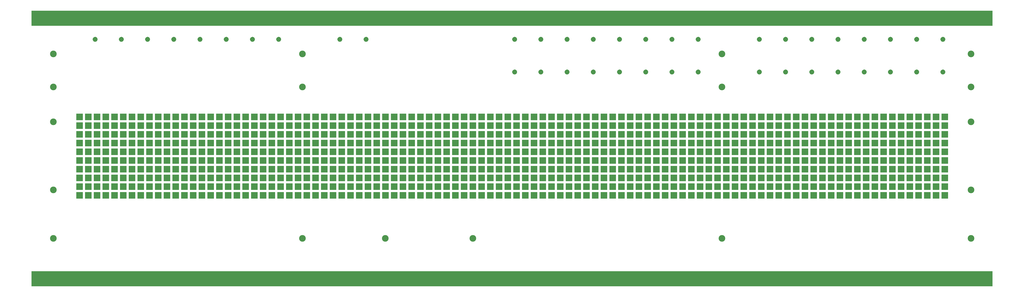
<source format=gbs>
G04 Layer: BottomSolderMaskLayer*
G04 EasyEDA v6.5.34, 2023-08-09 00:33:26*
G04 12fa73737f744ef48033c24246624f9a,5a6b42c53f6a479593ecc07194224c93,10*
G04 Gerber Generator version 0.2*
G04 Scale: 100 percent, Rotated: No, Reflected: No *
G04 Dimensions in millimeters *
G04 leading zeros omitted , absolute positions ,4 integer and 5 decimal *
%FSLAX45Y45*%
%MOMM*%

%ADD10O,6.6032126X3.4031936000000003*%
%ADD11C,3.1016*%

%LPD*%
G36*
X2956661Y11631574D02*
G01*
X2947009Y11630964D01*
X2937408Y11629491D01*
X2927959Y11627205D01*
X2918764Y11624157D01*
X2909874Y11620296D01*
X2901340Y11615674D01*
X2893263Y11610340D01*
X2889351Y11607444D01*
X2882036Y11601094D01*
X2878531Y11597741D01*
X2872079Y11590528D01*
X2866237Y11582755D01*
X2861106Y11574526D01*
X2858770Y11570258D01*
X2854756Y11561470D01*
X2851454Y11552326D01*
X2849016Y11542979D01*
X2847340Y11533428D01*
X2846527Y11523726D01*
X2846527Y11514074D01*
X2847340Y11504371D01*
X2849016Y11494820D01*
X2851454Y11485473D01*
X2854756Y11476329D01*
X2858770Y11467541D01*
X2863596Y11459108D01*
X2869082Y11451082D01*
X2875229Y11443614D01*
X2882036Y11436654D01*
X2889351Y11430355D01*
X2897225Y11424666D01*
X2905556Y11419738D01*
X2914294Y11415471D01*
X2923336Y11412016D01*
X2932684Y11409324D01*
X2942183Y11407495D01*
X2951835Y11406428D01*
X2961538Y11406225D01*
X2971190Y11406835D01*
X2980791Y11408308D01*
X2990240Y11410594D01*
X2999435Y11413642D01*
X3008325Y11417503D01*
X3016859Y11422126D01*
X3020974Y11424666D01*
X3028848Y11430355D01*
X3036163Y11436654D01*
X3042970Y11443614D01*
X3049117Y11451082D01*
X3054604Y11459108D01*
X3059430Y11467541D01*
X3063443Y11476329D01*
X3066745Y11485473D01*
X3069183Y11494820D01*
X3070860Y11504371D01*
X3071672Y11514074D01*
X3071672Y11523726D01*
X3070860Y11533428D01*
X3069183Y11542979D01*
X3066745Y11552326D01*
X3063443Y11561470D01*
X3059430Y11570258D01*
X3054604Y11578691D01*
X3049117Y11586718D01*
X3042970Y11594185D01*
X3039668Y11597741D01*
X3032556Y11604345D01*
X3028848Y11607444D01*
X3020974Y11613083D01*
X3012643Y11618061D01*
X3003905Y11622328D01*
X2994863Y11625783D01*
X2985516Y11628475D01*
X2976016Y11630304D01*
X2966364Y11631371D01*
G37*
G36*
X4175861Y11631574D02*
G01*
X4166209Y11630964D01*
X4156608Y11629491D01*
X4147159Y11627205D01*
X4137964Y11624157D01*
X4129074Y11620296D01*
X4120540Y11615674D01*
X4112463Y11610340D01*
X4108551Y11607444D01*
X4101236Y11601094D01*
X4097731Y11597741D01*
X4091279Y11590528D01*
X4085437Y11582755D01*
X4080306Y11574526D01*
X4077970Y11570258D01*
X4073956Y11561470D01*
X4070654Y11552326D01*
X4068216Y11542979D01*
X4066540Y11533428D01*
X4065727Y11523726D01*
X4065727Y11514074D01*
X4066540Y11504371D01*
X4068216Y11494820D01*
X4070654Y11485473D01*
X4073956Y11476329D01*
X4077970Y11467541D01*
X4082796Y11459108D01*
X4088282Y11451082D01*
X4094429Y11443614D01*
X4101236Y11436654D01*
X4108551Y11430355D01*
X4116425Y11424666D01*
X4124756Y11419738D01*
X4133494Y11415471D01*
X4142536Y11412016D01*
X4151884Y11409324D01*
X4161383Y11407495D01*
X4171035Y11406428D01*
X4180738Y11406225D01*
X4190390Y11406835D01*
X4199991Y11408308D01*
X4209440Y11410594D01*
X4218635Y11413642D01*
X4227525Y11417503D01*
X4236059Y11422126D01*
X4240174Y11424666D01*
X4248048Y11430355D01*
X4255363Y11436654D01*
X4262170Y11443614D01*
X4268317Y11451082D01*
X4273804Y11459108D01*
X4278630Y11467541D01*
X4282643Y11476329D01*
X4285945Y11485473D01*
X4288383Y11494820D01*
X4290060Y11504371D01*
X4290872Y11514074D01*
X4290872Y11523726D01*
X4290060Y11533428D01*
X4288383Y11542979D01*
X4285945Y11552326D01*
X4282643Y11561470D01*
X4278630Y11570258D01*
X4273804Y11578691D01*
X4268317Y11586718D01*
X4262170Y11594185D01*
X4258868Y11597741D01*
X4251756Y11604345D01*
X4248048Y11607444D01*
X4240174Y11613083D01*
X4231843Y11618061D01*
X4223105Y11622328D01*
X4214063Y11625783D01*
X4204716Y11628475D01*
X4195216Y11630304D01*
X4185564Y11631371D01*
G37*
G36*
X5395061Y11631574D02*
G01*
X5385409Y11630964D01*
X5375808Y11629491D01*
X5366359Y11627205D01*
X5357164Y11624157D01*
X5348274Y11620296D01*
X5339740Y11615674D01*
X5331663Y11610340D01*
X5327751Y11607444D01*
X5320436Y11601094D01*
X5316931Y11597741D01*
X5310479Y11590528D01*
X5304637Y11582755D01*
X5299506Y11574526D01*
X5297170Y11570258D01*
X5293156Y11561470D01*
X5289854Y11552326D01*
X5287416Y11542979D01*
X5285740Y11533428D01*
X5284927Y11523726D01*
X5284927Y11514074D01*
X5285740Y11504371D01*
X5287416Y11494820D01*
X5289854Y11485473D01*
X5293156Y11476329D01*
X5297170Y11467541D01*
X5301996Y11459108D01*
X5307482Y11451082D01*
X5313629Y11443614D01*
X5320436Y11436654D01*
X5327751Y11430355D01*
X5335625Y11424666D01*
X5343956Y11419738D01*
X5352694Y11415471D01*
X5361736Y11412016D01*
X5371084Y11409324D01*
X5380583Y11407495D01*
X5390235Y11406428D01*
X5399938Y11406225D01*
X5409590Y11406835D01*
X5419191Y11408308D01*
X5428640Y11410594D01*
X5437835Y11413642D01*
X5446725Y11417503D01*
X5455259Y11422126D01*
X5459374Y11424666D01*
X5467248Y11430355D01*
X5474563Y11436654D01*
X5481370Y11443614D01*
X5487517Y11451082D01*
X5493004Y11459108D01*
X5497830Y11467541D01*
X5501843Y11476329D01*
X5505145Y11485473D01*
X5507583Y11494820D01*
X5509260Y11504371D01*
X5510072Y11514074D01*
X5510072Y11523726D01*
X5509260Y11533428D01*
X5507583Y11542979D01*
X5505145Y11552326D01*
X5501843Y11561470D01*
X5497830Y11570258D01*
X5493004Y11578691D01*
X5487517Y11586718D01*
X5481370Y11594185D01*
X5478068Y11597741D01*
X5470956Y11604345D01*
X5467248Y11607444D01*
X5459374Y11613083D01*
X5451043Y11618061D01*
X5442305Y11622328D01*
X5433263Y11625783D01*
X5423916Y11628475D01*
X5414416Y11630304D01*
X5404764Y11631371D01*
G37*
G36*
X6614261Y11631574D02*
G01*
X6604609Y11630964D01*
X6595008Y11629491D01*
X6585559Y11627205D01*
X6576364Y11624157D01*
X6567474Y11620296D01*
X6558940Y11615674D01*
X6550863Y11610340D01*
X6546951Y11607444D01*
X6539636Y11601094D01*
X6536131Y11597741D01*
X6529679Y11590528D01*
X6523837Y11582755D01*
X6518706Y11574526D01*
X6516370Y11570258D01*
X6512356Y11561470D01*
X6509054Y11552326D01*
X6506616Y11542979D01*
X6504940Y11533428D01*
X6504127Y11523726D01*
X6504127Y11514074D01*
X6504940Y11504371D01*
X6506616Y11494820D01*
X6509054Y11485473D01*
X6512356Y11476329D01*
X6516370Y11467541D01*
X6521196Y11459108D01*
X6526682Y11451082D01*
X6532829Y11443614D01*
X6539636Y11436654D01*
X6546951Y11430355D01*
X6554825Y11424666D01*
X6563156Y11419738D01*
X6571894Y11415471D01*
X6580936Y11412016D01*
X6590284Y11409324D01*
X6599783Y11407495D01*
X6609435Y11406428D01*
X6619138Y11406225D01*
X6628790Y11406835D01*
X6638391Y11408308D01*
X6647840Y11410594D01*
X6657035Y11413642D01*
X6665925Y11417503D01*
X6674459Y11422126D01*
X6678574Y11424666D01*
X6686448Y11430355D01*
X6693763Y11436654D01*
X6700570Y11443614D01*
X6706717Y11451082D01*
X6712203Y11459108D01*
X6717030Y11467541D01*
X6721043Y11476329D01*
X6724345Y11485473D01*
X6726783Y11494820D01*
X6728459Y11504371D01*
X6729272Y11514074D01*
X6729272Y11523726D01*
X6728459Y11533428D01*
X6726783Y11542979D01*
X6724345Y11552326D01*
X6721043Y11561470D01*
X6717030Y11570258D01*
X6712203Y11578691D01*
X6706717Y11586718D01*
X6700570Y11594185D01*
X6697268Y11597741D01*
X6690156Y11604345D01*
X6686448Y11607444D01*
X6678574Y11613083D01*
X6670243Y11618061D01*
X6661505Y11622328D01*
X6652463Y11625783D01*
X6643116Y11628475D01*
X6633616Y11630304D01*
X6623964Y11631371D01*
G37*
G36*
X7833461Y11631574D02*
G01*
X7823809Y11630964D01*
X7814208Y11629491D01*
X7804759Y11627205D01*
X7795564Y11624157D01*
X7786674Y11620296D01*
X7778140Y11615674D01*
X7770063Y11610340D01*
X7766151Y11607444D01*
X7758836Y11601094D01*
X7755331Y11597741D01*
X7748879Y11590528D01*
X7743037Y11582755D01*
X7737906Y11574526D01*
X7735570Y11570258D01*
X7731556Y11561470D01*
X7728254Y11552326D01*
X7725816Y11542979D01*
X7724140Y11533428D01*
X7723327Y11523726D01*
X7723327Y11514074D01*
X7724140Y11504371D01*
X7725816Y11494820D01*
X7728254Y11485473D01*
X7731556Y11476329D01*
X7735570Y11467541D01*
X7740396Y11459108D01*
X7745882Y11451082D01*
X7752029Y11443614D01*
X7758836Y11436654D01*
X7766151Y11430355D01*
X7774025Y11424666D01*
X7782356Y11419738D01*
X7791094Y11415471D01*
X7800136Y11412016D01*
X7809484Y11409324D01*
X7818983Y11407495D01*
X7828635Y11406428D01*
X7838338Y11406225D01*
X7847990Y11406835D01*
X7857591Y11408308D01*
X7867040Y11410594D01*
X7876235Y11413642D01*
X7885125Y11417503D01*
X7893659Y11422126D01*
X7897774Y11424666D01*
X7905648Y11430355D01*
X7912963Y11436654D01*
X7919770Y11443614D01*
X7925917Y11451082D01*
X7931403Y11459108D01*
X7936230Y11467541D01*
X7940243Y11476329D01*
X7943545Y11485473D01*
X7945983Y11494820D01*
X7947659Y11504371D01*
X7948472Y11514074D01*
X7948472Y11523726D01*
X7947659Y11533428D01*
X7945983Y11542979D01*
X7943545Y11552326D01*
X7940243Y11561470D01*
X7936230Y11570258D01*
X7931403Y11578691D01*
X7925917Y11586718D01*
X7919770Y11594185D01*
X7916468Y11597741D01*
X7909356Y11604345D01*
X7905648Y11607444D01*
X7897774Y11613083D01*
X7889443Y11618061D01*
X7880705Y11622328D01*
X7871663Y11625783D01*
X7862316Y11628475D01*
X7852816Y11630304D01*
X7843164Y11631371D01*
G37*
G36*
X9052661Y11631574D02*
G01*
X9043009Y11630964D01*
X9033408Y11629491D01*
X9023959Y11627205D01*
X9014764Y11624157D01*
X9005874Y11620296D01*
X8997340Y11615674D01*
X8989263Y11610340D01*
X8985351Y11607444D01*
X8978036Y11601094D01*
X8974531Y11597741D01*
X8968079Y11590528D01*
X8962237Y11582755D01*
X8957106Y11574526D01*
X8954770Y11570258D01*
X8950756Y11561470D01*
X8947454Y11552326D01*
X8945016Y11542979D01*
X8943340Y11533428D01*
X8942527Y11523726D01*
X8942527Y11514074D01*
X8943340Y11504371D01*
X8945016Y11494820D01*
X8947454Y11485473D01*
X8950756Y11476329D01*
X8954770Y11467541D01*
X8959596Y11459108D01*
X8965082Y11451082D01*
X8971229Y11443614D01*
X8978036Y11436654D01*
X8985351Y11430355D01*
X8993225Y11424666D01*
X9001556Y11419738D01*
X9010294Y11415471D01*
X9019336Y11412016D01*
X9028684Y11409324D01*
X9038183Y11407495D01*
X9047835Y11406428D01*
X9057538Y11406225D01*
X9067190Y11406835D01*
X9076791Y11408308D01*
X9086240Y11410594D01*
X9095435Y11413642D01*
X9104325Y11417503D01*
X9112859Y11422126D01*
X9116974Y11424666D01*
X9124848Y11430355D01*
X9132163Y11436654D01*
X9138970Y11443614D01*
X9145117Y11451082D01*
X9150604Y11459108D01*
X9155430Y11467541D01*
X9159443Y11476329D01*
X9162745Y11485473D01*
X9165183Y11494820D01*
X9166860Y11504371D01*
X9167672Y11514074D01*
X9167672Y11523726D01*
X9166860Y11533428D01*
X9165183Y11542979D01*
X9162745Y11552326D01*
X9159443Y11561470D01*
X9155430Y11570258D01*
X9150604Y11578691D01*
X9145117Y11586718D01*
X9138970Y11594185D01*
X9135668Y11597741D01*
X9128556Y11604345D01*
X9124848Y11607444D01*
X9116974Y11613083D01*
X9108643Y11618061D01*
X9099905Y11622328D01*
X9090863Y11625783D01*
X9081516Y11628475D01*
X9072016Y11630304D01*
X9062364Y11631371D01*
G37*
G36*
X10271861Y11631574D02*
G01*
X10262209Y11630964D01*
X10252608Y11629491D01*
X10243159Y11627205D01*
X10233964Y11624157D01*
X10225074Y11620296D01*
X10216540Y11615674D01*
X10208463Y11610340D01*
X10204551Y11607444D01*
X10197236Y11601094D01*
X10193731Y11597741D01*
X10187279Y11590528D01*
X10181437Y11582755D01*
X10176306Y11574526D01*
X10173970Y11570258D01*
X10169956Y11561470D01*
X10166654Y11552326D01*
X10164216Y11542979D01*
X10162540Y11533428D01*
X10161727Y11523726D01*
X10161727Y11514074D01*
X10162540Y11504371D01*
X10164216Y11494820D01*
X10166654Y11485473D01*
X10169956Y11476329D01*
X10173970Y11467541D01*
X10178796Y11459108D01*
X10184282Y11451082D01*
X10190429Y11443614D01*
X10197236Y11436654D01*
X10204551Y11430355D01*
X10212425Y11424666D01*
X10220756Y11419738D01*
X10229494Y11415471D01*
X10238536Y11412016D01*
X10247884Y11409324D01*
X10257383Y11407495D01*
X10267035Y11406428D01*
X10276738Y11406225D01*
X10286390Y11406835D01*
X10295991Y11408308D01*
X10305440Y11410594D01*
X10314635Y11413642D01*
X10323525Y11417503D01*
X10332059Y11422126D01*
X10336174Y11424666D01*
X10344048Y11430355D01*
X10351363Y11436654D01*
X10358170Y11443614D01*
X10364317Y11451082D01*
X10369804Y11459108D01*
X10374630Y11467541D01*
X10378643Y11476329D01*
X10381945Y11485473D01*
X10384383Y11494820D01*
X10386060Y11504371D01*
X10386872Y11514074D01*
X10386872Y11523726D01*
X10386060Y11533428D01*
X10384383Y11542979D01*
X10381945Y11552326D01*
X10378643Y11561470D01*
X10374630Y11570258D01*
X10369804Y11578691D01*
X10364317Y11586718D01*
X10358170Y11594185D01*
X10354868Y11597741D01*
X10347756Y11604345D01*
X10344048Y11607444D01*
X10336174Y11613083D01*
X10327843Y11618061D01*
X10319105Y11622328D01*
X10310063Y11625783D01*
X10300716Y11628475D01*
X10291216Y11630304D01*
X10281564Y11631371D01*
G37*
G36*
X11491061Y11631574D02*
G01*
X11481409Y11630964D01*
X11471808Y11629491D01*
X11462359Y11627205D01*
X11453164Y11624157D01*
X11444274Y11620296D01*
X11435740Y11615674D01*
X11427663Y11610340D01*
X11423751Y11607444D01*
X11416436Y11601094D01*
X11412931Y11597741D01*
X11406479Y11590528D01*
X11400637Y11582755D01*
X11395506Y11574526D01*
X11393170Y11570258D01*
X11389156Y11561470D01*
X11385854Y11552326D01*
X11383416Y11542979D01*
X11381740Y11533428D01*
X11380927Y11523726D01*
X11380927Y11514074D01*
X11381740Y11504371D01*
X11383416Y11494820D01*
X11385854Y11485473D01*
X11389156Y11476329D01*
X11393170Y11467541D01*
X11397996Y11459108D01*
X11403482Y11451082D01*
X11409629Y11443614D01*
X11416436Y11436654D01*
X11423751Y11430355D01*
X11431625Y11424666D01*
X11439956Y11419738D01*
X11448694Y11415471D01*
X11457736Y11412016D01*
X11467084Y11409324D01*
X11476583Y11407495D01*
X11486235Y11406428D01*
X11495938Y11406225D01*
X11505590Y11406835D01*
X11515191Y11408308D01*
X11524640Y11410594D01*
X11533835Y11413642D01*
X11542725Y11417503D01*
X11551259Y11422126D01*
X11555374Y11424666D01*
X11563248Y11430355D01*
X11570563Y11436654D01*
X11577370Y11443614D01*
X11583517Y11451082D01*
X11589004Y11459108D01*
X11593830Y11467541D01*
X11597843Y11476329D01*
X11601145Y11485473D01*
X11603583Y11494820D01*
X11605260Y11504371D01*
X11606072Y11514074D01*
X11606072Y11523726D01*
X11605260Y11533428D01*
X11603583Y11542979D01*
X11601145Y11552326D01*
X11597843Y11561470D01*
X11593830Y11570258D01*
X11589004Y11578691D01*
X11583517Y11586718D01*
X11577370Y11594185D01*
X11574068Y11597741D01*
X11566956Y11604345D01*
X11563248Y11607444D01*
X11555374Y11613083D01*
X11547043Y11618061D01*
X11538305Y11622328D01*
X11529263Y11625783D01*
X11519916Y11628475D01*
X11510416Y11630304D01*
X11500764Y11631371D01*
G37*
G36*
X14335861Y11631574D02*
G01*
X14326209Y11630964D01*
X14316608Y11629491D01*
X14307159Y11627205D01*
X14297964Y11624157D01*
X14289074Y11620296D01*
X14280540Y11615674D01*
X14272463Y11610340D01*
X14268551Y11607444D01*
X14261236Y11601094D01*
X14257731Y11597741D01*
X14251279Y11590528D01*
X14245437Y11582755D01*
X14240306Y11574526D01*
X14237969Y11570258D01*
X14233956Y11561470D01*
X14230654Y11552326D01*
X14228216Y11542979D01*
X14226540Y11533428D01*
X14225727Y11523726D01*
X14225727Y11514074D01*
X14226540Y11504371D01*
X14228216Y11494820D01*
X14230654Y11485473D01*
X14233956Y11476329D01*
X14237969Y11467541D01*
X14242796Y11459108D01*
X14248282Y11451082D01*
X14254429Y11443614D01*
X14261236Y11436654D01*
X14268551Y11430355D01*
X14276425Y11424666D01*
X14284756Y11419738D01*
X14293494Y11415471D01*
X14302536Y11412016D01*
X14311884Y11409324D01*
X14321383Y11407495D01*
X14331035Y11406428D01*
X14340738Y11406225D01*
X14350390Y11406835D01*
X14359991Y11408308D01*
X14369440Y11410594D01*
X14378635Y11413642D01*
X14387525Y11417503D01*
X14396059Y11422126D01*
X14400174Y11424666D01*
X14408048Y11430355D01*
X14415363Y11436654D01*
X14422170Y11443614D01*
X14428317Y11451082D01*
X14433804Y11459108D01*
X14438630Y11467541D01*
X14442643Y11476329D01*
X14445945Y11485473D01*
X14448383Y11494820D01*
X14450060Y11504371D01*
X14450872Y11514074D01*
X14450872Y11523726D01*
X14450060Y11533428D01*
X14448383Y11542979D01*
X14445945Y11552326D01*
X14442643Y11561470D01*
X14438630Y11570258D01*
X14433804Y11578691D01*
X14428317Y11586718D01*
X14422170Y11594185D01*
X14418868Y11597741D01*
X14411756Y11604345D01*
X14408048Y11607444D01*
X14400174Y11613083D01*
X14391843Y11618061D01*
X14383105Y11622328D01*
X14374063Y11625783D01*
X14364716Y11628475D01*
X14355216Y11630304D01*
X14345564Y11631371D01*
G37*
G36*
X42377461Y11631574D02*
G01*
X42367809Y11630964D01*
X42358208Y11629491D01*
X42348759Y11627205D01*
X42339564Y11624157D01*
X42330674Y11620296D01*
X42322140Y11615674D01*
X42314063Y11610340D01*
X42310151Y11607444D01*
X42302836Y11601094D01*
X42299331Y11597741D01*
X42292879Y11590528D01*
X42287037Y11582755D01*
X42281906Y11574526D01*
X42279570Y11570258D01*
X42275556Y11561470D01*
X42272254Y11552326D01*
X42269816Y11542979D01*
X42268140Y11533428D01*
X42267327Y11523726D01*
X42267327Y11514074D01*
X42268140Y11504371D01*
X42269816Y11494820D01*
X42272254Y11485473D01*
X42275556Y11476329D01*
X42279570Y11467541D01*
X42284396Y11459108D01*
X42289882Y11451082D01*
X42296029Y11443614D01*
X42302836Y11436654D01*
X42310151Y11430355D01*
X42318025Y11424666D01*
X42326356Y11419738D01*
X42335094Y11415471D01*
X42344136Y11412016D01*
X42353484Y11409324D01*
X42362983Y11407495D01*
X42372635Y11406428D01*
X42382338Y11406225D01*
X42391990Y11406835D01*
X42401591Y11408308D01*
X42411040Y11410594D01*
X42420235Y11413642D01*
X42429125Y11417503D01*
X42437659Y11422126D01*
X42441774Y11424666D01*
X42449648Y11430355D01*
X42456963Y11436654D01*
X42463770Y11443614D01*
X42469917Y11451082D01*
X42475404Y11459108D01*
X42480230Y11467541D01*
X42484243Y11476329D01*
X42487545Y11485473D01*
X42489983Y11494820D01*
X42491660Y11504371D01*
X42492472Y11514074D01*
X42492625Y11518900D01*
X42492168Y11528602D01*
X42490948Y11538204D01*
X42488866Y11547652D01*
X42487545Y11552326D01*
X42484243Y11561470D01*
X42480230Y11570258D01*
X42475404Y11578691D01*
X42469917Y11586718D01*
X42463770Y11594185D01*
X42460468Y11597741D01*
X42453356Y11604345D01*
X42449648Y11607444D01*
X42441774Y11613083D01*
X42433443Y11618061D01*
X42424705Y11622328D01*
X42415663Y11625783D01*
X42406316Y11628475D01*
X42396816Y11630304D01*
X42387164Y11631371D01*
G37*
G36*
X41158261Y11631574D02*
G01*
X41148609Y11630964D01*
X41139008Y11629491D01*
X41129559Y11627205D01*
X41120364Y11624157D01*
X41111474Y11620296D01*
X41102940Y11615674D01*
X41094863Y11610340D01*
X41090951Y11607444D01*
X41083636Y11601094D01*
X41080131Y11597741D01*
X41073679Y11590528D01*
X41067837Y11582755D01*
X41062706Y11574526D01*
X41060370Y11570258D01*
X41056356Y11561470D01*
X41053054Y11552326D01*
X41050616Y11542979D01*
X41048940Y11533428D01*
X41048127Y11523726D01*
X41048127Y11514074D01*
X41048940Y11504371D01*
X41050616Y11494820D01*
X41053054Y11485473D01*
X41056356Y11476329D01*
X41060370Y11467541D01*
X41065196Y11459108D01*
X41070682Y11451082D01*
X41076829Y11443614D01*
X41083636Y11436654D01*
X41090951Y11430355D01*
X41098825Y11424666D01*
X41107156Y11419738D01*
X41115894Y11415471D01*
X41124936Y11412016D01*
X41134284Y11409324D01*
X41143783Y11407495D01*
X41153435Y11406428D01*
X41163138Y11406225D01*
X41172790Y11406835D01*
X41182391Y11408308D01*
X41191840Y11410594D01*
X41201035Y11413642D01*
X41209925Y11417503D01*
X41218459Y11422126D01*
X41222574Y11424666D01*
X41230448Y11430355D01*
X41237763Y11436654D01*
X41244570Y11443614D01*
X41250717Y11451082D01*
X41256204Y11459108D01*
X41261030Y11467541D01*
X41265043Y11476329D01*
X41268345Y11485473D01*
X41270783Y11494820D01*
X41272460Y11504371D01*
X41273272Y11514074D01*
X41273425Y11518900D01*
X41272968Y11528602D01*
X41271748Y11538204D01*
X41269666Y11547652D01*
X41268345Y11552326D01*
X41265043Y11561470D01*
X41261030Y11570258D01*
X41256204Y11578691D01*
X41250717Y11586718D01*
X41244570Y11594185D01*
X41241268Y11597741D01*
X41234156Y11604345D01*
X41230448Y11607444D01*
X41222574Y11613083D01*
X41214243Y11618061D01*
X41205505Y11622328D01*
X41196463Y11625783D01*
X41187116Y11628475D01*
X41177616Y11630304D01*
X41167964Y11631371D01*
G37*
G36*
X39939061Y11631574D02*
G01*
X39929409Y11630964D01*
X39919808Y11629491D01*
X39910359Y11627205D01*
X39901164Y11624157D01*
X39892274Y11620296D01*
X39883740Y11615674D01*
X39875663Y11610340D01*
X39871751Y11607444D01*
X39864436Y11601094D01*
X39860931Y11597741D01*
X39854479Y11590528D01*
X39848637Y11582755D01*
X39843506Y11574526D01*
X39841170Y11570258D01*
X39837156Y11561470D01*
X39833854Y11552326D01*
X39831416Y11542979D01*
X39829740Y11533428D01*
X39828927Y11523726D01*
X39828927Y11514074D01*
X39829740Y11504371D01*
X39831416Y11494820D01*
X39833854Y11485473D01*
X39837156Y11476329D01*
X39841170Y11467541D01*
X39845996Y11459108D01*
X39851482Y11451082D01*
X39857629Y11443614D01*
X39864436Y11436654D01*
X39871751Y11430355D01*
X39879625Y11424666D01*
X39887956Y11419738D01*
X39896694Y11415471D01*
X39905736Y11412016D01*
X39915084Y11409324D01*
X39924583Y11407495D01*
X39934235Y11406428D01*
X39943938Y11406225D01*
X39953590Y11406835D01*
X39963191Y11408308D01*
X39972640Y11410594D01*
X39981835Y11413642D01*
X39990725Y11417503D01*
X39999259Y11422126D01*
X40003374Y11424666D01*
X40011248Y11430355D01*
X40018563Y11436654D01*
X40025370Y11443614D01*
X40031517Y11451082D01*
X40037004Y11459108D01*
X40041830Y11467541D01*
X40045843Y11476329D01*
X40049145Y11485473D01*
X40051583Y11494820D01*
X40053260Y11504371D01*
X40054072Y11514074D01*
X40054225Y11518900D01*
X40053768Y11528602D01*
X40052548Y11538204D01*
X40050466Y11547652D01*
X40049145Y11552326D01*
X40045843Y11561470D01*
X40041830Y11570258D01*
X40037004Y11578691D01*
X40031517Y11586718D01*
X40025370Y11594185D01*
X40022068Y11597741D01*
X40014956Y11604345D01*
X40011248Y11607444D01*
X40003374Y11613083D01*
X39995043Y11618061D01*
X39986305Y11622328D01*
X39977263Y11625783D01*
X39967916Y11628475D01*
X39958416Y11630304D01*
X39948764Y11631371D01*
G37*
G36*
X38719861Y11631574D02*
G01*
X38710209Y11630964D01*
X38700608Y11629491D01*
X38691159Y11627205D01*
X38681964Y11624157D01*
X38673074Y11620296D01*
X38664540Y11615674D01*
X38656463Y11610340D01*
X38652551Y11607444D01*
X38645236Y11601094D01*
X38641731Y11597741D01*
X38635279Y11590528D01*
X38629437Y11582755D01*
X38624306Y11574526D01*
X38621970Y11570258D01*
X38617956Y11561470D01*
X38614654Y11552326D01*
X38612216Y11542979D01*
X38610540Y11533428D01*
X38609727Y11523726D01*
X38609727Y11514074D01*
X38610540Y11504371D01*
X38612216Y11494820D01*
X38614654Y11485473D01*
X38617956Y11476329D01*
X38621970Y11467541D01*
X38626796Y11459108D01*
X38632282Y11451082D01*
X38638429Y11443614D01*
X38645236Y11436654D01*
X38652551Y11430355D01*
X38660425Y11424666D01*
X38668756Y11419738D01*
X38677494Y11415471D01*
X38686536Y11412016D01*
X38695884Y11409324D01*
X38705383Y11407495D01*
X38715035Y11406428D01*
X38724738Y11406225D01*
X38734390Y11406835D01*
X38743991Y11408308D01*
X38753440Y11410594D01*
X38762635Y11413642D01*
X38771525Y11417503D01*
X38780059Y11422126D01*
X38784174Y11424666D01*
X38792048Y11430355D01*
X38799363Y11436654D01*
X38806170Y11443614D01*
X38812317Y11451082D01*
X38817804Y11459108D01*
X38822630Y11467541D01*
X38826643Y11476329D01*
X38829945Y11485473D01*
X38832383Y11494820D01*
X38834060Y11504371D01*
X38834872Y11514074D01*
X38835025Y11518900D01*
X38834568Y11528602D01*
X38833348Y11538204D01*
X38831266Y11547652D01*
X38829945Y11552326D01*
X38826643Y11561470D01*
X38822630Y11570258D01*
X38817804Y11578691D01*
X38812317Y11586718D01*
X38806170Y11594185D01*
X38802868Y11597741D01*
X38795756Y11604345D01*
X38792048Y11607444D01*
X38784174Y11613083D01*
X38775843Y11618061D01*
X38767105Y11622328D01*
X38758063Y11625783D01*
X38748716Y11628475D01*
X38739216Y11630304D01*
X38729564Y11631371D01*
G37*
G36*
X37500661Y11631574D02*
G01*
X37491009Y11630964D01*
X37481408Y11629491D01*
X37471959Y11627205D01*
X37462764Y11624157D01*
X37453874Y11620296D01*
X37445340Y11615674D01*
X37437263Y11610340D01*
X37433351Y11607444D01*
X37426036Y11601094D01*
X37422531Y11597741D01*
X37416079Y11590528D01*
X37410237Y11582755D01*
X37405106Y11574526D01*
X37402770Y11570258D01*
X37398756Y11561470D01*
X37395454Y11552326D01*
X37393016Y11542979D01*
X37391340Y11533428D01*
X37390527Y11523726D01*
X37390527Y11514074D01*
X37391340Y11504371D01*
X37393016Y11494820D01*
X37395454Y11485473D01*
X37398756Y11476329D01*
X37402770Y11467541D01*
X37407596Y11459108D01*
X37413082Y11451082D01*
X37419229Y11443614D01*
X37426036Y11436654D01*
X37433351Y11430355D01*
X37441225Y11424666D01*
X37449556Y11419738D01*
X37458294Y11415471D01*
X37467336Y11412016D01*
X37476684Y11409324D01*
X37486183Y11407495D01*
X37495835Y11406428D01*
X37505538Y11406225D01*
X37515190Y11406835D01*
X37524791Y11408308D01*
X37534240Y11410594D01*
X37543435Y11413642D01*
X37552325Y11417503D01*
X37560859Y11422126D01*
X37564974Y11424666D01*
X37572848Y11430355D01*
X37580163Y11436654D01*
X37586970Y11443614D01*
X37593117Y11451082D01*
X37598604Y11459108D01*
X37603430Y11467541D01*
X37607443Y11476329D01*
X37610745Y11485473D01*
X37613183Y11494820D01*
X37614860Y11504371D01*
X37615672Y11514074D01*
X37615825Y11518900D01*
X37615368Y11528602D01*
X37614148Y11538204D01*
X37612066Y11547652D01*
X37610745Y11552326D01*
X37607443Y11561470D01*
X37603430Y11570258D01*
X37598604Y11578691D01*
X37593117Y11586718D01*
X37586970Y11594185D01*
X37583668Y11597741D01*
X37576556Y11604345D01*
X37572848Y11607444D01*
X37564974Y11613083D01*
X37556643Y11618061D01*
X37547905Y11622328D01*
X37538863Y11625783D01*
X37529516Y11628475D01*
X37520016Y11630304D01*
X37510364Y11631371D01*
G37*
G36*
X36281461Y11631574D02*
G01*
X36271809Y11630964D01*
X36262208Y11629491D01*
X36252759Y11627205D01*
X36243564Y11624157D01*
X36234674Y11620296D01*
X36226140Y11615674D01*
X36218063Y11610340D01*
X36214151Y11607444D01*
X36206836Y11601094D01*
X36203331Y11597741D01*
X36196879Y11590528D01*
X36191037Y11582755D01*
X36185906Y11574526D01*
X36183570Y11570258D01*
X36179556Y11561470D01*
X36176254Y11552326D01*
X36173816Y11542979D01*
X36172140Y11533428D01*
X36171327Y11523726D01*
X36171327Y11514074D01*
X36172140Y11504371D01*
X36173816Y11494820D01*
X36176254Y11485473D01*
X36179556Y11476329D01*
X36183570Y11467541D01*
X36188396Y11459108D01*
X36193882Y11451082D01*
X36200029Y11443614D01*
X36206836Y11436654D01*
X36214151Y11430355D01*
X36222025Y11424666D01*
X36230356Y11419738D01*
X36239094Y11415471D01*
X36248136Y11412016D01*
X36257484Y11409324D01*
X36266983Y11407495D01*
X36276635Y11406428D01*
X36286338Y11406225D01*
X36295990Y11406835D01*
X36305591Y11408308D01*
X36315040Y11410594D01*
X36324235Y11413642D01*
X36333125Y11417503D01*
X36341659Y11422126D01*
X36345774Y11424666D01*
X36353648Y11430355D01*
X36360963Y11436654D01*
X36367770Y11443614D01*
X36373917Y11451082D01*
X36379404Y11459108D01*
X36384230Y11467541D01*
X36388243Y11476329D01*
X36391545Y11485473D01*
X36393983Y11494820D01*
X36395660Y11504371D01*
X36396472Y11514074D01*
X36396625Y11518900D01*
X36396168Y11528602D01*
X36394948Y11538204D01*
X36392866Y11547652D01*
X36391545Y11552326D01*
X36388243Y11561470D01*
X36384230Y11570258D01*
X36379404Y11578691D01*
X36373917Y11586718D01*
X36367770Y11594185D01*
X36364468Y11597741D01*
X36357356Y11604345D01*
X36353648Y11607444D01*
X36345774Y11613083D01*
X36337443Y11618061D01*
X36328705Y11622328D01*
X36319663Y11625783D01*
X36310316Y11628475D01*
X36300816Y11630304D01*
X36291164Y11631371D01*
G37*
G36*
X35062261Y11631574D02*
G01*
X35052609Y11630964D01*
X35043008Y11629491D01*
X35033559Y11627205D01*
X35024364Y11624157D01*
X35015474Y11620296D01*
X35006940Y11615674D01*
X34998863Y11610340D01*
X34994951Y11607444D01*
X34987636Y11601094D01*
X34984131Y11597741D01*
X34977679Y11590528D01*
X34971837Y11582755D01*
X34966706Y11574526D01*
X34964370Y11570258D01*
X34960356Y11561470D01*
X34957054Y11552326D01*
X34954616Y11542979D01*
X34952940Y11533428D01*
X34952127Y11523726D01*
X34952127Y11514074D01*
X34952940Y11504371D01*
X34954616Y11494820D01*
X34957054Y11485473D01*
X34960356Y11476329D01*
X34964370Y11467541D01*
X34969196Y11459108D01*
X34974682Y11451082D01*
X34980829Y11443614D01*
X34987636Y11436654D01*
X34994951Y11430355D01*
X35002825Y11424666D01*
X35011156Y11419738D01*
X35019894Y11415471D01*
X35028936Y11412016D01*
X35038284Y11409324D01*
X35047783Y11407495D01*
X35057435Y11406428D01*
X35067138Y11406225D01*
X35076790Y11406835D01*
X35086391Y11408308D01*
X35095840Y11410594D01*
X35105035Y11413642D01*
X35113925Y11417503D01*
X35122459Y11422126D01*
X35126574Y11424666D01*
X35134448Y11430355D01*
X35141763Y11436654D01*
X35148570Y11443614D01*
X35154717Y11451082D01*
X35160204Y11459108D01*
X35165030Y11467541D01*
X35169043Y11476329D01*
X35172345Y11485473D01*
X35174783Y11494820D01*
X35176460Y11504371D01*
X35177272Y11514074D01*
X35177425Y11518900D01*
X35176968Y11528602D01*
X35175748Y11538204D01*
X35173666Y11547652D01*
X35172345Y11552326D01*
X35169043Y11561470D01*
X35165030Y11570258D01*
X35160204Y11578691D01*
X35154717Y11586718D01*
X35148570Y11594185D01*
X35145268Y11597741D01*
X35138156Y11604345D01*
X35134448Y11607444D01*
X35126574Y11613083D01*
X35118243Y11618061D01*
X35109505Y11622328D01*
X35100463Y11625783D01*
X35091116Y11628475D01*
X35081616Y11630304D01*
X35071964Y11631371D01*
G37*
G36*
X33843061Y11631574D02*
G01*
X33833409Y11630964D01*
X33823808Y11629491D01*
X33814359Y11627205D01*
X33805164Y11624157D01*
X33796274Y11620296D01*
X33787740Y11615674D01*
X33779663Y11610340D01*
X33775751Y11607444D01*
X33768436Y11601094D01*
X33764931Y11597741D01*
X33758479Y11590528D01*
X33752637Y11582755D01*
X33747506Y11574526D01*
X33745170Y11570258D01*
X33741156Y11561470D01*
X33737854Y11552326D01*
X33735416Y11542979D01*
X33733740Y11533428D01*
X33732927Y11523726D01*
X33732927Y11514074D01*
X33733740Y11504371D01*
X33735416Y11494820D01*
X33737854Y11485473D01*
X33741156Y11476329D01*
X33745170Y11467541D01*
X33749996Y11459108D01*
X33755482Y11451082D01*
X33761629Y11443614D01*
X33768436Y11436654D01*
X33775751Y11430355D01*
X33783625Y11424666D01*
X33791956Y11419738D01*
X33800694Y11415471D01*
X33809736Y11412016D01*
X33819084Y11409324D01*
X33828583Y11407495D01*
X33838235Y11406428D01*
X33847938Y11406225D01*
X33857590Y11406835D01*
X33867191Y11408308D01*
X33876640Y11410594D01*
X33885835Y11413642D01*
X33894725Y11417503D01*
X33903259Y11422126D01*
X33907374Y11424666D01*
X33915248Y11430355D01*
X33922563Y11436654D01*
X33929370Y11443614D01*
X33935517Y11451082D01*
X33941004Y11459108D01*
X33945830Y11467541D01*
X33949843Y11476329D01*
X33953145Y11485473D01*
X33955583Y11494820D01*
X33957260Y11504371D01*
X33958072Y11514074D01*
X33958225Y11518900D01*
X33957768Y11528602D01*
X33956548Y11538204D01*
X33954466Y11547652D01*
X33953145Y11552326D01*
X33949843Y11561470D01*
X33945830Y11570258D01*
X33941004Y11578691D01*
X33935517Y11586718D01*
X33929370Y11594185D01*
X33926068Y11597741D01*
X33918956Y11604345D01*
X33915248Y11607444D01*
X33907374Y11613083D01*
X33899043Y11618061D01*
X33890305Y11622328D01*
X33881263Y11625783D01*
X33871916Y11628475D01*
X33862416Y11630304D01*
X33852764Y11631371D01*
G37*
G36*
X22463861Y11631574D02*
G01*
X22454209Y11630964D01*
X22444608Y11629491D01*
X22435159Y11627205D01*
X22425964Y11624157D01*
X22417074Y11620296D01*
X22408540Y11615674D01*
X22400463Y11610340D01*
X22396551Y11607444D01*
X22389236Y11601094D01*
X22385731Y11597741D01*
X22379279Y11590528D01*
X22373437Y11582755D01*
X22368306Y11574526D01*
X22365970Y11570258D01*
X22361956Y11561470D01*
X22358654Y11552326D01*
X22356216Y11542979D01*
X22354540Y11533428D01*
X22353727Y11523726D01*
X22353727Y11514074D01*
X22354540Y11504371D01*
X22356216Y11494820D01*
X22358654Y11485473D01*
X22361956Y11476329D01*
X22365970Y11467541D01*
X22370796Y11459108D01*
X22376282Y11451082D01*
X22382429Y11443614D01*
X22389236Y11436654D01*
X22396551Y11430355D01*
X22404425Y11424666D01*
X22412756Y11419738D01*
X22421494Y11415471D01*
X22430536Y11412016D01*
X22439884Y11409324D01*
X22449383Y11407495D01*
X22459035Y11406428D01*
X22468738Y11406225D01*
X22478390Y11406835D01*
X22487991Y11408308D01*
X22497440Y11410594D01*
X22506635Y11413642D01*
X22515525Y11417503D01*
X22524059Y11422126D01*
X22528174Y11424666D01*
X22536048Y11430355D01*
X22543363Y11436654D01*
X22550170Y11443614D01*
X22556317Y11451082D01*
X22561804Y11459108D01*
X22566630Y11467541D01*
X22570643Y11476329D01*
X22573945Y11485473D01*
X22576383Y11494820D01*
X22578060Y11504371D01*
X22578872Y11514074D01*
X22578872Y11523726D01*
X22578060Y11533428D01*
X22576383Y11542979D01*
X22573945Y11552326D01*
X22570643Y11561470D01*
X22566630Y11570258D01*
X22561804Y11578691D01*
X22556317Y11586718D01*
X22550170Y11594185D01*
X22546868Y11597741D01*
X22539756Y11604345D01*
X22536048Y11607444D01*
X22528174Y11613083D01*
X22519843Y11618061D01*
X22511105Y11622328D01*
X22502063Y11625783D01*
X22492716Y11628475D01*
X22483216Y11630304D01*
X22473564Y11631371D01*
G37*
G36*
X23683061Y11631574D02*
G01*
X23673409Y11630964D01*
X23663808Y11629491D01*
X23654359Y11627205D01*
X23645164Y11624157D01*
X23636274Y11620296D01*
X23627740Y11615674D01*
X23619663Y11610340D01*
X23615751Y11607444D01*
X23608436Y11601094D01*
X23604931Y11597741D01*
X23598479Y11590528D01*
X23592637Y11582755D01*
X23587506Y11574526D01*
X23585170Y11570258D01*
X23581156Y11561470D01*
X23577854Y11552326D01*
X23575416Y11542979D01*
X23573740Y11533428D01*
X23572927Y11523726D01*
X23572927Y11514074D01*
X23573740Y11504371D01*
X23575416Y11494820D01*
X23577854Y11485473D01*
X23581156Y11476329D01*
X23585170Y11467541D01*
X23589996Y11459108D01*
X23595482Y11451082D01*
X23601629Y11443614D01*
X23608436Y11436654D01*
X23615751Y11430355D01*
X23623625Y11424666D01*
X23631956Y11419738D01*
X23640694Y11415471D01*
X23649736Y11412016D01*
X23659084Y11409324D01*
X23668583Y11407495D01*
X23678235Y11406428D01*
X23687938Y11406225D01*
X23697590Y11406835D01*
X23707191Y11408308D01*
X23716640Y11410594D01*
X23725835Y11413642D01*
X23734725Y11417503D01*
X23743259Y11422126D01*
X23747374Y11424666D01*
X23755248Y11430355D01*
X23762563Y11436654D01*
X23769370Y11443614D01*
X23775517Y11451082D01*
X23781004Y11459108D01*
X23785830Y11467541D01*
X23789843Y11476329D01*
X23793145Y11485473D01*
X23795583Y11494820D01*
X23797260Y11504371D01*
X23798072Y11514074D01*
X23798072Y11523726D01*
X23797260Y11533428D01*
X23795583Y11542979D01*
X23793145Y11552326D01*
X23789843Y11561470D01*
X23785830Y11570258D01*
X23781004Y11578691D01*
X23775517Y11586718D01*
X23769370Y11594185D01*
X23766068Y11597741D01*
X23758956Y11604345D01*
X23755248Y11607444D01*
X23747374Y11613083D01*
X23739043Y11618061D01*
X23730305Y11622328D01*
X23721263Y11625783D01*
X23711916Y11628475D01*
X23702416Y11630304D01*
X23692764Y11631371D01*
G37*
G36*
X24902261Y11631574D02*
G01*
X24892609Y11630964D01*
X24883008Y11629491D01*
X24873559Y11627205D01*
X24864364Y11624157D01*
X24855474Y11620296D01*
X24846940Y11615674D01*
X24838863Y11610340D01*
X24834951Y11607444D01*
X24827636Y11601094D01*
X24824131Y11597741D01*
X24817679Y11590528D01*
X24811837Y11582755D01*
X24806706Y11574526D01*
X24804370Y11570258D01*
X24800356Y11561470D01*
X24797054Y11552326D01*
X24794616Y11542979D01*
X24792940Y11533428D01*
X24792127Y11523726D01*
X24792127Y11514074D01*
X24792940Y11504371D01*
X24794616Y11494820D01*
X24797054Y11485473D01*
X24800356Y11476329D01*
X24804370Y11467541D01*
X24809196Y11459108D01*
X24814682Y11451082D01*
X24820829Y11443614D01*
X24827636Y11436654D01*
X24834951Y11430355D01*
X24842825Y11424666D01*
X24851156Y11419738D01*
X24859894Y11415471D01*
X24868936Y11412016D01*
X24878284Y11409324D01*
X24887783Y11407495D01*
X24897435Y11406428D01*
X24907138Y11406225D01*
X24916790Y11406835D01*
X24926391Y11408308D01*
X24935840Y11410594D01*
X24945035Y11413642D01*
X24953925Y11417503D01*
X24962459Y11422126D01*
X24966574Y11424666D01*
X24974448Y11430355D01*
X24981763Y11436654D01*
X24988570Y11443614D01*
X24994717Y11451082D01*
X25000204Y11459108D01*
X25005030Y11467541D01*
X25009043Y11476329D01*
X25012345Y11485473D01*
X25014783Y11494820D01*
X25016460Y11504371D01*
X25017272Y11514074D01*
X25017272Y11523726D01*
X25016460Y11533428D01*
X25014783Y11542979D01*
X25012345Y11552326D01*
X25009043Y11561470D01*
X25005030Y11570258D01*
X25000204Y11578691D01*
X24994717Y11586718D01*
X24988570Y11594185D01*
X24985268Y11597741D01*
X24978156Y11604345D01*
X24974448Y11607444D01*
X24966574Y11613083D01*
X24958243Y11618061D01*
X24949505Y11622328D01*
X24940463Y11625783D01*
X24931116Y11628475D01*
X24921616Y11630304D01*
X24911964Y11631371D01*
G37*
G36*
X26121461Y11631574D02*
G01*
X26111809Y11630964D01*
X26102208Y11629491D01*
X26092759Y11627205D01*
X26083564Y11624157D01*
X26074674Y11620296D01*
X26066140Y11615674D01*
X26058063Y11610340D01*
X26054151Y11607444D01*
X26046836Y11601094D01*
X26043331Y11597741D01*
X26036879Y11590528D01*
X26031037Y11582755D01*
X26025906Y11574526D01*
X26023570Y11570258D01*
X26019556Y11561470D01*
X26016254Y11552326D01*
X26013816Y11542979D01*
X26012139Y11533428D01*
X26011327Y11523726D01*
X26011327Y11514074D01*
X26012139Y11504371D01*
X26013816Y11494820D01*
X26016254Y11485473D01*
X26019556Y11476329D01*
X26023570Y11467541D01*
X26028396Y11459108D01*
X26033882Y11451082D01*
X26040029Y11443614D01*
X26046836Y11436654D01*
X26054151Y11430355D01*
X26062025Y11424666D01*
X26070356Y11419738D01*
X26079094Y11415471D01*
X26088136Y11412016D01*
X26097484Y11409324D01*
X26106983Y11407495D01*
X26116635Y11406428D01*
X26126338Y11406225D01*
X26135990Y11406835D01*
X26145591Y11408308D01*
X26155040Y11410594D01*
X26164235Y11413642D01*
X26173125Y11417503D01*
X26181659Y11422126D01*
X26185774Y11424666D01*
X26193648Y11430355D01*
X26200963Y11436654D01*
X26207770Y11443614D01*
X26213917Y11451082D01*
X26219403Y11459108D01*
X26224230Y11467541D01*
X26228243Y11476329D01*
X26231545Y11485473D01*
X26233983Y11494820D01*
X26235660Y11504371D01*
X26236472Y11514074D01*
X26236472Y11523726D01*
X26235660Y11533428D01*
X26233983Y11542979D01*
X26231545Y11552326D01*
X26228243Y11561470D01*
X26224230Y11570258D01*
X26219403Y11578691D01*
X26213917Y11586718D01*
X26207770Y11594185D01*
X26204468Y11597741D01*
X26197356Y11604345D01*
X26193648Y11607444D01*
X26185774Y11613083D01*
X26177443Y11618061D01*
X26168705Y11622328D01*
X26159663Y11625783D01*
X26150316Y11628475D01*
X26140816Y11630304D01*
X26131164Y11631371D01*
G37*
G36*
X27340661Y11631574D02*
G01*
X27331009Y11630964D01*
X27321408Y11629491D01*
X27311959Y11627205D01*
X27302764Y11624157D01*
X27293874Y11620296D01*
X27285340Y11615674D01*
X27277263Y11610340D01*
X27273351Y11607444D01*
X27266036Y11601094D01*
X27262531Y11597741D01*
X27256079Y11590528D01*
X27250237Y11582755D01*
X27245106Y11574526D01*
X27242770Y11570258D01*
X27238756Y11561470D01*
X27235454Y11552326D01*
X27233016Y11542979D01*
X27231339Y11533428D01*
X27230527Y11523726D01*
X27230527Y11514074D01*
X27231339Y11504371D01*
X27233016Y11494820D01*
X27235454Y11485473D01*
X27238756Y11476329D01*
X27242770Y11467541D01*
X27247596Y11459108D01*
X27253082Y11451082D01*
X27259229Y11443614D01*
X27266036Y11436654D01*
X27273351Y11430355D01*
X27281225Y11424666D01*
X27289556Y11419738D01*
X27298294Y11415471D01*
X27307336Y11412016D01*
X27316684Y11409324D01*
X27326183Y11407495D01*
X27335835Y11406428D01*
X27345538Y11406225D01*
X27355190Y11406835D01*
X27364791Y11408308D01*
X27374240Y11410594D01*
X27383435Y11413642D01*
X27392325Y11417503D01*
X27400859Y11422126D01*
X27404974Y11424666D01*
X27412848Y11430355D01*
X27420163Y11436654D01*
X27426970Y11443614D01*
X27433117Y11451082D01*
X27438603Y11459108D01*
X27443430Y11467541D01*
X27447443Y11476329D01*
X27450745Y11485473D01*
X27453183Y11494820D01*
X27454860Y11504371D01*
X27455672Y11514074D01*
X27455825Y11518900D01*
X27455368Y11528602D01*
X27454148Y11538204D01*
X27452065Y11547652D01*
X27450745Y11552326D01*
X27447443Y11561470D01*
X27443430Y11570258D01*
X27438603Y11578691D01*
X27433117Y11586718D01*
X27426970Y11594185D01*
X27423668Y11597741D01*
X27416556Y11604345D01*
X27412848Y11607444D01*
X27404974Y11613083D01*
X27396643Y11618061D01*
X27387905Y11622328D01*
X27378863Y11625783D01*
X27369515Y11628475D01*
X27360016Y11630304D01*
X27350364Y11631371D01*
G37*
G36*
X28559861Y11631574D02*
G01*
X28550209Y11630964D01*
X28540608Y11629491D01*
X28531159Y11627205D01*
X28521964Y11624157D01*
X28513074Y11620296D01*
X28504540Y11615674D01*
X28496463Y11610340D01*
X28492551Y11607444D01*
X28485236Y11601094D01*
X28481731Y11597741D01*
X28475279Y11590528D01*
X28469437Y11582755D01*
X28464306Y11574526D01*
X28461970Y11570258D01*
X28457956Y11561470D01*
X28454654Y11552326D01*
X28452216Y11542979D01*
X28450539Y11533428D01*
X28449727Y11523726D01*
X28449727Y11514074D01*
X28450539Y11504371D01*
X28452216Y11494820D01*
X28454654Y11485473D01*
X28457956Y11476329D01*
X28461970Y11467541D01*
X28466796Y11459108D01*
X28472282Y11451082D01*
X28478429Y11443614D01*
X28485236Y11436654D01*
X28492551Y11430355D01*
X28500425Y11424666D01*
X28508756Y11419738D01*
X28517494Y11415471D01*
X28526536Y11412016D01*
X28535884Y11409324D01*
X28545383Y11407495D01*
X28555035Y11406428D01*
X28564738Y11406225D01*
X28574390Y11406835D01*
X28583991Y11408308D01*
X28593440Y11410594D01*
X28602635Y11413642D01*
X28611525Y11417503D01*
X28620059Y11422126D01*
X28624174Y11424666D01*
X28632048Y11430355D01*
X28639363Y11436654D01*
X28646170Y11443614D01*
X28652317Y11451082D01*
X28657803Y11459108D01*
X28662630Y11467541D01*
X28666643Y11476329D01*
X28669945Y11485473D01*
X28672383Y11494820D01*
X28674060Y11504371D01*
X28674872Y11514074D01*
X28675025Y11518900D01*
X28674568Y11528602D01*
X28673348Y11538204D01*
X28671265Y11547652D01*
X28669945Y11552326D01*
X28666643Y11561470D01*
X28662630Y11570258D01*
X28657803Y11578691D01*
X28652317Y11586718D01*
X28646170Y11594185D01*
X28642868Y11597741D01*
X28635756Y11604345D01*
X28632048Y11607444D01*
X28624174Y11613083D01*
X28615843Y11618061D01*
X28607105Y11622328D01*
X28598063Y11625783D01*
X28588715Y11628475D01*
X28579216Y11630304D01*
X28569564Y11631371D01*
G37*
G36*
X29779061Y11631574D02*
G01*
X29769409Y11630964D01*
X29759808Y11629491D01*
X29750359Y11627205D01*
X29741164Y11624157D01*
X29732274Y11620296D01*
X29723740Y11615674D01*
X29715663Y11610340D01*
X29711751Y11607444D01*
X29704436Y11601094D01*
X29700931Y11597741D01*
X29694479Y11590528D01*
X29688637Y11582755D01*
X29683506Y11574526D01*
X29681170Y11570258D01*
X29677156Y11561470D01*
X29673854Y11552326D01*
X29671416Y11542979D01*
X29669739Y11533428D01*
X29668927Y11523726D01*
X29668927Y11514074D01*
X29669739Y11504371D01*
X29671416Y11494820D01*
X29673854Y11485473D01*
X29677156Y11476329D01*
X29681170Y11467541D01*
X29685996Y11459108D01*
X29691482Y11451082D01*
X29697629Y11443614D01*
X29704436Y11436654D01*
X29711751Y11430355D01*
X29719625Y11424666D01*
X29727956Y11419738D01*
X29736694Y11415471D01*
X29745736Y11412016D01*
X29755084Y11409324D01*
X29764583Y11407495D01*
X29774235Y11406428D01*
X29783938Y11406225D01*
X29793590Y11406835D01*
X29803191Y11408308D01*
X29812640Y11410594D01*
X29821835Y11413642D01*
X29830725Y11417503D01*
X29839259Y11422126D01*
X29843374Y11424666D01*
X29851248Y11430355D01*
X29858563Y11436654D01*
X29865370Y11443614D01*
X29871517Y11451082D01*
X29877003Y11459108D01*
X29881830Y11467541D01*
X29885843Y11476329D01*
X29889145Y11485473D01*
X29891583Y11494820D01*
X29893260Y11504371D01*
X29894072Y11514074D01*
X29894225Y11518900D01*
X29893768Y11528602D01*
X29892548Y11538204D01*
X29890465Y11547652D01*
X29889145Y11552326D01*
X29885843Y11561470D01*
X29881830Y11570258D01*
X29877003Y11578691D01*
X29871517Y11586718D01*
X29865370Y11594185D01*
X29862068Y11597741D01*
X29854956Y11604345D01*
X29851248Y11607444D01*
X29843374Y11613083D01*
X29835043Y11618061D01*
X29826305Y11622328D01*
X29817263Y11625783D01*
X29807915Y11628475D01*
X29798416Y11630304D01*
X29788764Y11631371D01*
G37*
G36*
X30998261Y11631574D02*
G01*
X30988609Y11630964D01*
X30979008Y11629491D01*
X30969559Y11627205D01*
X30960364Y11624157D01*
X30951474Y11620296D01*
X30942940Y11615674D01*
X30934863Y11610340D01*
X30930951Y11607444D01*
X30923636Y11601094D01*
X30920131Y11597741D01*
X30913679Y11590528D01*
X30907837Y11582755D01*
X30902706Y11574526D01*
X30900370Y11570258D01*
X30896356Y11561470D01*
X30893054Y11552326D01*
X30890616Y11542979D01*
X30888939Y11533428D01*
X30888127Y11523726D01*
X30888127Y11514074D01*
X30888939Y11504371D01*
X30890616Y11494820D01*
X30893054Y11485473D01*
X30896356Y11476329D01*
X30900370Y11467541D01*
X30905196Y11459108D01*
X30910682Y11451082D01*
X30916829Y11443614D01*
X30923636Y11436654D01*
X30930951Y11430355D01*
X30938825Y11424666D01*
X30947156Y11419738D01*
X30955894Y11415471D01*
X30964936Y11412016D01*
X30974284Y11409324D01*
X30983783Y11407495D01*
X30993435Y11406428D01*
X31003138Y11406225D01*
X31012790Y11406835D01*
X31022391Y11408308D01*
X31031840Y11410594D01*
X31041035Y11413642D01*
X31049925Y11417503D01*
X31058459Y11422126D01*
X31062574Y11424666D01*
X31070448Y11430355D01*
X31077763Y11436654D01*
X31084570Y11443614D01*
X31090717Y11451082D01*
X31096203Y11459108D01*
X31101030Y11467541D01*
X31105043Y11476329D01*
X31108345Y11485473D01*
X31110783Y11494820D01*
X31112460Y11504371D01*
X31113272Y11514074D01*
X31113425Y11518900D01*
X31112968Y11528602D01*
X31111748Y11538204D01*
X31109665Y11547652D01*
X31108345Y11552326D01*
X31105043Y11561470D01*
X31101030Y11570258D01*
X31096203Y11578691D01*
X31090717Y11586718D01*
X31084570Y11594185D01*
X31081268Y11597741D01*
X31074156Y11604345D01*
X31070448Y11607444D01*
X31062574Y11613083D01*
X31054243Y11618061D01*
X31045505Y11622328D01*
X31036463Y11625783D01*
X31027115Y11628475D01*
X31017616Y11630304D01*
X31007964Y11631371D01*
G37*
G36*
X33843061Y10107574D02*
G01*
X33833409Y10106964D01*
X33823808Y10105491D01*
X33814359Y10103205D01*
X33805164Y10100157D01*
X33796274Y10096296D01*
X33787740Y10091674D01*
X33779663Y10086340D01*
X33775751Y10083444D01*
X33768436Y10077094D01*
X33764931Y10073741D01*
X33758479Y10066528D01*
X33752637Y10058755D01*
X33747506Y10050526D01*
X33745170Y10046258D01*
X33741156Y10037470D01*
X33737854Y10028326D01*
X33735416Y10018979D01*
X33733740Y10009428D01*
X33732927Y9999726D01*
X33732927Y9990074D01*
X33733740Y9980371D01*
X33735416Y9970820D01*
X33737854Y9961473D01*
X33741156Y9952329D01*
X33745170Y9943541D01*
X33749996Y9935108D01*
X33755482Y9927082D01*
X33761629Y9919614D01*
X33768436Y9912654D01*
X33775751Y9906355D01*
X33783625Y9900666D01*
X33791956Y9895738D01*
X33800694Y9891471D01*
X33809736Y9888016D01*
X33819084Y9885324D01*
X33828583Y9883495D01*
X33838235Y9882428D01*
X33847938Y9882225D01*
X33857590Y9882835D01*
X33867191Y9884308D01*
X33876640Y9886594D01*
X33885835Y9889642D01*
X33894725Y9893503D01*
X33903259Y9898126D01*
X33907374Y9900666D01*
X33915248Y9906355D01*
X33922563Y9912654D01*
X33929370Y9919614D01*
X33935517Y9927082D01*
X33941004Y9935108D01*
X33945830Y9943541D01*
X33949843Y9952329D01*
X33953145Y9961473D01*
X33955583Y9970820D01*
X33957260Y9980371D01*
X33958072Y9990074D01*
X33958225Y9994900D01*
X33957768Y10004602D01*
X33956548Y10014204D01*
X33954466Y10023652D01*
X33953145Y10028326D01*
X33949843Y10037470D01*
X33945830Y10046258D01*
X33941004Y10054691D01*
X33935517Y10062718D01*
X33929370Y10070185D01*
X33926068Y10073741D01*
X33918956Y10080345D01*
X33915248Y10083444D01*
X33907374Y10089083D01*
X33899043Y10094061D01*
X33890305Y10098328D01*
X33881263Y10101783D01*
X33871916Y10104475D01*
X33862416Y10106304D01*
X33852764Y10107371D01*
G37*
G36*
X35062261Y10107574D02*
G01*
X35052609Y10106964D01*
X35043008Y10105491D01*
X35033559Y10103205D01*
X35024364Y10100157D01*
X35015474Y10096296D01*
X35006940Y10091674D01*
X34998863Y10086340D01*
X34994951Y10083444D01*
X34987636Y10077094D01*
X34984131Y10073741D01*
X34977679Y10066528D01*
X34971837Y10058755D01*
X34966706Y10050526D01*
X34964370Y10046258D01*
X34960356Y10037470D01*
X34957054Y10028326D01*
X34954616Y10018979D01*
X34952940Y10009428D01*
X34952127Y9999726D01*
X34952127Y9990074D01*
X34952940Y9980371D01*
X34954616Y9970820D01*
X34957054Y9961473D01*
X34960356Y9952329D01*
X34964370Y9943541D01*
X34969196Y9935108D01*
X34974682Y9927082D01*
X34980829Y9919614D01*
X34987636Y9912654D01*
X34994951Y9906355D01*
X35002825Y9900666D01*
X35011156Y9895738D01*
X35019894Y9891471D01*
X35028936Y9888016D01*
X35038284Y9885324D01*
X35047783Y9883495D01*
X35057435Y9882428D01*
X35067138Y9882225D01*
X35076790Y9882835D01*
X35086391Y9884308D01*
X35095840Y9886594D01*
X35105035Y9889642D01*
X35113925Y9893503D01*
X35122459Y9898126D01*
X35126574Y9900666D01*
X35134448Y9906355D01*
X35141763Y9912654D01*
X35148570Y9919614D01*
X35154717Y9927082D01*
X35160204Y9935108D01*
X35165030Y9943541D01*
X35169043Y9952329D01*
X35172345Y9961473D01*
X35174783Y9970820D01*
X35176460Y9980371D01*
X35177272Y9990074D01*
X35177425Y9994900D01*
X35176968Y10004602D01*
X35175748Y10014204D01*
X35173666Y10023652D01*
X35172345Y10028326D01*
X35169043Y10037470D01*
X35165030Y10046258D01*
X35160204Y10054691D01*
X35154717Y10062718D01*
X35148570Y10070185D01*
X35145268Y10073741D01*
X35138156Y10080345D01*
X35134448Y10083444D01*
X35126574Y10089083D01*
X35118243Y10094061D01*
X35109505Y10098328D01*
X35100463Y10101783D01*
X35091116Y10104475D01*
X35081616Y10106304D01*
X35071964Y10107371D01*
G37*
G36*
X36281461Y10107574D02*
G01*
X36271809Y10106964D01*
X36262208Y10105491D01*
X36252759Y10103205D01*
X36243564Y10100157D01*
X36234674Y10096296D01*
X36226140Y10091674D01*
X36218063Y10086340D01*
X36214151Y10083444D01*
X36206836Y10077094D01*
X36203331Y10073741D01*
X36196879Y10066528D01*
X36191037Y10058755D01*
X36185906Y10050526D01*
X36183570Y10046258D01*
X36179556Y10037470D01*
X36176254Y10028326D01*
X36173816Y10018979D01*
X36172140Y10009428D01*
X36171327Y9999726D01*
X36171327Y9990074D01*
X36172140Y9980371D01*
X36173816Y9970820D01*
X36176254Y9961473D01*
X36179556Y9952329D01*
X36183570Y9943541D01*
X36188396Y9935108D01*
X36193882Y9927082D01*
X36200029Y9919614D01*
X36206836Y9912654D01*
X36214151Y9906355D01*
X36222025Y9900666D01*
X36230356Y9895738D01*
X36239094Y9891471D01*
X36248136Y9888016D01*
X36257484Y9885324D01*
X36266983Y9883495D01*
X36276635Y9882428D01*
X36286338Y9882225D01*
X36295990Y9882835D01*
X36305591Y9884308D01*
X36315040Y9886594D01*
X36324235Y9889642D01*
X36333125Y9893503D01*
X36341659Y9898126D01*
X36345774Y9900666D01*
X36353648Y9906355D01*
X36360963Y9912654D01*
X36367770Y9919614D01*
X36373917Y9927082D01*
X36379404Y9935108D01*
X36384230Y9943541D01*
X36388243Y9952329D01*
X36391545Y9961473D01*
X36393983Y9970820D01*
X36395660Y9980371D01*
X36396472Y9990074D01*
X36396625Y9994900D01*
X36396168Y10004602D01*
X36394948Y10014204D01*
X36392866Y10023652D01*
X36391545Y10028326D01*
X36388243Y10037470D01*
X36384230Y10046258D01*
X36379404Y10054691D01*
X36373917Y10062718D01*
X36367770Y10070185D01*
X36364468Y10073741D01*
X36357356Y10080345D01*
X36353648Y10083444D01*
X36345774Y10089083D01*
X36337443Y10094061D01*
X36328705Y10098328D01*
X36319663Y10101783D01*
X36310316Y10104475D01*
X36300816Y10106304D01*
X36291164Y10107371D01*
G37*
G36*
X37500661Y10107574D02*
G01*
X37491009Y10106964D01*
X37481408Y10105491D01*
X37471959Y10103205D01*
X37462764Y10100157D01*
X37453874Y10096296D01*
X37445340Y10091674D01*
X37437263Y10086340D01*
X37433351Y10083444D01*
X37426036Y10077094D01*
X37422531Y10073741D01*
X37416079Y10066528D01*
X37410237Y10058755D01*
X37405106Y10050526D01*
X37402770Y10046258D01*
X37398756Y10037470D01*
X37395454Y10028326D01*
X37393016Y10018979D01*
X37391340Y10009428D01*
X37390527Y9999726D01*
X37390527Y9990074D01*
X37391340Y9980371D01*
X37393016Y9970820D01*
X37395454Y9961473D01*
X37398756Y9952329D01*
X37402770Y9943541D01*
X37407596Y9935108D01*
X37413082Y9927082D01*
X37419229Y9919614D01*
X37426036Y9912654D01*
X37433351Y9906355D01*
X37441225Y9900666D01*
X37449556Y9895738D01*
X37458294Y9891471D01*
X37467336Y9888016D01*
X37476684Y9885324D01*
X37486183Y9883495D01*
X37495835Y9882428D01*
X37505538Y9882225D01*
X37515190Y9882835D01*
X37524791Y9884308D01*
X37534240Y9886594D01*
X37543435Y9889642D01*
X37552325Y9893503D01*
X37560859Y9898126D01*
X37564974Y9900666D01*
X37572848Y9906355D01*
X37580163Y9912654D01*
X37586970Y9919614D01*
X37593117Y9927082D01*
X37598604Y9935108D01*
X37603430Y9943541D01*
X37607443Y9952329D01*
X37610745Y9961473D01*
X37613183Y9970820D01*
X37614860Y9980371D01*
X37615672Y9990074D01*
X37615825Y9994900D01*
X37615368Y10004602D01*
X37614148Y10014204D01*
X37612066Y10023652D01*
X37610745Y10028326D01*
X37607443Y10037470D01*
X37603430Y10046258D01*
X37598604Y10054691D01*
X37593117Y10062718D01*
X37586970Y10070185D01*
X37583668Y10073741D01*
X37576556Y10080345D01*
X37572848Y10083444D01*
X37564974Y10089083D01*
X37556643Y10094061D01*
X37547905Y10098328D01*
X37538863Y10101783D01*
X37529516Y10104475D01*
X37520016Y10106304D01*
X37510364Y10107371D01*
G37*
G36*
X38719861Y10107574D02*
G01*
X38710209Y10106964D01*
X38700608Y10105491D01*
X38691159Y10103205D01*
X38681964Y10100157D01*
X38673074Y10096296D01*
X38664540Y10091674D01*
X38656463Y10086340D01*
X38652551Y10083444D01*
X38645236Y10077094D01*
X38641731Y10073741D01*
X38635279Y10066528D01*
X38629437Y10058755D01*
X38624306Y10050526D01*
X38621970Y10046258D01*
X38617956Y10037470D01*
X38614654Y10028326D01*
X38612216Y10018979D01*
X38610540Y10009428D01*
X38609727Y9999726D01*
X38609727Y9990074D01*
X38610540Y9980371D01*
X38612216Y9970820D01*
X38614654Y9961473D01*
X38617956Y9952329D01*
X38621970Y9943541D01*
X38626796Y9935108D01*
X38632282Y9927082D01*
X38638429Y9919614D01*
X38645236Y9912654D01*
X38652551Y9906355D01*
X38660425Y9900666D01*
X38668756Y9895738D01*
X38677494Y9891471D01*
X38686536Y9888016D01*
X38695884Y9885324D01*
X38705383Y9883495D01*
X38715035Y9882428D01*
X38724738Y9882225D01*
X38734390Y9882835D01*
X38743991Y9884308D01*
X38753440Y9886594D01*
X38762635Y9889642D01*
X38771525Y9893503D01*
X38780059Y9898126D01*
X38784174Y9900666D01*
X38792048Y9906355D01*
X38799363Y9912654D01*
X38806170Y9919614D01*
X38812317Y9927082D01*
X38817804Y9935108D01*
X38822630Y9943541D01*
X38826643Y9952329D01*
X38829945Y9961473D01*
X38832383Y9970820D01*
X38834060Y9980371D01*
X38834872Y9990074D01*
X38835025Y9994900D01*
X38834568Y10004602D01*
X38833348Y10014204D01*
X38831266Y10023652D01*
X38829945Y10028326D01*
X38826643Y10037470D01*
X38822630Y10046258D01*
X38817804Y10054691D01*
X38812317Y10062718D01*
X38806170Y10070185D01*
X38802868Y10073741D01*
X38795756Y10080345D01*
X38792048Y10083444D01*
X38784174Y10089083D01*
X38775843Y10094061D01*
X38767105Y10098328D01*
X38758063Y10101783D01*
X38748716Y10104475D01*
X38739216Y10106304D01*
X38729564Y10107371D01*
G37*
G36*
X39939061Y10107574D02*
G01*
X39929409Y10106964D01*
X39919808Y10105491D01*
X39910359Y10103205D01*
X39901164Y10100157D01*
X39892274Y10096296D01*
X39883740Y10091674D01*
X39875663Y10086340D01*
X39871751Y10083444D01*
X39864436Y10077094D01*
X39860931Y10073741D01*
X39854479Y10066528D01*
X39848637Y10058755D01*
X39843506Y10050526D01*
X39841170Y10046258D01*
X39837156Y10037470D01*
X39833854Y10028326D01*
X39831416Y10018979D01*
X39829740Y10009428D01*
X39828927Y9999726D01*
X39828927Y9990074D01*
X39829740Y9980371D01*
X39831416Y9970820D01*
X39833854Y9961473D01*
X39837156Y9952329D01*
X39841170Y9943541D01*
X39845996Y9935108D01*
X39851482Y9927082D01*
X39857629Y9919614D01*
X39864436Y9912654D01*
X39871751Y9906355D01*
X39879625Y9900666D01*
X39887956Y9895738D01*
X39896694Y9891471D01*
X39905736Y9888016D01*
X39915084Y9885324D01*
X39924583Y9883495D01*
X39934235Y9882428D01*
X39943938Y9882225D01*
X39953590Y9882835D01*
X39963191Y9884308D01*
X39972640Y9886594D01*
X39981835Y9889642D01*
X39990725Y9893503D01*
X39999259Y9898126D01*
X40003374Y9900666D01*
X40011248Y9906355D01*
X40018563Y9912654D01*
X40025370Y9919614D01*
X40031517Y9927082D01*
X40037004Y9935108D01*
X40041830Y9943541D01*
X40045843Y9952329D01*
X40049145Y9961473D01*
X40051583Y9970820D01*
X40053260Y9980371D01*
X40054072Y9990074D01*
X40054225Y9994900D01*
X40053768Y10004602D01*
X40052548Y10014204D01*
X40050466Y10023652D01*
X40049145Y10028326D01*
X40045843Y10037470D01*
X40041830Y10046258D01*
X40037004Y10054691D01*
X40031517Y10062718D01*
X40025370Y10070185D01*
X40022068Y10073741D01*
X40014956Y10080345D01*
X40011248Y10083444D01*
X40003374Y10089083D01*
X39995043Y10094061D01*
X39986305Y10098328D01*
X39977263Y10101783D01*
X39967916Y10104475D01*
X39958416Y10106304D01*
X39948764Y10107371D01*
G37*
G36*
X41158261Y10107574D02*
G01*
X41148609Y10106964D01*
X41139008Y10105491D01*
X41129559Y10103205D01*
X41120364Y10100157D01*
X41111474Y10096296D01*
X41102940Y10091674D01*
X41094863Y10086340D01*
X41090951Y10083444D01*
X41083636Y10077094D01*
X41080131Y10073741D01*
X41073679Y10066528D01*
X41067837Y10058755D01*
X41062706Y10050526D01*
X41060370Y10046258D01*
X41056356Y10037470D01*
X41053054Y10028326D01*
X41050616Y10018979D01*
X41048940Y10009428D01*
X41048127Y9999726D01*
X41048127Y9990074D01*
X41048940Y9980371D01*
X41050616Y9970820D01*
X41053054Y9961473D01*
X41056356Y9952329D01*
X41060370Y9943541D01*
X41065196Y9935108D01*
X41070682Y9927082D01*
X41076829Y9919614D01*
X41083636Y9912654D01*
X41090951Y9906355D01*
X41098825Y9900666D01*
X41107156Y9895738D01*
X41115894Y9891471D01*
X41124936Y9888016D01*
X41134284Y9885324D01*
X41143783Y9883495D01*
X41153435Y9882428D01*
X41163138Y9882225D01*
X41172790Y9882835D01*
X41182391Y9884308D01*
X41191840Y9886594D01*
X41201035Y9889642D01*
X41209925Y9893503D01*
X41218459Y9898126D01*
X41222574Y9900666D01*
X41230448Y9906355D01*
X41237763Y9912654D01*
X41244570Y9919614D01*
X41250717Y9927082D01*
X41256204Y9935108D01*
X41261030Y9943541D01*
X41265043Y9952329D01*
X41268345Y9961473D01*
X41270783Y9970820D01*
X41272460Y9980371D01*
X41273272Y9990074D01*
X41273425Y9994900D01*
X41272968Y10004602D01*
X41271748Y10014204D01*
X41269666Y10023652D01*
X41268345Y10028326D01*
X41265043Y10037470D01*
X41261030Y10046258D01*
X41256204Y10054691D01*
X41250717Y10062718D01*
X41244570Y10070185D01*
X41241268Y10073741D01*
X41234156Y10080345D01*
X41230448Y10083444D01*
X41222574Y10089083D01*
X41214243Y10094061D01*
X41205505Y10098328D01*
X41196463Y10101783D01*
X41187116Y10104475D01*
X41177616Y10106304D01*
X41167964Y10107371D01*
G37*
G36*
X42377461Y10107574D02*
G01*
X42367809Y10106964D01*
X42358208Y10105491D01*
X42348759Y10103205D01*
X42339564Y10100157D01*
X42330674Y10096296D01*
X42322140Y10091674D01*
X42314063Y10086340D01*
X42310151Y10083444D01*
X42302836Y10077094D01*
X42299331Y10073741D01*
X42292879Y10066528D01*
X42287037Y10058755D01*
X42281906Y10050526D01*
X42279570Y10046258D01*
X42275556Y10037470D01*
X42272254Y10028326D01*
X42269816Y10018979D01*
X42268140Y10009428D01*
X42267327Y9999726D01*
X42267327Y9990074D01*
X42268140Y9980371D01*
X42269816Y9970820D01*
X42272254Y9961473D01*
X42275556Y9952329D01*
X42279570Y9943541D01*
X42284396Y9935108D01*
X42289882Y9927082D01*
X42296029Y9919614D01*
X42302836Y9912654D01*
X42310151Y9906355D01*
X42318025Y9900666D01*
X42326356Y9895738D01*
X42335094Y9891471D01*
X42344136Y9888016D01*
X42353484Y9885324D01*
X42362983Y9883495D01*
X42372635Y9882428D01*
X42382338Y9882225D01*
X42391990Y9882835D01*
X42401591Y9884308D01*
X42411040Y9886594D01*
X42420235Y9889642D01*
X42429125Y9893503D01*
X42437659Y9898126D01*
X42441774Y9900666D01*
X42449648Y9906355D01*
X42456963Y9912654D01*
X42463770Y9919614D01*
X42469917Y9927082D01*
X42475404Y9935108D01*
X42480230Y9943541D01*
X42484243Y9952329D01*
X42487545Y9961473D01*
X42489983Y9970820D01*
X42491660Y9980371D01*
X42492472Y9990074D01*
X42492625Y9994900D01*
X42492168Y10004602D01*
X42490948Y10014204D01*
X42488866Y10023652D01*
X42487545Y10028326D01*
X42484243Y10037470D01*
X42480230Y10046258D01*
X42475404Y10054691D01*
X42469917Y10062718D01*
X42463770Y10070185D01*
X42460468Y10073741D01*
X42453356Y10080345D01*
X42449648Y10083444D01*
X42441774Y10089083D01*
X42433443Y10094061D01*
X42424705Y10098328D01*
X42415663Y10101783D01*
X42406316Y10104475D01*
X42396816Y10106304D01*
X42387164Y10107371D01*
G37*
G36*
X30998261Y10107574D02*
G01*
X30988609Y10106964D01*
X30979008Y10105491D01*
X30969559Y10103205D01*
X30960364Y10100157D01*
X30951474Y10096296D01*
X30942940Y10091674D01*
X30934863Y10086340D01*
X30930951Y10083444D01*
X30923636Y10077094D01*
X30920131Y10073741D01*
X30913679Y10066528D01*
X30907837Y10058755D01*
X30902706Y10050526D01*
X30900370Y10046258D01*
X30896356Y10037470D01*
X30893054Y10028326D01*
X30890616Y10018979D01*
X30888939Y10009428D01*
X30888127Y9999726D01*
X30888127Y9990074D01*
X30888939Y9980371D01*
X30890616Y9970820D01*
X30893054Y9961473D01*
X30896356Y9952329D01*
X30900370Y9943541D01*
X30905196Y9935108D01*
X30910682Y9927082D01*
X30916829Y9919614D01*
X30923636Y9912654D01*
X30930951Y9906355D01*
X30938825Y9900666D01*
X30947156Y9895738D01*
X30955894Y9891471D01*
X30964936Y9888016D01*
X30974284Y9885324D01*
X30983783Y9883495D01*
X30993435Y9882428D01*
X31003138Y9882225D01*
X31012790Y9882835D01*
X31022391Y9884308D01*
X31031840Y9886594D01*
X31041035Y9889642D01*
X31049925Y9893503D01*
X31058459Y9898126D01*
X31062574Y9900666D01*
X31070448Y9906355D01*
X31077763Y9912654D01*
X31084570Y9919614D01*
X31090717Y9927082D01*
X31096203Y9935108D01*
X31101030Y9943541D01*
X31105043Y9952329D01*
X31108345Y9961473D01*
X31110783Y9970820D01*
X31112460Y9980371D01*
X31113272Y9990074D01*
X31113425Y9994900D01*
X31112968Y10004602D01*
X31111748Y10014204D01*
X31109665Y10023652D01*
X31108345Y10028326D01*
X31105043Y10037470D01*
X31101030Y10046258D01*
X31096203Y10054691D01*
X31090717Y10062718D01*
X31084570Y10070185D01*
X31081268Y10073741D01*
X31074156Y10080345D01*
X31070448Y10083444D01*
X31062574Y10089083D01*
X31054243Y10094061D01*
X31045505Y10098328D01*
X31036463Y10101783D01*
X31027115Y10104475D01*
X31017616Y10106304D01*
X31007964Y10107371D01*
G37*
G36*
X29779061Y10107574D02*
G01*
X29769409Y10106964D01*
X29759808Y10105491D01*
X29750359Y10103205D01*
X29741164Y10100157D01*
X29732274Y10096296D01*
X29723740Y10091674D01*
X29715663Y10086340D01*
X29711751Y10083444D01*
X29704436Y10077094D01*
X29700931Y10073741D01*
X29694479Y10066528D01*
X29688637Y10058755D01*
X29683506Y10050526D01*
X29681170Y10046258D01*
X29677156Y10037470D01*
X29673854Y10028326D01*
X29671416Y10018979D01*
X29669739Y10009428D01*
X29668927Y9999726D01*
X29668927Y9990074D01*
X29669739Y9980371D01*
X29671416Y9970820D01*
X29673854Y9961473D01*
X29677156Y9952329D01*
X29681170Y9943541D01*
X29685996Y9935108D01*
X29691482Y9927082D01*
X29697629Y9919614D01*
X29704436Y9912654D01*
X29711751Y9906355D01*
X29719625Y9900666D01*
X29727956Y9895738D01*
X29736694Y9891471D01*
X29745736Y9888016D01*
X29755084Y9885324D01*
X29764583Y9883495D01*
X29774235Y9882428D01*
X29783938Y9882225D01*
X29793590Y9882835D01*
X29803191Y9884308D01*
X29812640Y9886594D01*
X29821835Y9889642D01*
X29830725Y9893503D01*
X29839259Y9898126D01*
X29843374Y9900666D01*
X29851248Y9906355D01*
X29858563Y9912654D01*
X29865370Y9919614D01*
X29871517Y9927082D01*
X29877003Y9935108D01*
X29881830Y9943541D01*
X29885843Y9952329D01*
X29889145Y9961473D01*
X29891583Y9970820D01*
X29893260Y9980371D01*
X29894072Y9990074D01*
X29894225Y9994900D01*
X29893768Y10004602D01*
X29892548Y10014204D01*
X29890465Y10023652D01*
X29889145Y10028326D01*
X29885843Y10037470D01*
X29881830Y10046258D01*
X29877003Y10054691D01*
X29871517Y10062718D01*
X29865370Y10070185D01*
X29862068Y10073741D01*
X29854956Y10080345D01*
X29851248Y10083444D01*
X29843374Y10089083D01*
X29835043Y10094061D01*
X29826305Y10098328D01*
X29817263Y10101783D01*
X29807915Y10104475D01*
X29798416Y10106304D01*
X29788764Y10107371D01*
G37*
G36*
X28559861Y10107574D02*
G01*
X28550209Y10106964D01*
X28540608Y10105491D01*
X28531159Y10103205D01*
X28521964Y10100157D01*
X28513074Y10096296D01*
X28504540Y10091674D01*
X28496463Y10086340D01*
X28492551Y10083444D01*
X28485236Y10077094D01*
X28481731Y10073741D01*
X28475279Y10066528D01*
X28469437Y10058755D01*
X28464306Y10050526D01*
X28461970Y10046258D01*
X28457956Y10037470D01*
X28454654Y10028326D01*
X28452216Y10018979D01*
X28450539Y10009428D01*
X28449727Y9999726D01*
X28449727Y9990074D01*
X28450539Y9980371D01*
X28452216Y9970820D01*
X28454654Y9961473D01*
X28457956Y9952329D01*
X28461970Y9943541D01*
X28466796Y9935108D01*
X28472282Y9927082D01*
X28478429Y9919614D01*
X28485236Y9912654D01*
X28492551Y9906355D01*
X28500425Y9900666D01*
X28508756Y9895738D01*
X28517494Y9891471D01*
X28526536Y9888016D01*
X28535884Y9885324D01*
X28545383Y9883495D01*
X28555035Y9882428D01*
X28564738Y9882225D01*
X28574390Y9882835D01*
X28583991Y9884308D01*
X28593440Y9886594D01*
X28602635Y9889642D01*
X28611525Y9893503D01*
X28620059Y9898126D01*
X28624174Y9900666D01*
X28632048Y9906355D01*
X28639363Y9912654D01*
X28646170Y9919614D01*
X28652317Y9927082D01*
X28657803Y9935108D01*
X28662630Y9943541D01*
X28666643Y9952329D01*
X28669945Y9961473D01*
X28672383Y9970820D01*
X28674060Y9980371D01*
X28674872Y9990074D01*
X28675025Y9994900D01*
X28674568Y10004602D01*
X28673348Y10014204D01*
X28671265Y10023652D01*
X28669945Y10028326D01*
X28666643Y10037470D01*
X28662630Y10046258D01*
X28657803Y10054691D01*
X28652317Y10062718D01*
X28646170Y10070185D01*
X28642868Y10073741D01*
X28635756Y10080345D01*
X28632048Y10083444D01*
X28624174Y10089083D01*
X28615843Y10094061D01*
X28607105Y10098328D01*
X28598063Y10101783D01*
X28588715Y10104475D01*
X28579216Y10106304D01*
X28569564Y10107371D01*
G37*
G36*
X27340661Y10107574D02*
G01*
X27331009Y10106964D01*
X27321408Y10105491D01*
X27311959Y10103205D01*
X27302764Y10100157D01*
X27293874Y10096296D01*
X27285340Y10091674D01*
X27277263Y10086340D01*
X27273351Y10083444D01*
X27266036Y10077094D01*
X27262531Y10073741D01*
X27256079Y10066528D01*
X27250237Y10058755D01*
X27245106Y10050526D01*
X27242770Y10046258D01*
X27238756Y10037470D01*
X27235454Y10028326D01*
X27233016Y10018979D01*
X27231339Y10009428D01*
X27230527Y9999726D01*
X27230527Y9990074D01*
X27231339Y9980371D01*
X27233016Y9970820D01*
X27235454Y9961473D01*
X27238756Y9952329D01*
X27242770Y9943541D01*
X27247596Y9935108D01*
X27253082Y9927082D01*
X27259229Y9919614D01*
X27266036Y9912654D01*
X27273351Y9906355D01*
X27281225Y9900666D01*
X27289556Y9895738D01*
X27298294Y9891471D01*
X27307336Y9888016D01*
X27316684Y9885324D01*
X27326183Y9883495D01*
X27335835Y9882428D01*
X27345538Y9882225D01*
X27355190Y9882835D01*
X27364791Y9884308D01*
X27374240Y9886594D01*
X27383435Y9889642D01*
X27392325Y9893503D01*
X27400859Y9898126D01*
X27404974Y9900666D01*
X27412848Y9906355D01*
X27420163Y9912654D01*
X27426970Y9919614D01*
X27433117Y9927082D01*
X27438603Y9935108D01*
X27443430Y9943541D01*
X27447443Y9952329D01*
X27450745Y9961473D01*
X27453183Y9970820D01*
X27454860Y9980371D01*
X27455672Y9990074D01*
X27455825Y9994900D01*
X27455368Y10004602D01*
X27454148Y10014204D01*
X27452065Y10023652D01*
X27450745Y10028326D01*
X27447443Y10037470D01*
X27443430Y10046258D01*
X27438603Y10054691D01*
X27433117Y10062718D01*
X27426970Y10070185D01*
X27423668Y10073741D01*
X27416556Y10080345D01*
X27412848Y10083444D01*
X27404974Y10089083D01*
X27396643Y10094061D01*
X27387905Y10098328D01*
X27378863Y10101783D01*
X27369515Y10104475D01*
X27360016Y10106304D01*
X27350364Y10107371D01*
G37*
G36*
X26121461Y10107574D02*
G01*
X26111809Y10106964D01*
X26102208Y10105491D01*
X26092759Y10103205D01*
X26083564Y10100157D01*
X26074674Y10096296D01*
X26066140Y10091674D01*
X26058063Y10086340D01*
X26054151Y10083444D01*
X26046836Y10077094D01*
X26043331Y10073741D01*
X26036879Y10066528D01*
X26031037Y10058755D01*
X26025906Y10050526D01*
X26023570Y10046258D01*
X26019556Y10037470D01*
X26016254Y10028326D01*
X26013816Y10018979D01*
X26012139Y10009428D01*
X26011327Y9999726D01*
X26011327Y9990074D01*
X26012139Y9980371D01*
X26013816Y9970820D01*
X26016254Y9961473D01*
X26019556Y9952329D01*
X26023570Y9943541D01*
X26028396Y9935108D01*
X26033882Y9927082D01*
X26040029Y9919614D01*
X26046836Y9912654D01*
X26054151Y9906355D01*
X26062025Y9900666D01*
X26070356Y9895738D01*
X26079094Y9891471D01*
X26088136Y9888016D01*
X26097484Y9885324D01*
X26106983Y9883495D01*
X26116635Y9882428D01*
X26126338Y9882225D01*
X26135990Y9882835D01*
X26145591Y9884308D01*
X26155040Y9886594D01*
X26164235Y9889642D01*
X26173125Y9893503D01*
X26181659Y9898126D01*
X26185774Y9900666D01*
X26193648Y9906355D01*
X26200963Y9912654D01*
X26207770Y9919614D01*
X26213917Y9927082D01*
X26219403Y9935108D01*
X26224230Y9943541D01*
X26228243Y9952329D01*
X26231545Y9961473D01*
X26233983Y9970820D01*
X26235660Y9980371D01*
X26236472Y9990074D01*
X26236472Y9999726D01*
X26235660Y10009428D01*
X26233983Y10018979D01*
X26231545Y10028326D01*
X26228243Y10037470D01*
X26224230Y10046258D01*
X26219403Y10054691D01*
X26213917Y10062718D01*
X26207770Y10070185D01*
X26204468Y10073741D01*
X26197356Y10080345D01*
X26193648Y10083444D01*
X26185774Y10089083D01*
X26177443Y10094061D01*
X26168705Y10098328D01*
X26159663Y10101783D01*
X26150316Y10104475D01*
X26140816Y10106304D01*
X26131164Y10107371D01*
G37*
G36*
X24902261Y10107574D02*
G01*
X24892609Y10106964D01*
X24883008Y10105491D01*
X24873559Y10103205D01*
X24864364Y10100157D01*
X24855474Y10096296D01*
X24846940Y10091674D01*
X24838863Y10086340D01*
X24834951Y10083444D01*
X24827636Y10077094D01*
X24824131Y10073741D01*
X24817679Y10066528D01*
X24811837Y10058755D01*
X24806706Y10050526D01*
X24804370Y10046258D01*
X24800356Y10037470D01*
X24797054Y10028326D01*
X24794616Y10018979D01*
X24792940Y10009428D01*
X24792127Y9999726D01*
X24792127Y9990074D01*
X24792940Y9980371D01*
X24794616Y9970820D01*
X24797054Y9961473D01*
X24800356Y9952329D01*
X24804370Y9943541D01*
X24809196Y9935108D01*
X24814682Y9927082D01*
X24820829Y9919614D01*
X24827636Y9912654D01*
X24834951Y9906355D01*
X24842825Y9900666D01*
X24851156Y9895738D01*
X24859894Y9891471D01*
X24868936Y9888016D01*
X24878284Y9885324D01*
X24887783Y9883495D01*
X24897435Y9882428D01*
X24907138Y9882225D01*
X24916790Y9882835D01*
X24926391Y9884308D01*
X24935840Y9886594D01*
X24945035Y9889642D01*
X24953925Y9893503D01*
X24962459Y9898126D01*
X24966574Y9900666D01*
X24974448Y9906355D01*
X24981763Y9912654D01*
X24988570Y9919614D01*
X24994717Y9927082D01*
X25000204Y9935108D01*
X25005030Y9943541D01*
X25009043Y9952329D01*
X25012345Y9961473D01*
X25014783Y9970820D01*
X25016460Y9980371D01*
X25017272Y9990074D01*
X25017272Y9999726D01*
X25016460Y10009428D01*
X25014783Y10018979D01*
X25012345Y10028326D01*
X25009043Y10037470D01*
X25005030Y10046258D01*
X25000204Y10054691D01*
X24994717Y10062718D01*
X24988570Y10070185D01*
X24985268Y10073741D01*
X24978156Y10080345D01*
X24974448Y10083444D01*
X24966574Y10089083D01*
X24958243Y10094061D01*
X24949505Y10098328D01*
X24940463Y10101783D01*
X24931116Y10104475D01*
X24921616Y10106304D01*
X24911964Y10107371D01*
G37*
G36*
X23683061Y10107574D02*
G01*
X23673409Y10106964D01*
X23663808Y10105491D01*
X23654359Y10103205D01*
X23645164Y10100157D01*
X23636274Y10096296D01*
X23627740Y10091674D01*
X23619663Y10086340D01*
X23615751Y10083444D01*
X23608436Y10077094D01*
X23604931Y10073741D01*
X23598479Y10066528D01*
X23592637Y10058755D01*
X23587506Y10050526D01*
X23585170Y10046258D01*
X23581156Y10037470D01*
X23577854Y10028326D01*
X23575416Y10018979D01*
X23573740Y10009428D01*
X23572927Y9999726D01*
X23572927Y9990074D01*
X23573740Y9980371D01*
X23575416Y9970820D01*
X23577854Y9961473D01*
X23581156Y9952329D01*
X23585170Y9943541D01*
X23589996Y9935108D01*
X23595482Y9927082D01*
X23601629Y9919614D01*
X23608436Y9912654D01*
X23615751Y9906355D01*
X23623625Y9900666D01*
X23631956Y9895738D01*
X23640694Y9891471D01*
X23649736Y9888016D01*
X23659084Y9885324D01*
X23668583Y9883495D01*
X23678235Y9882428D01*
X23687938Y9882225D01*
X23697590Y9882835D01*
X23707191Y9884308D01*
X23716640Y9886594D01*
X23725835Y9889642D01*
X23734725Y9893503D01*
X23743259Y9898126D01*
X23747374Y9900666D01*
X23755248Y9906355D01*
X23762563Y9912654D01*
X23769370Y9919614D01*
X23775517Y9927082D01*
X23781004Y9935108D01*
X23785830Y9943541D01*
X23789843Y9952329D01*
X23793145Y9961473D01*
X23795583Y9970820D01*
X23797260Y9980371D01*
X23798072Y9990074D01*
X23798072Y9999726D01*
X23797260Y10009428D01*
X23795583Y10018979D01*
X23793145Y10028326D01*
X23789843Y10037470D01*
X23785830Y10046258D01*
X23781004Y10054691D01*
X23775517Y10062718D01*
X23769370Y10070185D01*
X23766068Y10073741D01*
X23758956Y10080345D01*
X23755248Y10083444D01*
X23747374Y10089083D01*
X23739043Y10094061D01*
X23730305Y10098328D01*
X23721263Y10101783D01*
X23711916Y10104475D01*
X23702416Y10106304D01*
X23692764Y10107371D01*
G37*
G36*
X22463861Y10107574D02*
G01*
X22454209Y10106964D01*
X22444608Y10105491D01*
X22435159Y10103205D01*
X22425964Y10100157D01*
X22417074Y10096296D01*
X22408540Y10091674D01*
X22400463Y10086340D01*
X22396551Y10083444D01*
X22389236Y10077094D01*
X22385731Y10073741D01*
X22379279Y10066528D01*
X22373437Y10058755D01*
X22368306Y10050526D01*
X22365970Y10046258D01*
X22361956Y10037470D01*
X22358654Y10028326D01*
X22356216Y10018979D01*
X22354540Y10009428D01*
X22353727Y9999726D01*
X22353727Y9990074D01*
X22354540Y9980371D01*
X22356216Y9970820D01*
X22358654Y9961473D01*
X22361956Y9952329D01*
X22365970Y9943541D01*
X22370796Y9935108D01*
X22376282Y9927082D01*
X22382429Y9919614D01*
X22389236Y9912654D01*
X22396551Y9906355D01*
X22404425Y9900666D01*
X22412756Y9895738D01*
X22421494Y9891471D01*
X22430536Y9888016D01*
X22439884Y9885324D01*
X22449383Y9883495D01*
X22459035Y9882428D01*
X22468738Y9882225D01*
X22478390Y9882835D01*
X22487991Y9884308D01*
X22497440Y9886594D01*
X22506635Y9889642D01*
X22515525Y9893503D01*
X22524059Y9898126D01*
X22528174Y9900666D01*
X22536048Y9906355D01*
X22543363Y9912654D01*
X22550170Y9919614D01*
X22556317Y9927082D01*
X22561804Y9935108D01*
X22566630Y9943541D01*
X22570643Y9952329D01*
X22573945Y9961473D01*
X22576383Y9970820D01*
X22578060Y9980371D01*
X22578872Y9990074D01*
X22578872Y9999726D01*
X22578060Y10009428D01*
X22576383Y10018979D01*
X22573945Y10028326D01*
X22570643Y10037470D01*
X22566630Y10046258D01*
X22561804Y10054691D01*
X22556317Y10062718D01*
X22550170Y10070185D01*
X22546868Y10073741D01*
X22539756Y10080345D01*
X22536048Y10083444D01*
X22528174Y10089083D01*
X22519843Y10094061D01*
X22511105Y10098328D01*
X22502063Y10101783D01*
X22492716Y10104475D01*
X22483216Y10106304D01*
X22473564Y10107371D01*
G37*
G36*
X15555061Y11631574D02*
G01*
X15545409Y11630964D01*
X15535808Y11629491D01*
X15526359Y11627205D01*
X15517164Y11624157D01*
X15508274Y11620296D01*
X15499740Y11615674D01*
X15491663Y11610340D01*
X15487751Y11607444D01*
X15480436Y11601094D01*
X15476931Y11597741D01*
X15470479Y11590528D01*
X15464637Y11582755D01*
X15459506Y11574526D01*
X15457169Y11570258D01*
X15453156Y11561470D01*
X15449854Y11552326D01*
X15447416Y11542979D01*
X15445740Y11533428D01*
X15444927Y11523726D01*
X15444927Y11514074D01*
X15445740Y11504371D01*
X15447416Y11494820D01*
X15449854Y11485473D01*
X15453156Y11476329D01*
X15457169Y11467541D01*
X15461996Y11459108D01*
X15467482Y11451082D01*
X15473629Y11443614D01*
X15480436Y11436654D01*
X15487751Y11430355D01*
X15495625Y11424666D01*
X15503956Y11419738D01*
X15512694Y11415471D01*
X15521736Y11412016D01*
X15531084Y11409324D01*
X15540583Y11407495D01*
X15550235Y11406428D01*
X15559938Y11406225D01*
X15569590Y11406835D01*
X15579191Y11408308D01*
X15588640Y11410594D01*
X15597835Y11413642D01*
X15606725Y11417503D01*
X15615259Y11422126D01*
X15619374Y11424666D01*
X15627248Y11430355D01*
X15634563Y11436654D01*
X15641370Y11443614D01*
X15647517Y11451082D01*
X15653004Y11459108D01*
X15657830Y11467541D01*
X15661843Y11476329D01*
X15665145Y11485473D01*
X15667583Y11494820D01*
X15669260Y11504371D01*
X15670072Y11514074D01*
X15670072Y11523726D01*
X15669260Y11533428D01*
X15667583Y11542979D01*
X15665145Y11552326D01*
X15661843Y11561470D01*
X15657830Y11570258D01*
X15653004Y11578691D01*
X15647517Y11586718D01*
X15641370Y11594185D01*
X15638068Y11597741D01*
X15630956Y11604345D01*
X15627248Y11607444D01*
X15619374Y11613083D01*
X15611043Y11618061D01*
X15602305Y11622328D01*
X15593263Y11625783D01*
X15583916Y11628475D01*
X15574416Y11630304D01*
X15564764Y11631371D01*
G37*
D10*
G01*
X736600Y12573000D03*
G01*
X736600Y330200D03*
G01*
X43903747Y330200D03*
G01*
X43903747Y12573000D03*
D11*
G01*
X43688000Y7670800D03*
G01*
X43688000Y4495800D03*
G01*
X1016000Y4495800D03*
G01*
X1016000Y7670800D03*
G01*
X43688000Y9296400D03*
G01*
X43688000Y10833100D03*
G01*
X32105600Y10833100D03*
G01*
X32105600Y9296374D03*
G01*
X1016000Y9296400D03*
G01*
X1016000Y10833100D03*
G01*
X43688025Y2235200D03*
G01*
X32105625Y2235174D03*
G01*
X20523022Y2235174D03*
G01*
X1016025Y2235200D03*
G01*
X12598400Y9296374D03*
G01*
X12598400Y10833100D03*
G01*
X12598425Y2235174D03*
G01*
X16450894Y2235225D03*
D10*
G01*
X21056559Y12573000D03*
G01*
X12420577Y12573000D03*
G01*
X32232536Y12573000D03*
G01*
X12420577Y330200D03*
G01*
X21056559Y330200D03*
G01*
X32232536Y330200D03*
G36*
X0Y699998D02*
G01*
X44691300Y699998D01*
X44691300Y0D01*
X0Y0D01*
G37*
G36*
X0Y12852400D02*
G01*
X44691300Y12852400D01*
X44691300Y12152401D01*
X0Y12152401D01*
G37*
G36*
X42316400Y4394250D02*
G01*
X42621200Y4394250D01*
X42621200Y4089450D01*
X42316400Y4089450D01*
G37*
G36*
X42316400Y4800650D02*
G01*
X42621200Y4800650D01*
X42621200Y4495850D01*
X42316400Y4495850D01*
G37*
G36*
X42316400Y5613450D02*
G01*
X42621200Y5613450D01*
X42621200Y5308650D01*
X42316400Y5308650D01*
G37*
G36*
X42316400Y5207050D02*
G01*
X42621200Y5207050D01*
X42621200Y4902250D01*
X42316400Y4902250D01*
G37*
G36*
X42316400Y6019850D02*
G01*
X42621200Y6019850D01*
X42621200Y5715050D01*
X42316400Y5715050D01*
G37*
G36*
X42316400Y6832650D02*
G01*
X42621200Y6832650D01*
X42621200Y6527850D01*
X42316400Y6527850D01*
G37*
G36*
X42316400Y6426250D02*
G01*
X42621200Y6426250D01*
X42621200Y6121450D01*
X42316400Y6121450D01*
G37*
G36*
X42316400Y8051850D02*
G01*
X42621200Y8051850D01*
X42621200Y7747050D01*
X42316400Y7747050D01*
G37*
G36*
X42316400Y7645450D02*
G01*
X42621200Y7645450D01*
X42621200Y7340650D01*
X42316400Y7340650D01*
G37*
G36*
X42316400Y7239050D02*
G01*
X42621200Y7239050D01*
X42621200Y6934250D01*
X42316400Y6934250D01*
G37*
G36*
X41910000Y7239050D02*
G01*
X42214800Y7239050D01*
X42214800Y6934250D01*
X41910000Y6934250D01*
G37*
G36*
X41910000Y7645450D02*
G01*
X42214800Y7645450D01*
X42214800Y7340650D01*
X41910000Y7340650D01*
G37*
G36*
X41910000Y8051850D02*
G01*
X42214800Y8051850D01*
X42214800Y7747050D01*
X41910000Y7747050D01*
G37*
G36*
X41910000Y6426250D02*
G01*
X42214800Y6426250D01*
X42214800Y6121450D01*
X41910000Y6121450D01*
G37*
G36*
X41910000Y6832650D02*
G01*
X42214800Y6832650D01*
X42214800Y6527850D01*
X41910000Y6527850D01*
G37*
G36*
X41910000Y6019850D02*
G01*
X42214800Y6019850D01*
X42214800Y5715050D01*
X41910000Y5715050D01*
G37*
G36*
X41910000Y5207050D02*
G01*
X42214800Y5207050D01*
X42214800Y4902250D01*
X41910000Y4902250D01*
G37*
G36*
X41910000Y5613450D02*
G01*
X42214800Y5613450D01*
X42214800Y5308650D01*
X41910000Y5308650D01*
G37*
G36*
X41910000Y4800650D02*
G01*
X42214800Y4800650D01*
X42214800Y4495850D01*
X41910000Y4495850D01*
G37*
G36*
X41910000Y4394250D02*
G01*
X42214800Y4394250D01*
X42214800Y4089450D01*
X41910000Y4089450D01*
G37*
G36*
X38658800Y4394250D02*
G01*
X38963600Y4394250D01*
X38963600Y4089450D01*
X38658800Y4089450D01*
G37*
G36*
X38658800Y4800650D02*
G01*
X38963600Y4800650D01*
X38963600Y4495850D01*
X38658800Y4495850D01*
G37*
G36*
X38658800Y5613450D02*
G01*
X38963600Y5613450D01*
X38963600Y5308650D01*
X38658800Y5308650D01*
G37*
G36*
X38658800Y5207050D02*
G01*
X38963600Y5207050D01*
X38963600Y4902250D01*
X38658800Y4902250D01*
G37*
G36*
X38658800Y6019850D02*
G01*
X38963600Y6019850D01*
X38963600Y5715050D01*
X38658800Y5715050D01*
G37*
G36*
X38658800Y6832650D02*
G01*
X38963600Y6832650D01*
X38963600Y6527850D01*
X38658800Y6527850D01*
G37*
G36*
X38658800Y6426250D02*
G01*
X38963600Y6426250D01*
X38963600Y6121450D01*
X38658800Y6121450D01*
G37*
G36*
X38658800Y8051850D02*
G01*
X38963600Y8051850D01*
X38963600Y7747050D01*
X38658800Y7747050D01*
G37*
G36*
X38658800Y7645450D02*
G01*
X38963600Y7645450D01*
X38963600Y7340650D01*
X38658800Y7340650D01*
G37*
G36*
X38658800Y7239050D02*
G01*
X38963600Y7239050D01*
X38963600Y6934250D01*
X38658800Y6934250D01*
G37*
G36*
X39065200Y7239050D02*
G01*
X39370000Y7239050D01*
X39370000Y6934250D01*
X39065200Y6934250D01*
G37*
G36*
X39065200Y7645450D02*
G01*
X39370000Y7645450D01*
X39370000Y7340650D01*
X39065200Y7340650D01*
G37*
G36*
X39065200Y8051850D02*
G01*
X39370000Y8051850D01*
X39370000Y7747050D01*
X39065200Y7747050D01*
G37*
G36*
X39065200Y6426250D02*
G01*
X39370000Y6426250D01*
X39370000Y6121450D01*
X39065200Y6121450D01*
G37*
G36*
X39065200Y6832650D02*
G01*
X39370000Y6832650D01*
X39370000Y6527850D01*
X39065200Y6527850D01*
G37*
G36*
X39065200Y6019850D02*
G01*
X39370000Y6019850D01*
X39370000Y5715050D01*
X39065200Y5715050D01*
G37*
G36*
X39065200Y5207050D02*
G01*
X39370000Y5207050D01*
X39370000Y4902250D01*
X39065200Y4902250D01*
G37*
G36*
X39065200Y5613450D02*
G01*
X39370000Y5613450D01*
X39370000Y5308650D01*
X39065200Y5308650D01*
G37*
G36*
X39065200Y4800650D02*
G01*
X39370000Y4800650D01*
X39370000Y4495850D01*
X39065200Y4495850D01*
G37*
G36*
X39065200Y4394250D02*
G01*
X39370000Y4394250D01*
X39370000Y4089450D01*
X39065200Y4089450D01*
G37*
G36*
X39471600Y7239050D02*
G01*
X39776400Y7239050D01*
X39776400Y6934250D01*
X39471600Y6934250D01*
G37*
G36*
X39471600Y7645450D02*
G01*
X39776400Y7645450D01*
X39776400Y7340650D01*
X39471600Y7340650D01*
G37*
G36*
X39471600Y8051850D02*
G01*
X39776400Y8051850D01*
X39776400Y7747050D01*
X39471600Y7747050D01*
G37*
G36*
X39471600Y6426250D02*
G01*
X39776400Y6426250D01*
X39776400Y6121450D01*
X39471600Y6121450D01*
G37*
G36*
X39471600Y6832650D02*
G01*
X39776400Y6832650D01*
X39776400Y6527850D01*
X39471600Y6527850D01*
G37*
G36*
X39471600Y6019850D02*
G01*
X39776400Y6019850D01*
X39776400Y5715050D01*
X39471600Y5715050D01*
G37*
G36*
X39471600Y5207050D02*
G01*
X39776400Y5207050D01*
X39776400Y4902250D01*
X39471600Y4902250D01*
G37*
G36*
X39471600Y5613450D02*
G01*
X39776400Y5613450D01*
X39776400Y5308650D01*
X39471600Y5308650D01*
G37*
G36*
X39471600Y4800650D02*
G01*
X39776400Y4800650D01*
X39776400Y4495850D01*
X39471600Y4495850D01*
G37*
G36*
X39471600Y4394250D02*
G01*
X39776400Y4394250D01*
X39776400Y4089450D01*
X39471600Y4089450D01*
G37*
G36*
X40690800Y4394250D02*
G01*
X40995600Y4394250D01*
X40995600Y4089450D01*
X40690800Y4089450D01*
G37*
G36*
X40690800Y4800650D02*
G01*
X40995600Y4800650D01*
X40995600Y4495850D01*
X40690800Y4495850D01*
G37*
G36*
X40690800Y5613450D02*
G01*
X40995600Y5613450D01*
X40995600Y5308650D01*
X40690800Y5308650D01*
G37*
G36*
X40690800Y5207050D02*
G01*
X40995600Y5207050D01*
X40995600Y4902250D01*
X40690800Y4902250D01*
G37*
G36*
X40690800Y6019850D02*
G01*
X40995600Y6019850D01*
X40995600Y5715050D01*
X40690800Y5715050D01*
G37*
G36*
X40690800Y6832650D02*
G01*
X40995600Y6832650D01*
X40995600Y6527850D01*
X40690800Y6527850D01*
G37*
G36*
X40690800Y6426250D02*
G01*
X40995600Y6426250D01*
X40995600Y6121450D01*
X40690800Y6121450D01*
G37*
G36*
X40690800Y8051850D02*
G01*
X40995600Y8051850D01*
X40995600Y7747050D01*
X40690800Y7747050D01*
G37*
G36*
X40690800Y7645450D02*
G01*
X40995600Y7645450D01*
X40995600Y7340650D01*
X40690800Y7340650D01*
G37*
G36*
X40690800Y7239050D02*
G01*
X40995600Y7239050D01*
X40995600Y6934250D01*
X40690800Y6934250D01*
G37*
G36*
X41097200Y7239050D02*
G01*
X41402000Y7239050D01*
X41402000Y6934250D01*
X41097200Y6934250D01*
G37*
G36*
X41097200Y7645450D02*
G01*
X41402000Y7645450D01*
X41402000Y7340650D01*
X41097200Y7340650D01*
G37*
G36*
X41097200Y8051850D02*
G01*
X41402000Y8051850D01*
X41402000Y7747050D01*
X41097200Y7747050D01*
G37*
G36*
X41097200Y6426250D02*
G01*
X41402000Y6426250D01*
X41402000Y6121450D01*
X41097200Y6121450D01*
G37*
G36*
X41097200Y6832650D02*
G01*
X41402000Y6832650D01*
X41402000Y6527850D01*
X41097200Y6527850D01*
G37*
G36*
X41097200Y6019850D02*
G01*
X41402000Y6019850D01*
X41402000Y5715050D01*
X41097200Y5715050D01*
G37*
G36*
X41097200Y5207050D02*
G01*
X41402000Y5207050D01*
X41402000Y4902250D01*
X41097200Y4902250D01*
G37*
G36*
X41097200Y5613450D02*
G01*
X41402000Y5613450D01*
X41402000Y5308650D01*
X41097200Y5308650D01*
G37*
G36*
X41097200Y4800650D02*
G01*
X41402000Y4800650D01*
X41402000Y4495850D01*
X41097200Y4495850D01*
G37*
G36*
X41097200Y4394250D02*
G01*
X41402000Y4394250D01*
X41402000Y4089450D01*
X41097200Y4089450D01*
G37*
G36*
X40284400Y4394250D02*
G01*
X40589200Y4394250D01*
X40589200Y4089450D01*
X40284400Y4089450D01*
G37*
G36*
X40284400Y4800650D02*
G01*
X40589200Y4800650D01*
X40589200Y4495850D01*
X40284400Y4495850D01*
G37*
G36*
X40284400Y5613450D02*
G01*
X40589200Y5613450D01*
X40589200Y5308650D01*
X40284400Y5308650D01*
G37*
G36*
X40284400Y5207050D02*
G01*
X40589200Y5207050D01*
X40589200Y4902250D01*
X40284400Y4902250D01*
G37*
G36*
X40284400Y6019850D02*
G01*
X40589200Y6019850D01*
X40589200Y5715050D01*
X40284400Y5715050D01*
G37*
G36*
X40284400Y6832650D02*
G01*
X40589200Y6832650D01*
X40589200Y6527850D01*
X40284400Y6527850D01*
G37*
G36*
X40284400Y6426250D02*
G01*
X40589200Y6426250D01*
X40589200Y6121450D01*
X40284400Y6121450D01*
G37*
G36*
X40284400Y8051850D02*
G01*
X40589200Y8051850D01*
X40589200Y7747050D01*
X40284400Y7747050D01*
G37*
G36*
X40284400Y7645450D02*
G01*
X40589200Y7645450D01*
X40589200Y7340650D01*
X40284400Y7340650D01*
G37*
G36*
X40284400Y7239050D02*
G01*
X40589200Y7239050D01*
X40589200Y6934250D01*
X40284400Y6934250D01*
G37*
G36*
X39878000Y7239050D02*
G01*
X40182800Y7239050D01*
X40182800Y6934250D01*
X39878000Y6934250D01*
G37*
G36*
X39878000Y7645450D02*
G01*
X40182800Y7645450D01*
X40182800Y7340650D01*
X39878000Y7340650D01*
G37*
G36*
X39878000Y8051850D02*
G01*
X40182800Y8051850D01*
X40182800Y7747050D01*
X39878000Y7747050D01*
G37*
G36*
X39878000Y6426250D02*
G01*
X40182800Y6426250D01*
X40182800Y6121450D01*
X39878000Y6121450D01*
G37*
G36*
X39878000Y6832650D02*
G01*
X40182800Y6832650D01*
X40182800Y6527850D01*
X39878000Y6527850D01*
G37*
G36*
X39878000Y6019850D02*
G01*
X40182800Y6019850D01*
X40182800Y5715050D01*
X39878000Y5715050D01*
G37*
G36*
X39878000Y5207050D02*
G01*
X40182800Y5207050D01*
X40182800Y4902250D01*
X39878000Y4902250D01*
G37*
G36*
X39878000Y5613450D02*
G01*
X40182800Y5613450D01*
X40182800Y5308650D01*
X39878000Y5308650D01*
G37*
G36*
X39878000Y4800650D02*
G01*
X40182800Y4800650D01*
X40182800Y4495850D01*
X39878000Y4495850D01*
G37*
G36*
X39878000Y4394250D02*
G01*
X40182800Y4394250D01*
X40182800Y4089450D01*
X39878000Y4089450D01*
G37*
G36*
X41503600Y4394250D02*
G01*
X41808400Y4394250D01*
X41808400Y4089450D01*
X41503600Y4089450D01*
G37*
G36*
X41503600Y4800650D02*
G01*
X41808400Y4800650D01*
X41808400Y4495850D01*
X41503600Y4495850D01*
G37*
G36*
X41503600Y5613450D02*
G01*
X41808400Y5613450D01*
X41808400Y5308650D01*
X41503600Y5308650D01*
G37*
G36*
X41503600Y5207050D02*
G01*
X41808400Y5207050D01*
X41808400Y4902250D01*
X41503600Y4902250D01*
G37*
G36*
X41503600Y6019850D02*
G01*
X41808400Y6019850D01*
X41808400Y5715050D01*
X41503600Y5715050D01*
G37*
G36*
X41503600Y6832650D02*
G01*
X41808400Y6832650D01*
X41808400Y6527850D01*
X41503600Y6527850D01*
G37*
G36*
X41503600Y6426250D02*
G01*
X41808400Y6426250D01*
X41808400Y6121450D01*
X41503600Y6121450D01*
G37*
G36*
X41503600Y8051850D02*
G01*
X41808400Y8051850D01*
X41808400Y7747050D01*
X41503600Y7747050D01*
G37*
G36*
X41503600Y7645450D02*
G01*
X41808400Y7645450D01*
X41808400Y7340650D01*
X41503600Y7340650D01*
G37*
G36*
X41503600Y7239050D02*
G01*
X41808400Y7239050D01*
X41808400Y6934250D01*
X41503600Y6934250D01*
G37*
G36*
X37033200Y4394250D02*
G01*
X37338000Y4394250D01*
X37338000Y4089450D01*
X37033200Y4089450D01*
G37*
G36*
X37033200Y4800650D02*
G01*
X37338000Y4800650D01*
X37338000Y4495850D01*
X37033200Y4495850D01*
G37*
G36*
X37033200Y5613450D02*
G01*
X37338000Y5613450D01*
X37338000Y5308650D01*
X37033200Y5308650D01*
G37*
G36*
X37033200Y5207050D02*
G01*
X37338000Y5207050D01*
X37338000Y4902250D01*
X37033200Y4902250D01*
G37*
G36*
X37033200Y6019850D02*
G01*
X37338000Y6019850D01*
X37338000Y5715050D01*
X37033200Y5715050D01*
G37*
G36*
X37033200Y6832650D02*
G01*
X37338000Y6832650D01*
X37338000Y6527850D01*
X37033200Y6527850D01*
G37*
G36*
X37033200Y6426250D02*
G01*
X37338000Y6426250D01*
X37338000Y6121450D01*
X37033200Y6121450D01*
G37*
G36*
X37033200Y8051850D02*
G01*
X37338000Y8051850D01*
X37338000Y7747050D01*
X37033200Y7747050D01*
G37*
G36*
X37033200Y7645450D02*
G01*
X37338000Y7645450D01*
X37338000Y7340650D01*
X37033200Y7340650D01*
G37*
G36*
X37033200Y7239050D02*
G01*
X37338000Y7239050D01*
X37338000Y6934250D01*
X37033200Y6934250D01*
G37*
G36*
X37439600Y7239050D02*
G01*
X37744400Y7239050D01*
X37744400Y6934250D01*
X37439600Y6934250D01*
G37*
G36*
X37439600Y7645450D02*
G01*
X37744400Y7645450D01*
X37744400Y7340650D01*
X37439600Y7340650D01*
G37*
G36*
X37439600Y8051850D02*
G01*
X37744400Y8051850D01*
X37744400Y7747050D01*
X37439600Y7747050D01*
G37*
G36*
X37439600Y6426250D02*
G01*
X37744400Y6426250D01*
X37744400Y6121450D01*
X37439600Y6121450D01*
G37*
G36*
X37439600Y6832650D02*
G01*
X37744400Y6832650D01*
X37744400Y6527850D01*
X37439600Y6527850D01*
G37*
G36*
X37439600Y6019850D02*
G01*
X37744400Y6019850D01*
X37744400Y5715050D01*
X37439600Y5715050D01*
G37*
G36*
X37439600Y5207050D02*
G01*
X37744400Y5207050D01*
X37744400Y4902250D01*
X37439600Y4902250D01*
G37*
G36*
X37439600Y5613450D02*
G01*
X37744400Y5613450D01*
X37744400Y5308650D01*
X37439600Y5308650D01*
G37*
G36*
X37439600Y4800650D02*
G01*
X37744400Y4800650D01*
X37744400Y4495850D01*
X37439600Y4495850D01*
G37*
G36*
X37439600Y4394250D02*
G01*
X37744400Y4394250D01*
X37744400Y4089450D01*
X37439600Y4089450D01*
G37*
G36*
X38252400Y4394250D02*
G01*
X38557200Y4394250D01*
X38557200Y4089450D01*
X38252400Y4089450D01*
G37*
G36*
X38252400Y4800650D02*
G01*
X38557200Y4800650D01*
X38557200Y4495850D01*
X38252400Y4495850D01*
G37*
G36*
X38252400Y5613450D02*
G01*
X38557200Y5613450D01*
X38557200Y5308650D01*
X38252400Y5308650D01*
G37*
G36*
X38252400Y5207050D02*
G01*
X38557200Y5207050D01*
X38557200Y4902250D01*
X38252400Y4902250D01*
G37*
G36*
X38252400Y6019850D02*
G01*
X38557200Y6019850D01*
X38557200Y5715050D01*
X38252400Y5715050D01*
G37*
G36*
X38252400Y6832650D02*
G01*
X38557200Y6832650D01*
X38557200Y6527850D01*
X38252400Y6527850D01*
G37*
G36*
X38252400Y6426250D02*
G01*
X38557200Y6426250D01*
X38557200Y6121450D01*
X38252400Y6121450D01*
G37*
G36*
X38252400Y8051850D02*
G01*
X38557200Y8051850D01*
X38557200Y7747050D01*
X38252400Y7747050D01*
G37*
G36*
X38252400Y7645450D02*
G01*
X38557200Y7645450D01*
X38557200Y7340650D01*
X38252400Y7340650D01*
G37*
G36*
X38252400Y7239050D02*
G01*
X38557200Y7239050D01*
X38557200Y6934250D01*
X38252400Y6934250D01*
G37*
G36*
X37846000Y7239050D02*
G01*
X38150800Y7239050D01*
X38150800Y6934250D01*
X37846000Y6934250D01*
G37*
G36*
X37846000Y7645450D02*
G01*
X38150800Y7645450D01*
X38150800Y7340650D01*
X37846000Y7340650D01*
G37*
G36*
X37846000Y8051850D02*
G01*
X38150800Y8051850D01*
X38150800Y7747050D01*
X37846000Y7747050D01*
G37*
G36*
X37846000Y6426250D02*
G01*
X38150800Y6426250D01*
X38150800Y6121450D01*
X37846000Y6121450D01*
G37*
G36*
X37846000Y6832650D02*
G01*
X38150800Y6832650D01*
X38150800Y6527850D01*
X37846000Y6527850D01*
G37*
G36*
X37846000Y6019850D02*
G01*
X38150800Y6019850D01*
X38150800Y5715050D01*
X37846000Y5715050D01*
G37*
G36*
X37846000Y5207050D02*
G01*
X38150800Y5207050D01*
X38150800Y4902250D01*
X37846000Y4902250D01*
G37*
G36*
X37846000Y5613450D02*
G01*
X38150800Y5613450D01*
X38150800Y5308650D01*
X37846000Y5308650D01*
G37*
G36*
X37846000Y4800650D02*
G01*
X38150800Y4800650D01*
X38150800Y4495850D01*
X37846000Y4495850D01*
G37*
G36*
X37846000Y4394250D02*
G01*
X38150800Y4394250D01*
X38150800Y4089450D01*
X37846000Y4089450D01*
G37*
G36*
X36626800Y4394250D02*
G01*
X36931600Y4394250D01*
X36931600Y4089450D01*
X36626800Y4089450D01*
G37*
G36*
X36626800Y4800650D02*
G01*
X36931600Y4800650D01*
X36931600Y4495850D01*
X36626800Y4495850D01*
G37*
G36*
X36626800Y5613450D02*
G01*
X36931600Y5613450D01*
X36931600Y5308650D01*
X36626800Y5308650D01*
G37*
G36*
X36626800Y5207050D02*
G01*
X36931600Y5207050D01*
X36931600Y4902250D01*
X36626800Y4902250D01*
G37*
G36*
X36626800Y6019850D02*
G01*
X36931600Y6019850D01*
X36931600Y5715050D01*
X36626800Y5715050D01*
G37*
G36*
X36626800Y6832650D02*
G01*
X36931600Y6832650D01*
X36931600Y6527850D01*
X36626800Y6527850D01*
G37*
G36*
X36626800Y6426250D02*
G01*
X36931600Y6426250D01*
X36931600Y6121450D01*
X36626800Y6121450D01*
G37*
G36*
X36626800Y8051850D02*
G01*
X36931600Y8051850D01*
X36931600Y7747050D01*
X36626800Y7747050D01*
G37*
G36*
X36626800Y7645450D02*
G01*
X36931600Y7645450D01*
X36931600Y7340650D01*
X36626800Y7340650D01*
G37*
G36*
X36626800Y7239050D02*
G01*
X36931600Y7239050D01*
X36931600Y6934250D01*
X36626800Y6934250D01*
G37*
G36*
X36220400Y4394250D02*
G01*
X36525200Y4394250D01*
X36525200Y4089450D01*
X36220400Y4089450D01*
G37*
G36*
X36220400Y4800650D02*
G01*
X36525200Y4800650D01*
X36525200Y4495850D01*
X36220400Y4495850D01*
G37*
G36*
X36220400Y5613450D02*
G01*
X36525200Y5613450D01*
X36525200Y5308650D01*
X36220400Y5308650D01*
G37*
G36*
X36220400Y5207050D02*
G01*
X36525200Y5207050D01*
X36525200Y4902250D01*
X36220400Y4902250D01*
G37*
G36*
X36220400Y6019850D02*
G01*
X36525200Y6019850D01*
X36525200Y5715050D01*
X36220400Y5715050D01*
G37*
G36*
X36220400Y6832650D02*
G01*
X36525200Y6832650D01*
X36525200Y6527850D01*
X36220400Y6527850D01*
G37*
G36*
X36220400Y6426250D02*
G01*
X36525200Y6426250D01*
X36525200Y6121450D01*
X36220400Y6121450D01*
G37*
G36*
X36220400Y8051850D02*
G01*
X36525200Y8051850D01*
X36525200Y7747050D01*
X36220400Y7747050D01*
G37*
G36*
X36220400Y7645450D02*
G01*
X36525200Y7645450D01*
X36525200Y7340650D01*
X36220400Y7340650D01*
G37*
G36*
X36220400Y7239050D02*
G01*
X36525200Y7239050D01*
X36525200Y6934250D01*
X36220400Y6934250D01*
G37*
G36*
X35814000Y7239050D02*
G01*
X36118800Y7239050D01*
X36118800Y6934250D01*
X35814000Y6934250D01*
G37*
G36*
X35814000Y7645450D02*
G01*
X36118800Y7645450D01*
X36118800Y7340650D01*
X35814000Y7340650D01*
G37*
G36*
X35814000Y8051850D02*
G01*
X36118800Y8051850D01*
X36118800Y7747050D01*
X35814000Y7747050D01*
G37*
G36*
X35814000Y6426250D02*
G01*
X36118800Y6426250D01*
X36118800Y6121450D01*
X35814000Y6121450D01*
G37*
G36*
X35814000Y6832650D02*
G01*
X36118800Y6832650D01*
X36118800Y6527850D01*
X35814000Y6527850D01*
G37*
G36*
X35814000Y6019850D02*
G01*
X36118800Y6019850D01*
X36118800Y5715050D01*
X35814000Y5715050D01*
G37*
G36*
X35814000Y5207050D02*
G01*
X36118800Y5207050D01*
X36118800Y4902250D01*
X35814000Y4902250D01*
G37*
G36*
X35814000Y5613450D02*
G01*
X36118800Y5613450D01*
X36118800Y5308650D01*
X35814000Y5308650D01*
G37*
G36*
X35814000Y4800650D02*
G01*
X36118800Y4800650D01*
X36118800Y4495850D01*
X35814000Y4495850D01*
G37*
G36*
X35814000Y4394250D02*
G01*
X36118800Y4394250D01*
X36118800Y4089450D01*
X35814000Y4089450D01*
G37*
G36*
X32562800Y4394250D02*
G01*
X32867600Y4394250D01*
X32867600Y4089450D01*
X32562800Y4089450D01*
G37*
G36*
X32562800Y4800650D02*
G01*
X32867600Y4800650D01*
X32867600Y4495850D01*
X32562800Y4495850D01*
G37*
G36*
X32562800Y5613450D02*
G01*
X32867600Y5613450D01*
X32867600Y5308650D01*
X32562800Y5308650D01*
G37*
G36*
X32562800Y5207050D02*
G01*
X32867600Y5207050D01*
X32867600Y4902250D01*
X32562800Y4902250D01*
G37*
G36*
X32562800Y6019850D02*
G01*
X32867600Y6019850D01*
X32867600Y5715050D01*
X32562800Y5715050D01*
G37*
G36*
X32562800Y6832650D02*
G01*
X32867600Y6832650D01*
X32867600Y6527850D01*
X32562800Y6527850D01*
G37*
G36*
X32562800Y6426250D02*
G01*
X32867600Y6426250D01*
X32867600Y6121450D01*
X32562800Y6121450D01*
G37*
G36*
X32562800Y8051850D02*
G01*
X32867600Y8051850D01*
X32867600Y7747050D01*
X32562800Y7747050D01*
G37*
G36*
X32562800Y7645450D02*
G01*
X32867600Y7645450D01*
X32867600Y7340650D01*
X32562800Y7340650D01*
G37*
G36*
X32562800Y7239050D02*
G01*
X32867600Y7239050D01*
X32867600Y6934250D01*
X32562800Y6934250D01*
G37*
G36*
X32969200Y7239050D02*
G01*
X33274000Y7239050D01*
X33274000Y6934250D01*
X32969200Y6934250D01*
G37*
G36*
X32969200Y7645450D02*
G01*
X33274000Y7645450D01*
X33274000Y7340650D01*
X32969200Y7340650D01*
G37*
G36*
X32969200Y8051850D02*
G01*
X33274000Y8051850D01*
X33274000Y7747050D01*
X32969200Y7747050D01*
G37*
G36*
X32969200Y6426250D02*
G01*
X33274000Y6426250D01*
X33274000Y6121450D01*
X32969200Y6121450D01*
G37*
G36*
X32969200Y6832650D02*
G01*
X33274000Y6832650D01*
X33274000Y6527850D01*
X32969200Y6527850D01*
G37*
G36*
X32969200Y6019850D02*
G01*
X33274000Y6019850D01*
X33274000Y5715050D01*
X32969200Y5715050D01*
G37*
G36*
X32969200Y5207050D02*
G01*
X33274000Y5207050D01*
X33274000Y4902250D01*
X32969200Y4902250D01*
G37*
G36*
X32969200Y5613450D02*
G01*
X33274000Y5613450D01*
X33274000Y5308650D01*
X32969200Y5308650D01*
G37*
G36*
X32969200Y4800650D02*
G01*
X33274000Y4800650D01*
X33274000Y4495850D01*
X32969200Y4495850D01*
G37*
G36*
X32969200Y4394250D02*
G01*
X33274000Y4394250D01*
X33274000Y4089450D01*
X32969200Y4089450D01*
G37*
G36*
X33375600Y7239050D02*
G01*
X33680400Y7239050D01*
X33680400Y6934250D01*
X33375600Y6934250D01*
G37*
G36*
X33375600Y7645450D02*
G01*
X33680400Y7645450D01*
X33680400Y7340650D01*
X33375600Y7340650D01*
G37*
G36*
X33375600Y8051850D02*
G01*
X33680400Y8051850D01*
X33680400Y7747050D01*
X33375600Y7747050D01*
G37*
G36*
X33375600Y6426250D02*
G01*
X33680400Y6426250D01*
X33680400Y6121450D01*
X33375600Y6121450D01*
G37*
G36*
X33375600Y6832650D02*
G01*
X33680400Y6832650D01*
X33680400Y6527850D01*
X33375600Y6527850D01*
G37*
G36*
X33375600Y6019850D02*
G01*
X33680400Y6019850D01*
X33680400Y5715050D01*
X33375600Y5715050D01*
G37*
G36*
X33375600Y5207050D02*
G01*
X33680400Y5207050D01*
X33680400Y4902250D01*
X33375600Y4902250D01*
G37*
G36*
X33375600Y5613450D02*
G01*
X33680400Y5613450D01*
X33680400Y5308650D01*
X33375600Y5308650D01*
G37*
G36*
X33375600Y4800650D02*
G01*
X33680400Y4800650D01*
X33680400Y4495850D01*
X33375600Y4495850D01*
G37*
G36*
X33375600Y4394250D02*
G01*
X33680400Y4394250D01*
X33680400Y4089450D01*
X33375600Y4089450D01*
G37*
G36*
X34594800Y4394250D02*
G01*
X34899600Y4394250D01*
X34899600Y4089450D01*
X34594800Y4089450D01*
G37*
G36*
X34594800Y4800650D02*
G01*
X34899600Y4800650D01*
X34899600Y4495850D01*
X34594800Y4495850D01*
G37*
G36*
X34594800Y5613450D02*
G01*
X34899600Y5613450D01*
X34899600Y5308650D01*
X34594800Y5308650D01*
G37*
G36*
X34594800Y5207050D02*
G01*
X34899600Y5207050D01*
X34899600Y4902250D01*
X34594800Y4902250D01*
G37*
G36*
X34594800Y6019850D02*
G01*
X34899600Y6019850D01*
X34899600Y5715050D01*
X34594800Y5715050D01*
G37*
G36*
X34594800Y6832650D02*
G01*
X34899600Y6832650D01*
X34899600Y6527850D01*
X34594800Y6527850D01*
G37*
G36*
X34594800Y6426250D02*
G01*
X34899600Y6426250D01*
X34899600Y6121450D01*
X34594800Y6121450D01*
G37*
G36*
X34594800Y8051850D02*
G01*
X34899600Y8051850D01*
X34899600Y7747050D01*
X34594800Y7747050D01*
G37*
G36*
X34594800Y7645450D02*
G01*
X34899600Y7645450D01*
X34899600Y7340650D01*
X34594800Y7340650D01*
G37*
G36*
X34594800Y7239050D02*
G01*
X34899600Y7239050D01*
X34899600Y6934250D01*
X34594800Y6934250D01*
G37*
G36*
X35001200Y7239050D02*
G01*
X35306000Y7239050D01*
X35306000Y6934250D01*
X35001200Y6934250D01*
G37*
G36*
X35001200Y7645450D02*
G01*
X35306000Y7645450D01*
X35306000Y7340650D01*
X35001200Y7340650D01*
G37*
G36*
X35001200Y8051850D02*
G01*
X35306000Y8051850D01*
X35306000Y7747050D01*
X35001200Y7747050D01*
G37*
G36*
X35001200Y6426250D02*
G01*
X35306000Y6426250D01*
X35306000Y6121450D01*
X35001200Y6121450D01*
G37*
G36*
X35001200Y6832650D02*
G01*
X35306000Y6832650D01*
X35306000Y6527850D01*
X35001200Y6527850D01*
G37*
G36*
X35001200Y6019850D02*
G01*
X35306000Y6019850D01*
X35306000Y5715050D01*
X35001200Y5715050D01*
G37*
G36*
X35001200Y5207050D02*
G01*
X35306000Y5207050D01*
X35306000Y4902250D01*
X35001200Y4902250D01*
G37*
G36*
X35001200Y5613450D02*
G01*
X35306000Y5613450D01*
X35306000Y5308650D01*
X35001200Y5308650D01*
G37*
G36*
X35001200Y4800650D02*
G01*
X35306000Y4800650D01*
X35306000Y4495850D01*
X35001200Y4495850D01*
G37*
G36*
X35001200Y4394250D02*
G01*
X35306000Y4394250D01*
X35306000Y4089450D01*
X35001200Y4089450D01*
G37*
G36*
X34188400Y4394250D02*
G01*
X34493200Y4394250D01*
X34493200Y4089450D01*
X34188400Y4089450D01*
G37*
G36*
X34188400Y4800650D02*
G01*
X34493200Y4800650D01*
X34493200Y4495850D01*
X34188400Y4495850D01*
G37*
G36*
X34188400Y5613450D02*
G01*
X34493200Y5613450D01*
X34493200Y5308650D01*
X34188400Y5308650D01*
G37*
G36*
X34188400Y5207050D02*
G01*
X34493200Y5207050D01*
X34493200Y4902250D01*
X34188400Y4902250D01*
G37*
G36*
X34188400Y6019850D02*
G01*
X34493200Y6019850D01*
X34493200Y5715050D01*
X34188400Y5715050D01*
G37*
G36*
X34188400Y6832650D02*
G01*
X34493200Y6832650D01*
X34493200Y6527850D01*
X34188400Y6527850D01*
G37*
G36*
X34188400Y6426250D02*
G01*
X34493200Y6426250D01*
X34493200Y6121450D01*
X34188400Y6121450D01*
G37*
G36*
X34188400Y8051850D02*
G01*
X34493200Y8051850D01*
X34493200Y7747050D01*
X34188400Y7747050D01*
G37*
G36*
X34188400Y7645450D02*
G01*
X34493200Y7645450D01*
X34493200Y7340650D01*
X34188400Y7340650D01*
G37*
G36*
X34188400Y7239050D02*
G01*
X34493200Y7239050D01*
X34493200Y6934250D01*
X34188400Y6934250D01*
G37*
G36*
X33782000Y7239050D02*
G01*
X34086800Y7239050D01*
X34086800Y6934250D01*
X33782000Y6934250D01*
G37*
G36*
X33782000Y7645450D02*
G01*
X34086800Y7645450D01*
X34086800Y7340650D01*
X33782000Y7340650D01*
G37*
G36*
X33782000Y8051850D02*
G01*
X34086800Y8051850D01*
X34086800Y7747050D01*
X33782000Y7747050D01*
G37*
G36*
X33782000Y6426250D02*
G01*
X34086800Y6426250D01*
X34086800Y6121450D01*
X33782000Y6121450D01*
G37*
G36*
X33782000Y6832650D02*
G01*
X34086800Y6832650D01*
X34086800Y6527850D01*
X33782000Y6527850D01*
G37*
G36*
X33782000Y6019850D02*
G01*
X34086800Y6019850D01*
X34086800Y5715050D01*
X33782000Y5715050D01*
G37*
G36*
X33782000Y5207050D02*
G01*
X34086800Y5207050D01*
X34086800Y4902250D01*
X33782000Y4902250D01*
G37*
G36*
X33782000Y5613450D02*
G01*
X34086800Y5613450D01*
X34086800Y5308650D01*
X33782000Y5308650D01*
G37*
G36*
X33782000Y4800650D02*
G01*
X34086800Y4800650D01*
X34086800Y4495850D01*
X33782000Y4495850D01*
G37*
G36*
X33782000Y4394250D02*
G01*
X34086800Y4394250D01*
X34086800Y4089450D01*
X33782000Y4089450D01*
G37*
G36*
X35407600Y4394250D02*
G01*
X35712400Y4394250D01*
X35712400Y4089450D01*
X35407600Y4089450D01*
G37*
G36*
X35407600Y4800650D02*
G01*
X35712400Y4800650D01*
X35712400Y4495850D01*
X35407600Y4495850D01*
G37*
G36*
X35407600Y5613450D02*
G01*
X35712400Y5613450D01*
X35712400Y5308650D01*
X35407600Y5308650D01*
G37*
G36*
X35407600Y5207050D02*
G01*
X35712400Y5207050D01*
X35712400Y4902250D01*
X35407600Y4902250D01*
G37*
G36*
X35407600Y6019850D02*
G01*
X35712400Y6019850D01*
X35712400Y5715050D01*
X35407600Y5715050D01*
G37*
G36*
X35407600Y6832650D02*
G01*
X35712400Y6832650D01*
X35712400Y6527850D01*
X35407600Y6527850D01*
G37*
G36*
X35407600Y6426250D02*
G01*
X35712400Y6426250D01*
X35712400Y6121450D01*
X35407600Y6121450D01*
G37*
G36*
X35407600Y8051850D02*
G01*
X35712400Y8051850D01*
X35712400Y7747050D01*
X35407600Y7747050D01*
G37*
G36*
X35407600Y7645450D02*
G01*
X35712400Y7645450D01*
X35712400Y7340650D01*
X35407600Y7340650D01*
G37*
G36*
X35407600Y7239050D02*
G01*
X35712400Y7239050D01*
X35712400Y6934250D01*
X35407600Y6934250D01*
G37*
G36*
X30937200Y4394250D02*
G01*
X31242000Y4394250D01*
X31242000Y4089450D01*
X30937200Y4089450D01*
G37*
G36*
X30937200Y4800650D02*
G01*
X31242000Y4800650D01*
X31242000Y4495850D01*
X30937200Y4495850D01*
G37*
G36*
X30937200Y5613450D02*
G01*
X31242000Y5613450D01*
X31242000Y5308650D01*
X30937200Y5308650D01*
G37*
G36*
X30937200Y5207050D02*
G01*
X31242000Y5207050D01*
X31242000Y4902250D01*
X30937200Y4902250D01*
G37*
G36*
X30937200Y6019850D02*
G01*
X31242000Y6019850D01*
X31242000Y5715050D01*
X30937200Y5715050D01*
G37*
G36*
X30937200Y6832650D02*
G01*
X31242000Y6832650D01*
X31242000Y6527850D01*
X30937200Y6527850D01*
G37*
G36*
X30937200Y6426250D02*
G01*
X31242000Y6426250D01*
X31242000Y6121450D01*
X30937200Y6121450D01*
G37*
G36*
X30937200Y8051850D02*
G01*
X31242000Y8051850D01*
X31242000Y7747050D01*
X30937200Y7747050D01*
G37*
G36*
X30937200Y7645450D02*
G01*
X31242000Y7645450D01*
X31242000Y7340650D01*
X30937200Y7340650D01*
G37*
G36*
X30937200Y7239050D02*
G01*
X31242000Y7239050D01*
X31242000Y6934250D01*
X30937200Y6934250D01*
G37*
G36*
X31343600Y7239050D02*
G01*
X31648400Y7239050D01*
X31648400Y6934250D01*
X31343600Y6934250D01*
G37*
G36*
X31343600Y7645450D02*
G01*
X31648400Y7645450D01*
X31648400Y7340650D01*
X31343600Y7340650D01*
G37*
G36*
X31343600Y8051850D02*
G01*
X31648400Y8051850D01*
X31648400Y7747050D01*
X31343600Y7747050D01*
G37*
G36*
X31343600Y6426250D02*
G01*
X31648400Y6426250D01*
X31648400Y6121450D01*
X31343600Y6121450D01*
G37*
G36*
X31343600Y6832650D02*
G01*
X31648400Y6832650D01*
X31648400Y6527850D01*
X31343600Y6527850D01*
G37*
G36*
X31343600Y6019850D02*
G01*
X31648400Y6019850D01*
X31648400Y5715050D01*
X31343600Y5715050D01*
G37*
G36*
X31343600Y5207050D02*
G01*
X31648400Y5207050D01*
X31648400Y4902250D01*
X31343600Y4902250D01*
G37*
G36*
X31343600Y5613450D02*
G01*
X31648400Y5613450D01*
X31648400Y5308650D01*
X31343600Y5308650D01*
G37*
G36*
X31343600Y4800650D02*
G01*
X31648400Y4800650D01*
X31648400Y4495850D01*
X31343600Y4495850D01*
G37*
G36*
X31343600Y4394250D02*
G01*
X31648400Y4394250D01*
X31648400Y4089450D01*
X31343600Y4089450D01*
G37*
G36*
X32156400Y4394250D02*
G01*
X32461200Y4394250D01*
X32461200Y4089450D01*
X32156400Y4089450D01*
G37*
G36*
X32156400Y4800650D02*
G01*
X32461200Y4800650D01*
X32461200Y4495850D01*
X32156400Y4495850D01*
G37*
G36*
X32156400Y5613450D02*
G01*
X32461200Y5613450D01*
X32461200Y5308650D01*
X32156400Y5308650D01*
G37*
G36*
X32156400Y5207050D02*
G01*
X32461200Y5207050D01*
X32461200Y4902250D01*
X32156400Y4902250D01*
G37*
G36*
X32156400Y6019850D02*
G01*
X32461200Y6019850D01*
X32461200Y5715050D01*
X32156400Y5715050D01*
G37*
G36*
X32156400Y6832650D02*
G01*
X32461200Y6832650D01*
X32461200Y6527850D01*
X32156400Y6527850D01*
G37*
G36*
X32156400Y6426250D02*
G01*
X32461200Y6426250D01*
X32461200Y6121450D01*
X32156400Y6121450D01*
G37*
G36*
X32156400Y8051850D02*
G01*
X32461200Y8051850D01*
X32461200Y7747050D01*
X32156400Y7747050D01*
G37*
G36*
X32156400Y7645450D02*
G01*
X32461200Y7645450D01*
X32461200Y7340650D01*
X32156400Y7340650D01*
G37*
G36*
X32156400Y7239050D02*
G01*
X32461200Y7239050D01*
X32461200Y6934250D01*
X32156400Y6934250D01*
G37*
G36*
X31750000Y7239050D02*
G01*
X32054800Y7239050D01*
X32054800Y6934250D01*
X31750000Y6934250D01*
G37*
G36*
X31750000Y7645450D02*
G01*
X32054800Y7645450D01*
X32054800Y7340650D01*
X31750000Y7340650D01*
G37*
G36*
X31750000Y8051850D02*
G01*
X32054800Y8051850D01*
X32054800Y7747050D01*
X31750000Y7747050D01*
G37*
G36*
X31750000Y6426250D02*
G01*
X32054800Y6426250D01*
X32054800Y6121450D01*
X31750000Y6121450D01*
G37*
G36*
X31750000Y6832650D02*
G01*
X32054800Y6832650D01*
X32054800Y6527850D01*
X31750000Y6527850D01*
G37*
G36*
X31750000Y6019850D02*
G01*
X32054800Y6019850D01*
X32054800Y5715050D01*
X31750000Y5715050D01*
G37*
G36*
X31750000Y5207050D02*
G01*
X32054800Y5207050D01*
X32054800Y4902250D01*
X31750000Y4902250D01*
G37*
G36*
X31750000Y5613450D02*
G01*
X32054800Y5613450D01*
X32054800Y5308650D01*
X31750000Y5308650D01*
G37*
G36*
X31750000Y4800650D02*
G01*
X32054800Y4800650D01*
X32054800Y4495850D01*
X31750000Y4495850D01*
G37*
G36*
X31750000Y4394250D02*
G01*
X32054800Y4394250D01*
X32054800Y4089450D01*
X31750000Y4089450D01*
G37*
G36*
X30530800Y4394250D02*
G01*
X30835600Y4394250D01*
X30835600Y4089450D01*
X30530800Y4089450D01*
G37*
G36*
X30530800Y4800650D02*
G01*
X30835600Y4800650D01*
X30835600Y4495850D01*
X30530800Y4495850D01*
G37*
G36*
X30530800Y5613450D02*
G01*
X30835600Y5613450D01*
X30835600Y5308650D01*
X30530800Y5308650D01*
G37*
G36*
X30530800Y5207050D02*
G01*
X30835600Y5207050D01*
X30835600Y4902250D01*
X30530800Y4902250D01*
G37*
G36*
X30530800Y6019850D02*
G01*
X30835600Y6019850D01*
X30835600Y5715050D01*
X30530800Y5715050D01*
G37*
G36*
X30530800Y6832650D02*
G01*
X30835600Y6832650D01*
X30835600Y6527850D01*
X30530800Y6527850D01*
G37*
G36*
X30530800Y6426250D02*
G01*
X30835600Y6426250D01*
X30835600Y6121450D01*
X30530800Y6121450D01*
G37*
G36*
X30530800Y8051850D02*
G01*
X30835600Y8051850D01*
X30835600Y7747050D01*
X30530800Y7747050D01*
G37*
G36*
X30530800Y7645450D02*
G01*
X30835600Y7645450D01*
X30835600Y7340650D01*
X30530800Y7340650D01*
G37*
G36*
X30530800Y7239050D02*
G01*
X30835600Y7239050D01*
X30835600Y6934250D01*
X30530800Y6934250D01*
G37*
G36*
X30124400Y4394250D02*
G01*
X30429200Y4394250D01*
X30429200Y4089450D01*
X30124400Y4089450D01*
G37*
G36*
X30124400Y4800650D02*
G01*
X30429200Y4800650D01*
X30429200Y4495850D01*
X30124400Y4495850D01*
G37*
G36*
X30124400Y5613450D02*
G01*
X30429200Y5613450D01*
X30429200Y5308650D01*
X30124400Y5308650D01*
G37*
G36*
X30124400Y5207050D02*
G01*
X30429200Y5207050D01*
X30429200Y4902250D01*
X30124400Y4902250D01*
G37*
G36*
X30124400Y6019850D02*
G01*
X30429200Y6019850D01*
X30429200Y5715050D01*
X30124400Y5715050D01*
G37*
G36*
X30124400Y6832650D02*
G01*
X30429200Y6832650D01*
X30429200Y6527850D01*
X30124400Y6527850D01*
G37*
G36*
X30124400Y6426250D02*
G01*
X30429200Y6426250D01*
X30429200Y6121450D01*
X30124400Y6121450D01*
G37*
G36*
X30124400Y8051850D02*
G01*
X30429200Y8051850D01*
X30429200Y7747050D01*
X30124400Y7747050D01*
G37*
G36*
X30124400Y7645450D02*
G01*
X30429200Y7645450D01*
X30429200Y7340650D01*
X30124400Y7340650D01*
G37*
G36*
X30124400Y7239050D02*
G01*
X30429200Y7239050D01*
X30429200Y6934250D01*
X30124400Y6934250D01*
G37*
G36*
X29718000Y7239050D02*
G01*
X30022800Y7239050D01*
X30022800Y6934250D01*
X29718000Y6934250D01*
G37*
G36*
X29718000Y7645450D02*
G01*
X30022800Y7645450D01*
X30022800Y7340650D01*
X29718000Y7340650D01*
G37*
G36*
X29718000Y8051850D02*
G01*
X30022800Y8051850D01*
X30022800Y7747050D01*
X29718000Y7747050D01*
G37*
G36*
X29718000Y6426250D02*
G01*
X30022800Y6426250D01*
X30022800Y6121450D01*
X29718000Y6121450D01*
G37*
G36*
X29718000Y6832650D02*
G01*
X30022800Y6832650D01*
X30022800Y6527850D01*
X29718000Y6527850D01*
G37*
G36*
X29718000Y6019850D02*
G01*
X30022800Y6019850D01*
X30022800Y5715050D01*
X29718000Y5715050D01*
G37*
G36*
X29718000Y5207050D02*
G01*
X30022800Y5207050D01*
X30022800Y4902250D01*
X29718000Y4902250D01*
G37*
G36*
X29718000Y5613450D02*
G01*
X30022800Y5613450D01*
X30022800Y5308650D01*
X29718000Y5308650D01*
G37*
G36*
X29718000Y4800650D02*
G01*
X30022800Y4800650D01*
X30022800Y4495850D01*
X29718000Y4495850D01*
G37*
G36*
X29718000Y4394250D02*
G01*
X30022800Y4394250D01*
X30022800Y4089450D01*
X29718000Y4089450D01*
G37*
G36*
X26466800Y4394250D02*
G01*
X26771600Y4394250D01*
X26771600Y4089450D01*
X26466800Y4089450D01*
G37*
G36*
X26466800Y4800650D02*
G01*
X26771600Y4800650D01*
X26771600Y4495850D01*
X26466800Y4495850D01*
G37*
G36*
X26466800Y5613450D02*
G01*
X26771600Y5613450D01*
X26771600Y5308650D01*
X26466800Y5308650D01*
G37*
G36*
X26466800Y5207050D02*
G01*
X26771600Y5207050D01*
X26771600Y4902250D01*
X26466800Y4902250D01*
G37*
G36*
X26466800Y6019850D02*
G01*
X26771600Y6019850D01*
X26771600Y5715050D01*
X26466800Y5715050D01*
G37*
G36*
X26466800Y6832650D02*
G01*
X26771600Y6832650D01*
X26771600Y6527850D01*
X26466800Y6527850D01*
G37*
G36*
X26466800Y6426250D02*
G01*
X26771600Y6426250D01*
X26771600Y6121450D01*
X26466800Y6121450D01*
G37*
G36*
X26466800Y8051850D02*
G01*
X26771600Y8051850D01*
X26771600Y7747050D01*
X26466800Y7747050D01*
G37*
G36*
X26466800Y7645450D02*
G01*
X26771600Y7645450D01*
X26771600Y7340650D01*
X26466800Y7340650D01*
G37*
G36*
X26466800Y7239050D02*
G01*
X26771600Y7239050D01*
X26771600Y6934250D01*
X26466800Y6934250D01*
G37*
G36*
X26873200Y7239050D02*
G01*
X27178000Y7239050D01*
X27178000Y6934250D01*
X26873200Y6934250D01*
G37*
G36*
X26873200Y7645450D02*
G01*
X27178000Y7645450D01*
X27178000Y7340650D01*
X26873200Y7340650D01*
G37*
G36*
X26873200Y8051850D02*
G01*
X27178000Y8051850D01*
X27178000Y7747050D01*
X26873200Y7747050D01*
G37*
G36*
X26873200Y6426250D02*
G01*
X27178000Y6426250D01*
X27178000Y6121450D01*
X26873200Y6121450D01*
G37*
G36*
X26873200Y6832650D02*
G01*
X27178000Y6832650D01*
X27178000Y6527850D01*
X26873200Y6527850D01*
G37*
G36*
X26873200Y6019850D02*
G01*
X27178000Y6019850D01*
X27178000Y5715050D01*
X26873200Y5715050D01*
G37*
G36*
X26873200Y5207050D02*
G01*
X27178000Y5207050D01*
X27178000Y4902250D01*
X26873200Y4902250D01*
G37*
G36*
X26873200Y5613450D02*
G01*
X27178000Y5613450D01*
X27178000Y5308650D01*
X26873200Y5308650D01*
G37*
G36*
X26873200Y4800650D02*
G01*
X27178000Y4800650D01*
X27178000Y4495850D01*
X26873200Y4495850D01*
G37*
G36*
X26873200Y4394250D02*
G01*
X27178000Y4394250D01*
X27178000Y4089450D01*
X26873200Y4089450D01*
G37*
G36*
X27279600Y7239050D02*
G01*
X27584400Y7239050D01*
X27584400Y6934250D01*
X27279600Y6934250D01*
G37*
G36*
X27279600Y7645450D02*
G01*
X27584400Y7645450D01*
X27584400Y7340650D01*
X27279600Y7340650D01*
G37*
G36*
X27279600Y8051850D02*
G01*
X27584400Y8051850D01*
X27584400Y7747050D01*
X27279600Y7747050D01*
G37*
G36*
X27279600Y6426250D02*
G01*
X27584400Y6426250D01*
X27584400Y6121450D01*
X27279600Y6121450D01*
G37*
G36*
X27279600Y6832650D02*
G01*
X27584400Y6832650D01*
X27584400Y6527850D01*
X27279600Y6527850D01*
G37*
G36*
X27279600Y6019850D02*
G01*
X27584400Y6019850D01*
X27584400Y5715050D01*
X27279600Y5715050D01*
G37*
G36*
X27279600Y5207050D02*
G01*
X27584400Y5207050D01*
X27584400Y4902250D01*
X27279600Y4902250D01*
G37*
G36*
X27279600Y5613450D02*
G01*
X27584400Y5613450D01*
X27584400Y5308650D01*
X27279600Y5308650D01*
G37*
G36*
X27279600Y4800650D02*
G01*
X27584400Y4800650D01*
X27584400Y4495850D01*
X27279600Y4495850D01*
G37*
G36*
X27279600Y4394250D02*
G01*
X27584400Y4394250D01*
X27584400Y4089450D01*
X27279600Y4089450D01*
G37*
G36*
X28498800Y4394250D02*
G01*
X28803600Y4394250D01*
X28803600Y4089450D01*
X28498800Y4089450D01*
G37*
G36*
X28498800Y4800650D02*
G01*
X28803600Y4800650D01*
X28803600Y4495850D01*
X28498800Y4495850D01*
G37*
G36*
X28498800Y5613450D02*
G01*
X28803600Y5613450D01*
X28803600Y5308650D01*
X28498800Y5308650D01*
G37*
G36*
X28498800Y5207050D02*
G01*
X28803600Y5207050D01*
X28803600Y4902250D01*
X28498800Y4902250D01*
G37*
G36*
X28498800Y6019850D02*
G01*
X28803600Y6019850D01*
X28803600Y5715050D01*
X28498800Y5715050D01*
G37*
G36*
X28498800Y6832650D02*
G01*
X28803600Y6832650D01*
X28803600Y6527850D01*
X28498800Y6527850D01*
G37*
G36*
X28498800Y6426250D02*
G01*
X28803600Y6426250D01*
X28803600Y6121450D01*
X28498800Y6121450D01*
G37*
G36*
X28498800Y8051850D02*
G01*
X28803600Y8051850D01*
X28803600Y7747050D01*
X28498800Y7747050D01*
G37*
G36*
X28498800Y7645450D02*
G01*
X28803600Y7645450D01*
X28803600Y7340650D01*
X28498800Y7340650D01*
G37*
G36*
X28498800Y7239050D02*
G01*
X28803600Y7239050D01*
X28803600Y6934250D01*
X28498800Y6934250D01*
G37*
G36*
X28905200Y7239050D02*
G01*
X29210000Y7239050D01*
X29210000Y6934250D01*
X28905200Y6934250D01*
G37*
G36*
X28905200Y7645450D02*
G01*
X29210000Y7645450D01*
X29210000Y7340650D01*
X28905200Y7340650D01*
G37*
G36*
X28905200Y8051850D02*
G01*
X29210000Y8051850D01*
X29210000Y7747050D01*
X28905200Y7747050D01*
G37*
G36*
X28905200Y6426250D02*
G01*
X29210000Y6426250D01*
X29210000Y6121450D01*
X28905200Y6121450D01*
G37*
G36*
X28905200Y6832650D02*
G01*
X29210000Y6832650D01*
X29210000Y6527850D01*
X28905200Y6527850D01*
G37*
G36*
X28905200Y6019850D02*
G01*
X29210000Y6019850D01*
X29210000Y5715050D01*
X28905200Y5715050D01*
G37*
G36*
X28905200Y5207050D02*
G01*
X29210000Y5207050D01*
X29210000Y4902250D01*
X28905200Y4902250D01*
G37*
G36*
X28905200Y5613450D02*
G01*
X29210000Y5613450D01*
X29210000Y5308650D01*
X28905200Y5308650D01*
G37*
G36*
X28905200Y4800650D02*
G01*
X29210000Y4800650D01*
X29210000Y4495850D01*
X28905200Y4495850D01*
G37*
G36*
X28905200Y4394250D02*
G01*
X29210000Y4394250D01*
X29210000Y4089450D01*
X28905200Y4089450D01*
G37*
G36*
X28092400Y4394250D02*
G01*
X28397200Y4394250D01*
X28397200Y4089450D01*
X28092400Y4089450D01*
G37*
G36*
X28092400Y4800650D02*
G01*
X28397200Y4800650D01*
X28397200Y4495850D01*
X28092400Y4495850D01*
G37*
G36*
X28092400Y5613450D02*
G01*
X28397200Y5613450D01*
X28397200Y5308650D01*
X28092400Y5308650D01*
G37*
G36*
X28092400Y5207050D02*
G01*
X28397200Y5207050D01*
X28397200Y4902250D01*
X28092400Y4902250D01*
G37*
G36*
X28092400Y6019850D02*
G01*
X28397200Y6019850D01*
X28397200Y5715050D01*
X28092400Y5715050D01*
G37*
G36*
X28092400Y6832650D02*
G01*
X28397200Y6832650D01*
X28397200Y6527850D01*
X28092400Y6527850D01*
G37*
G36*
X28092400Y6426250D02*
G01*
X28397200Y6426250D01*
X28397200Y6121450D01*
X28092400Y6121450D01*
G37*
G36*
X28092400Y8051850D02*
G01*
X28397200Y8051850D01*
X28397200Y7747050D01*
X28092400Y7747050D01*
G37*
G36*
X28092400Y7645450D02*
G01*
X28397200Y7645450D01*
X28397200Y7340650D01*
X28092400Y7340650D01*
G37*
G36*
X28092400Y7239050D02*
G01*
X28397200Y7239050D01*
X28397200Y6934250D01*
X28092400Y6934250D01*
G37*
G36*
X27686000Y7239050D02*
G01*
X27990800Y7239050D01*
X27990800Y6934250D01*
X27686000Y6934250D01*
G37*
G36*
X27686000Y7645450D02*
G01*
X27990800Y7645450D01*
X27990800Y7340650D01*
X27686000Y7340650D01*
G37*
G36*
X27686000Y8051850D02*
G01*
X27990800Y8051850D01*
X27990800Y7747050D01*
X27686000Y7747050D01*
G37*
G36*
X27686000Y6426250D02*
G01*
X27990800Y6426250D01*
X27990800Y6121450D01*
X27686000Y6121450D01*
G37*
G36*
X27686000Y6832650D02*
G01*
X27990800Y6832650D01*
X27990800Y6527850D01*
X27686000Y6527850D01*
G37*
G36*
X27686000Y6019850D02*
G01*
X27990800Y6019850D01*
X27990800Y5715050D01*
X27686000Y5715050D01*
G37*
G36*
X27686000Y5207050D02*
G01*
X27990800Y5207050D01*
X27990800Y4902250D01*
X27686000Y4902250D01*
G37*
G36*
X27686000Y5613450D02*
G01*
X27990800Y5613450D01*
X27990800Y5308650D01*
X27686000Y5308650D01*
G37*
G36*
X27686000Y4800650D02*
G01*
X27990800Y4800650D01*
X27990800Y4495850D01*
X27686000Y4495850D01*
G37*
G36*
X27686000Y4394250D02*
G01*
X27990800Y4394250D01*
X27990800Y4089450D01*
X27686000Y4089450D01*
G37*
G36*
X29311600Y4394250D02*
G01*
X29616400Y4394250D01*
X29616400Y4089450D01*
X29311600Y4089450D01*
G37*
G36*
X29311600Y4800650D02*
G01*
X29616400Y4800650D01*
X29616400Y4495850D01*
X29311600Y4495850D01*
G37*
G36*
X29311600Y5613450D02*
G01*
X29616400Y5613450D01*
X29616400Y5308650D01*
X29311600Y5308650D01*
G37*
G36*
X29311600Y5207050D02*
G01*
X29616400Y5207050D01*
X29616400Y4902250D01*
X29311600Y4902250D01*
G37*
G36*
X29311600Y6019850D02*
G01*
X29616400Y6019850D01*
X29616400Y5715050D01*
X29311600Y5715050D01*
G37*
G36*
X29311600Y6832650D02*
G01*
X29616400Y6832650D01*
X29616400Y6527850D01*
X29311600Y6527850D01*
G37*
G36*
X29311600Y6426250D02*
G01*
X29616400Y6426250D01*
X29616400Y6121450D01*
X29311600Y6121450D01*
G37*
G36*
X29311600Y8051850D02*
G01*
X29616400Y8051850D01*
X29616400Y7747050D01*
X29311600Y7747050D01*
G37*
G36*
X29311600Y7645450D02*
G01*
X29616400Y7645450D01*
X29616400Y7340650D01*
X29311600Y7340650D01*
G37*
G36*
X29311600Y7239050D02*
G01*
X29616400Y7239050D01*
X29616400Y6934250D01*
X29311600Y6934250D01*
G37*
G36*
X24841200Y4394250D02*
G01*
X25146000Y4394250D01*
X25146000Y4089450D01*
X24841200Y4089450D01*
G37*
G36*
X24841200Y4800650D02*
G01*
X25146000Y4800650D01*
X25146000Y4495850D01*
X24841200Y4495850D01*
G37*
G36*
X24841200Y5613450D02*
G01*
X25146000Y5613450D01*
X25146000Y5308650D01*
X24841200Y5308650D01*
G37*
G36*
X24841200Y5207050D02*
G01*
X25146000Y5207050D01*
X25146000Y4902250D01*
X24841200Y4902250D01*
G37*
G36*
X24841200Y6019850D02*
G01*
X25146000Y6019850D01*
X25146000Y5715050D01*
X24841200Y5715050D01*
G37*
G36*
X24841200Y6832650D02*
G01*
X25146000Y6832650D01*
X25146000Y6527850D01*
X24841200Y6527850D01*
G37*
G36*
X24841200Y6426250D02*
G01*
X25146000Y6426250D01*
X25146000Y6121450D01*
X24841200Y6121450D01*
G37*
G36*
X24841200Y8051850D02*
G01*
X25146000Y8051850D01*
X25146000Y7747050D01*
X24841200Y7747050D01*
G37*
G36*
X24841200Y7645450D02*
G01*
X25146000Y7645450D01*
X25146000Y7340650D01*
X24841200Y7340650D01*
G37*
G36*
X24841200Y7239050D02*
G01*
X25146000Y7239050D01*
X25146000Y6934250D01*
X24841200Y6934250D01*
G37*
G36*
X25247600Y7239050D02*
G01*
X25552400Y7239050D01*
X25552400Y6934250D01*
X25247600Y6934250D01*
G37*
G36*
X25247600Y7645450D02*
G01*
X25552400Y7645450D01*
X25552400Y7340650D01*
X25247600Y7340650D01*
G37*
G36*
X25247600Y8051850D02*
G01*
X25552400Y8051850D01*
X25552400Y7747050D01*
X25247600Y7747050D01*
G37*
G36*
X25247600Y6426250D02*
G01*
X25552400Y6426250D01*
X25552400Y6121450D01*
X25247600Y6121450D01*
G37*
G36*
X25247600Y6832650D02*
G01*
X25552400Y6832650D01*
X25552400Y6527850D01*
X25247600Y6527850D01*
G37*
G36*
X25247600Y6019850D02*
G01*
X25552400Y6019850D01*
X25552400Y5715050D01*
X25247600Y5715050D01*
G37*
G36*
X25247600Y5207050D02*
G01*
X25552400Y5207050D01*
X25552400Y4902250D01*
X25247600Y4902250D01*
G37*
G36*
X25247600Y5613450D02*
G01*
X25552400Y5613450D01*
X25552400Y5308650D01*
X25247600Y5308650D01*
G37*
G36*
X25247600Y4800650D02*
G01*
X25552400Y4800650D01*
X25552400Y4495850D01*
X25247600Y4495850D01*
G37*
G36*
X25247600Y4394250D02*
G01*
X25552400Y4394250D01*
X25552400Y4089450D01*
X25247600Y4089450D01*
G37*
G36*
X26060400Y4394250D02*
G01*
X26365200Y4394250D01*
X26365200Y4089450D01*
X26060400Y4089450D01*
G37*
G36*
X26060400Y4800650D02*
G01*
X26365200Y4800650D01*
X26365200Y4495850D01*
X26060400Y4495850D01*
G37*
G36*
X26060400Y5613450D02*
G01*
X26365200Y5613450D01*
X26365200Y5308650D01*
X26060400Y5308650D01*
G37*
G36*
X26060400Y5207050D02*
G01*
X26365200Y5207050D01*
X26365200Y4902250D01*
X26060400Y4902250D01*
G37*
G36*
X26060400Y6019850D02*
G01*
X26365200Y6019850D01*
X26365200Y5715050D01*
X26060400Y5715050D01*
G37*
G36*
X26060400Y6832650D02*
G01*
X26365200Y6832650D01*
X26365200Y6527850D01*
X26060400Y6527850D01*
G37*
G36*
X26060400Y6426250D02*
G01*
X26365200Y6426250D01*
X26365200Y6121450D01*
X26060400Y6121450D01*
G37*
G36*
X26060400Y8051850D02*
G01*
X26365200Y8051850D01*
X26365200Y7747050D01*
X26060400Y7747050D01*
G37*
G36*
X26060400Y7645450D02*
G01*
X26365200Y7645450D01*
X26365200Y7340650D01*
X26060400Y7340650D01*
G37*
G36*
X26060400Y7239050D02*
G01*
X26365200Y7239050D01*
X26365200Y6934250D01*
X26060400Y6934250D01*
G37*
G36*
X25654000Y7239050D02*
G01*
X25958800Y7239050D01*
X25958800Y6934250D01*
X25654000Y6934250D01*
G37*
G36*
X25654000Y7645450D02*
G01*
X25958800Y7645450D01*
X25958800Y7340650D01*
X25654000Y7340650D01*
G37*
G36*
X25654000Y8051850D02*
G01*
X25958800Y8051850D01*
X25958800Y7747050D01*
X25654000Y7747050D01*
G37*
G36*
X25654000Y6426250D02*
G01*
X25958800Y6426250D01*
X25958800Y6121450D01*
X25654000Y6121450D01*
G37*
G36*
X25654000Y6832650D02*
G01*
X25958800Y6832650D01*
X25958800Y6527850D01*
X25654000Y6527850D01*
G37*
G36*
X25654000Y6019850D02*
G01*
X25958800Y6019850D01*
X25958800Y5715050D01*
X25654000Y5715050D01*
G37*
G36*
X25654000Y5207050D02*
G01*
X25958800Y5207050D01*
X25958800Y4902250D01*
X25654000Y4902250D01*
G37*
G36*
X25654000Y5613450D02*
G01*
X25958800Y5613450D01*
X25958800Y5308650D01*
X25654000Y5308650D01*
G37*
G36*
X25654000Y4800650D02*
G01*
X25958800Y4800650D01*
X25958800Y4495850D01*
X25654000Y4495850D01*
G37*
G36*
X25654000Y4394250D02*
G01*
X25958800Y4394250D01*
X25958800Y4089450D01*
X25654000Y4089450D01*
G37*
G36*
X24434800Y4394250D02*
G01*
X24739600Y4394250D01*
X24739600Y4089450D01*
X24434800Y4089450D01*
G37*
G36*
X24434800Y4800650D02*
G01*
X24739600Y4800650D01*
X24739600Y4495850D01*
X24434800Y4495850D01*
G37*
G36*
X24434800Y5613450D02*
G01*
X24739600Y5613450D01*
X24739600Y5308650D01*
X24434800Y5308650D01*
G37*
G36*
X24434800Y5207050D02*
G01*
X24739600Y5207050D01*
X24739600Y4902250D01*
X24434800Y4902250D01*
G37*
G36*
X24434800Y6019850D02*
G01*
X24739600Y6019850D01*
X24739600Y5715050D01*
X24434800Y5715050D01*
G37*
G36*
X24434800Y6832650D02*
G01*
X24739600Y6832650D01*
X24739600Y6527850D01*
X24434800Y6527850D01*
G37*
G36*
X24434800Y6426250D02*
G01*
X24739600Y6426250D01*
X24739600Y6121450D01*
X24434800Y6121450D01*
G37*
G36*
X24434800Y8051850D02*
G01*
X24739600Y8051850D01*
X24739600Y7747050D01*
X24434800Y7747050D01*
G37*
G36*
X24434800Y7645450D02*
G01*
X24739600Y7645450D01*
X24739600Y7340650D01*
X24434800Y7340650D01*
G37*
G36*
X24434800Y7239050D02*
G01*
X24739600Y7239050D01*
X24739600Y6934250D01*
X24434800Y6934250D01*
G37*
G36*
X24028400Y4394250D02*
G01*
X24333200Y4394250D01*
X24333200Y4089450D01*
X24028400Y4089450D01*
G37*
G36*
X24028400Y4800650D02*
G01*
X24333200Y4800650D01*
X24333200Y4495850D01*
X24028400Y4495850D01*
G37*
G36*
X24028400Y5613450D02*
G01*
X24333200Y5613450D01*
X24333200Y5308650D01*
X24028400Y5308650D01*
G37*
G36*
X24028400Y5207050D02*
G01*
X24333200Y5207050D01*
X24333200Y4902250D01*
X24028400Y4902250D01*
G37*
G36*
X24028400Y6019850D02*
G01*
X24333200Y6019850D01*
X24333200Y5715050D01*
X24028400Y5715050D01*
G37*
G36*
X24028400Y6832650D02*
G01*
X24333200Y6832650D01*
X24333200Y6527850D01*
X24028400Y6527850D01*
G37*
G36*
X24028400Y6426250D02*
G01*
X24333200Y6426250D01*
X24333200Y6121450D01*
X24028400Y6121450D01*
G37*
G36*
X24028400Y8051850D02*
G01*
X24333200Y8051850D01*
X24333200Y7747050D01*
X24028400Y7747050D01*
G37*
G36*
X24028400Y7645450D02*
G01*
X24333200Y7645450D01*
X24333200Y7340650D01*
X24028400Y7340650D01*
G37*
G36*
X24028400Y7239050D02*
G01*
X24333200Y7239050D01*
X24333200Y6934250D01*
X24028400Y6934250D01*
G37*
G36*
X23622000Y7239050D02*
G01*
X23926800Y7239050D01*
X23926800Y6934250D01*
X23622000Y6934250D01*
G37*
G36*
X23622000Y7645450D02*
G01*
X23926800Y7645450D01*
X23926800Y7340650D01*
X23622000Y7340650D01*
G37*
G36*
X23622000Y8051850D02*
G01*
X23926800Y8051850D01*
X23926800Y7747050D01*
X23622000Y7747050D01*
G37*
G36*
X23622000Y6426250D02*
G01*
X23926800Y6426250D01*
X23926800Y6121450D01*
X23622000Y6121450D01*
G37*
G36*
X23622000Y6832650D02*
G01*
X23926800Y6832650D01*
X23926800Y6527850D01*
X23622000Y6527850D01*
G37*
G36*
X23622000Y6019850D02*
G01*
X23926800Y6019850D01*
X23926800Y5715050D01*
X23622000Y5715050D01*
G37*
G36*
X23622000Y5207050D02*
G01*
X23926800Y5207050D01*
X23926800Y4902250D01*
X23622000Y4902250D01*
G37*
G36*
X23622000Y5613450D02*
G01*
X23926800Y5613450D01*
X23926800Y5308650D01*
X23622000Y5308650D01*
G37*
G36*
X23622000Y4800650D02*
G01*
X23926800Y4800650D01*
X23926800Y4495850D01*
X23622000Y4495850D01*
G37*
G36*
X23622000Y4394250D02*
G01*
X23926800Y4394250D01*
X23926800Y4089450D01*
X23622000Y4089450D01*
G37*
G36*
X20370800Y4394250D02*
G01*
X20675600Y4394250D01*
X20675600Y4089450D01*
X20370800Y4089450D01*
G37*
G36*
X20370800Y4800650D02*
G01*
X20675600Y4800650D01*
X20675600Y4495850D01*
X20370800Y4495850D01*
G37*
G36*
X20370800Y5613450D02*
G01*
X20675600Y5613450D01*
X20675600Y5308650D01*
X20370800Y5308650D01*
G37*
G36*
X20370800Y5207050D02*
G01*
X20675600Y5207050D01*
X20675600Y4902250D01*
X20370800Y4902250D01*
G37*
G36*
X20370800Y6019850D02*
G01*
X20675600Y6019850D01*
X20675600Y5715050D01*
X20370800Y5715050D01*
G37*
G36*
X20370800Y6832650D02*
G01*
X20675600Y6832650D01*
X20675600Y6527850D01*
X20370800Y6527850D01*
G37*
G36*
X20370800Y6426250D02*
G01*
X20675600Y6426250D01*
X20675600Y6121450D01*
X20370800Y6121450D01*
G37*
G36*
X20370800Y8051850D02*
G01*
X20675600Y8051850D01*
X20675600Y7747050D01*
X20370800Y7747050D01*
G37*
G36*
X20370800Y7645450D02*
G01*
X20675600Y7645450D01*
X20675600Y7340650D01*
X20370800Y7340650D01*
G37*
G36*
X20370800Y7239050D02*
G01*
X20675600Y7239050D01*
X20675600Y6934250D01*
X20370800Y6934250D01*
G37*
G36*
X20777200Y7239050D02*
G01*
X21082000Y7239050D01*
X21082000Y6934250D01*
X20777200Y6934250D01*
G37*
G36*
X20777200Y7645450D02*
G01*
X21082000Y7645450D01*
X21082000Y7340650D01*
X20777200Y7340650D01*
G37*
G36*
X20777200Y8051850D02*
G01*
X21082000Y8051850D01*
X21082000Y7747050D01*
X20777200Y7747050D01*
G37*
G36*
X20777200Y6426250D02*
G01*
X21082000Y6426250D01*
X21082000Y6121450D01*
X20777200Y6121450D01*
G37*
G36*
X20777200Y6832650D02*
G01*
X21082000Y6832650D01*
X21082000Y6527850D01*
X20777200Y6527850D01*
G37*
G36*
X20777200Y6019850D02*
G01*
X21082000Y6019850D01*
X21082000Y5715050D01*
X20777200Y5715050D01*
G37*
G36*
X20777200Y5207050D02*
G01*
X21082000Y5207050D01*
X21082000Y4902250D01*
X20777200Y4902250D01*
G37*
G36*
X20777200Y5613450D02*
G01*
X21082000Y5613450D01*
X21082000Y5308650D01*
X20777200Y5308650D01*
G37*
G36*
X20777200Y4800650D02*
G01*
X21082000Y4800650D01*
X21082000Y4495850D01*
X20777200Y4495850D01*
G37*
G36*
X20777200Y4394250D02*
G01*
X21082000Y4394250D01*
X21082000Y4089450D01*
X20777200Y4089450D01*
G37*
G36*
X21183600Y7239050D02*
G01*
X21488400Y7239050D01*
X21488400Y6934250D01*
X21183600Y6934250D01*
G37*
G36*
X21183600Y7645450D02*
G01*
X21488400Y7645450D01*
X21488400Y7340650D01*
X21183600Y7340650D01*
G37*
G36*
X21183600Y8051850D02*
G01*
X21488400Y8051850D01*
X21488400Y7747050D01*
X21183600Y7747050D01*
G37*
G36*
X21183600Y6426250D02*
G01*
X21488400Y6426250D01*
X21488400Y6121450D01*
X21183600Y6121450D01*
G37*
G36*
X21183600Y6832650D02*
G01*
X21488400Y6832650D01*
X21488400Y6527850D01*
X21183600Y6527850D01*
G37*
G36*
X21183600Y6019850D02*
G01*
X21488400Y6019850D01*
X21488400Y5715050D01*
X21183600Y5715050D01*
G37*
G36*
X21183600Y5207050D02*
G01*
X21488400Y5207050D01*
X21488400Y4902250D01*
X21183600Y4902250D01*
G37*
G36*
X21183600Y5613450D02*
G01*
X21488400Y5613450D01*
X21488400Y5308650D01*
X21183600Y5308650D01*
G37*
G36*
X21183600Y4800650D02*
G01*
X21488400Y4800650D01*
X21488400Y4495850D01*
X21183600Y4495850D01*
G37*
G36*
X21183600Y4394250D02*
G01*
X21488400Y4394250D01*
X21488400Y4089450D01*
X21183600Y4089450D01*
G37*
G36*
X22402800Y4394250D02*
G01*
X22707600Y4394250D01*
X22707600Y4089450D01*
X22402800Y4089450D01*
G37*
G36*
X22402800Y4800650D02*
G01*
X22707600Y4800650D01*
X22707600Y4495850D01*
X22402800Y4495850D01*
G37*
G36*
X22402800Y5613450D02*
G01*
X22707600Y5613450D01*
X22707600Y5308650D01*
X22402800Y5308650D01*
G37*
G36*
X22402800Y5207050D02*
G01*
X22707600Y5207050D01*
X22707600Y4902250D01*
X22402800Y4902250D01*
G37*
G36*
X22402800Y6019850D02*
G01*
X22707600Y6019850D01*
X22707600Y5715050D01*
X22402800Y5715050D01*
G37*
G36*
X22402800Y6832650D02*
G01*
X22707600Y6832650D01*
X22707600Y6527850D01*
X22402800Y6527850D01*
G37*
G36*
X22402800Y6426250D02*
G01*
X22707600Y6426250D01*
X22707600Y6121450D01*
X22402800Y6121450D01*
G37*
G36*
X22402800Y8051850D02*
G01*
X22707600Y8051850D01*
X22707600Y7747050D01*
X22402800Y7747050D01*
G37*
G36*
X22402800Y7645450D02*
G01*
X22707600Y7645450D01*
X22707600Y7340650D01*
X22402800Y7340650D01*
G37*
G36*
X22402800Y7239050D02*
G01*
X22707600Y7239050D01*
X22707600Y6934250D01*
X22402800Y6934250D01*
G37*
G36*
X22809200Y7239050D02*
G01*
X23114000Y7239050D01*
X23114000Y6934250D01*
X22809200Y6934250D01*
G37*
G36*
X22809200Y7645450D02*
G01*
X23114000Y7645450D01*
X23114000Y7340650D01*
X22809200Y7340650D01*
G37*
G36*
X22809200Y8051850D02*
G01*
X23114000Y8051850D01*
X23114000Y7747050D01*
X22809200Y7747050D01*
G37*
G36*
X22809200Y6426250D02*
G01*
X23114000Y6426250D01*
X23114000Y6121450D01*
X22809200Y6121450D01*
G37*
G36*
X22809200Y6832650D02*
G01*
X23114000Y6832650D01*
X23114000Y6527850D01*
X22809200Y6527850D01*
G37*
G36*
X22809200Y6019850D02*
G01*
X23114000Y6019850D01*
X23114000Y5715050D01*
X22809200Y5715050D01*
G37*
G36*
X22809200Y5207050D02*
G01*
X23114000Y5207050D01*
X23114000Y4902250D01*
X22809200Y4902250D01*
G37*
G36*
X22809200Y5613450D02*
G01*
X23114000Y5613450D01*
X23114000Y5308650D01*
X22809200Y5308650D01*
G37*
G36*
X22809200Y4800650D02*
G01*
X23114000Y4800650D01*
X23114000Y4495850D01*
X22809200Y4495850D01*
G37*
G36*
X22809200Y4394250D02*
G01*
X23114000Y4394250D01*
X23114000Y4089450D01*
X22809200Y4089450D01*
G37*
G36*
X21996400Y4394250D02*
G01*
X22301200Y4394250D01*
X22301200Y4089450D01*
X21996400Y4089450D01*
G37*
G36*
X21996400Y4800650D02*
G01*
X22301200Y4800650D01*
X22301200Y4495850D01*
X21996400Y4495850D01*
G37*
G36*
X21996400Y5613450D02*
G01*
X22301200Y5613450D01*
X22301200Y5308650D01*
X21996400Y5308650D01*
G37*
G36*
X21996400Y5207050D02*
G01*
X22301200Y5207050D01*
X22301200Y4902250D01*
X21996400Y4902250D01*
G37*
G36*
X21996400Y6019850D02*
G01*
X22301200Y6019850D01*
X22301200Y5715050D01*
X21996400Y5715050D01*
G37*
G36*
X21996400Y6832650D02*
G01*
X22301200Y6832650D01*
X22301200Y6527850D01*
X21996400Y6527850D01*
G37*
G36*
X21996400Y6426250D02*
G01*
X22301200Y6426250D01*
X22301200Y6121450D01*
X21996400Y6121450D01*
G37*
G36*
X21996400Y8051850D02*
G01*
X22301200Y8051850D01*
X22301200Y7747050D01*
X21996400Y7747050D01*
G37*
G36*
X21996400Y7645450D02*
G01*
X22301200Y7645450D01*
X22301200Y7340650D01*
X21996400Y7340650D01*
G37*
G36*
X21996400Y7239050D02*
G01*
X22301200Y7239050D01*
X22301200Y6934250D01*
X21996400Y6934250D01*
G37*
G36*
X21590000Y7239050D02*
G01*
X21894800Y7239050D01*
X21894800Y6934250D01*
X21590000Y6934250D01*
G37*
G36*
X21590000Y7645450D02*
G01*
X21894800Y7645450D01*
X21894800Y7340650D01*
X21590000Y7340650D01*
G37*
G36*
X21590000Y8051850D02*
G01*
X21894800Y8051850D01*
X21894800Y7747050D01*
X21590000Y7747050D01*
G37*
G36*
X21590000Y6426250D02*
G01*
X21894800Y6426250D01*
X21894800Y6121450D01*
X21590000Y6121450D01*
G37*
G36*
X21590000Y6832650D02*
G01*
X21894800Y6832650D01*
X21894800Y6527850D01*
X21590000Y6527850D01*
G37*
G36*
X21590000Y6019850D02*
G01*
X21894800Y6019850D01*
X21894800Y5715050D01*
X21590000Y5715050D01*
G37*
G36*
X21590000Y5207050D02*
G01*
X21894800Y5207050D01*
X21894800Y4902250D01*
X21590000Y4902250D01*
G37*
G36*
X21590000Y5613450D02*
G01*
X21894800Y5613450D01*
X21894800Y5308650D01*
X21590000Y5308650D01*
G37*
G36*
X21590000Y4800650D02*
G01*
X21894800Y4800650D01*
X21894800Y4495850D01*
X21590000Y4495850D01*
G37*
G36*
X21590000Y4394250D02*
G01*
X21894800Y4394250D01*
X21894800Y4089450D01*
X21590000Y4089450D01*
G37*
G36*
X23215600Y4394250D02*
G01*
X23520400Y4394250D01*
X23520400Y4089450D01*
X23215600Y4089450D01*
G37*
G36*
X23215600Y4800650D02*
G01*
X23520400Y4800650D01*
X23520400Y4495850D01*
X23215600Y4495850D01*
G37*
G36*
X23215600Y5613450D02*
G01*
X23520400Y5613450D01*
X23520400Y5308650D01*
X23215600Y5308650D01*
G37*
G36*
X23215600Y5207050D02*
G01*
X23520400Y5207050D01*
X23520400Y4902250D01*
X23215600Y4902250D01*
G37*
G36*
X23215600Y6019850D02*
G01*
X23520400Y6019850D01*
X23520400Y5715050D01*
X23215600Y5715050D01*
G37*
G36*
X23215600Y6832650D02*
G01*
X23520400Y6832650D01*
X23520400Y6527850D01*
X23215600Y6527850D01*
G37*
G36*
X23215600Y6426250D02*
G01*
X23520400Y6426250D01*
X23520400Y6121450D01*
X23215600Y6121450D01*
G37*
G36*
X23215600Y8051850D02*
G01*
X23520400Y8051850D01*
X23520400Y7747050D01*
X23215600Y7747050D01*
G37*
G36*
X23215600Y7645450D02*
G01*
X23520400Y7645450D01*
X23520400Y7340650D01*
X23215600Y7340650D01*
G37*
G36*
X23215600Y7239050D02*
G01*
X23520400Y7239050D01*
X23520400Y6934250D01*
X23215600Y6934250D01*
G37*
G36*
X18745200Y4394250D02*
G01*
X19050000Y4394250D01*
X19050000Y4089450D01*
X18745200Y4089450D01*
G37*
G36*
X18745200Y4800650D02*
G01*
X19050000Y4800650D01*
X19050000Y4495850D01*
X18745200Y4495850D01*
G37*
G36*
X18745200Y5613450D02*
G01*
X19050000Y5613450D01*
X19050000Y5308650D01*
X18745200Y5308650D01*
G37*
G36*
X18745200Y5207050D02*
G01*
X19050000Y5207050D01*
X19050000Y4902250D01*
X18745200Y4902250D01*
G37*
G36*
X18745200Y6019850D02*
G01*
X19050000Y6019850D01*
X19050000Y5715050D01*
X18745200Y5715050D01*
G37*
G36*
X18745200Y6832650D02*
G01*
X19050000Y6832650D01*
X19050000Y6527850D01*
X18745200Y6527850D01*
G37*
G36*
X18745200Y6426250D02*
G01*
X19050000Y6426250D01*
X19050000Y6121450D01*
X18745200Y6121450D01*
G37*
G36*
X18745200Y8051850D02*
G01*
X19050000Y8051850D01*
X19050000Y7747050D01*
X18745200Y7747050D01*
G37*
G36*
X18745200Y7645450D02*
G01*
X19050000Y7645450D01*
X19050000Y7340650D01*
X18745200Y7340650D01*
G37*
G36*
X18745200Y7239050D02*
G01*
X19050000Y7239050D01*
X19050000Y6934250D01*
X18745200Y6934250D01*
G37*
G36*
X19151600Y7239050D02*
G01*
X19456400Y7239050D01*
X19456400Y6934250D01*
X19151600Y6934250D01*
G37*
G36*
X19151600Y7645450D02*
G01*
X19456400Y7645450D01*
X19456400Y7340650D01*
X19151600Y7340650D01*
G37*
G36*
X19151600Y8051850D02*
G01*
X19456400Y8051850D01*
X19456400Y7747050D01*
X19151600Y7747050D01*
G37*
G36*
X19151600Y6426250D02*
G01*
X19456400Y6426250D01*
X19456400Y6121450D01*
X19151600Y6121450D01*
G37*
G36*
X19151600Y6832650D02*
G01*
X19456400Y6832650D01*
X19456400Y6527850D01*
X19151600Y6527850D01*
G37*
G36*
X19151600Y6019850D02*
G01*
X19456400Y6019850D01*
X19456400Y5715050D01*
X19151600Y5715050D01*
G37*
G36*
X19151600Y5207050D02*
G01*
X19456400Y5207050D01*
X19456400Y4902250D01*
X19151600Y4902250D01*
G37*
G36*
X19151600Y5613450D02*
G01*
X19456400Y5613450D01*
X19456400Y5308650D01*
X19151600Y5308650D01*
G37*
G36*
X19151600Y4800650D02*
G01*
X19456400Y4800650D01*
X19456400Y4495850D01*
X19151600Y4495850D01*
G37*
G36*
X19151600Y4394250D02*
G01*
X19456400Y4394250D01*
X19456400Y4089450D01*
X19151600Y4089450D01*
G37*
G36*
X19964400Y4394250D02*
G01*
X20269200Y4394250D01*
X20269200Y4089450D01*
X19964400Y4089450D01*
G37*
G36*
X19964400Y4800650D02*
G01*
X20269200Y4800650D01*
X20269200Y4495850D01*
X19964400Y4495850D01*
G37*
G36*
X19964400Y5613450D02*
G01*
X20269200Y5613450D01*
X20269200Y5308650D01*
X19964400Y5308650D01*
G37*
G36*
X19964400Y5207050D02*
G01*
X20269200Y5207050D01*
X20269200Y4902250D01*
X19964400Y4902250D01*
G37*
G36*
X19964400Y6019850D02*
G01*
X20269200Y6019850D01*
X20269200Y5715050D01*
X19964400Y5715050D01*
G37*
G36*
X19964400Y6832650D02*
G01*
X20269200Y6832650D01*
X20269200Y6527850D01*
X19964400Y6527850D01*
G37*
G36*
X19964400Y6426250D02*
G01*
X20269200Y6426250D01*
X20269200Y6121450D01*
X19964400Y6121450D01*
G37*
G36*
X19964400Y8051850D02*
G01*
X20269200Y8051850D01*
X20269200Y7747050D01*
X19964400Y7747050D01*
G37*
G36*
X19964400Y7645450D02*
G01*
X20269200Y7645450D01*
X20269200Y7340650D01*
X19964400Y7340650D01*
G37*
G36*
X19964400Y7239050D02*
G01*
X20269200Y7239050D01*
X20269200Y6934250D01*
X19964400Y6934250D01*
G37*
G36*
X19558000Y7239050D02*
G01*
X19862800Y7239050D01*
X19862800Y6934250D01*
X19558000Y6934250D01*
G37*
G36*
X19558000Y7645450D02*
G01*
X19862800Y7645450D01*
X19862800Y7340650D01*
X19558000Y7340650D01*
G37*
G36*
X19558000Y8051850D02*
G01*
X19862800Y8051850D01*
X19862800Y7747050D01*
X19558000Y7747050D01*
G37*
G36*
X19558000Y6426250D02*
G01*
X19862800Y6426250D01*
X19862800Y6121450D01*
X19558000Y6121450D01*
G37*
G36*
X19558000Y6832650D02*
G01*
X19862800Y6832650D01*
X19862800Y6527850D01*
X19558000Y6527850D01*
G37*
G36*
X19558000Y6019850D02*
G01*
X19862800Y6019850D01*
X19862800Y5715050D01*
X19558000Y5715050D01*
G37*
G36*
X19558000Y5207050D02*
G01*
X19862800Y5207050D01*
X19862800Y4902250D01*
X19558000Y4902250D01*
G37*
G36*
X19558000Y5613450D02*
G01*
X19862800Y5613450D01*
X19862800Y5308650D01*
X19558000Y5308650D01*
G37*
G36*
X19558000Y4800650D02*
G01*
X19862800Y4800650D01*
X19862800Y4495850D01*
X19558000Y4495850D01*
G37*
G36*
X19558000Y4394250D02*
G01*
X19862800Y4394250D01*
X19862800Y4089450D01*
X19558000Y4089450D01*
G37*
G36*
X18338800Y4394250D02*
G01*
X18643600Y4394250D01*
X18643600Y4089450D01*
X18338800Y4089450D01*
G37*
G36*
X18338800Y4800650D02*
G01*
X18643600Y4800650D01*
X18643600Y4495850D01*
X18338800Y4495850D01*
G37*
G36*
X18338800Y5613450D02*
G01*
X18643600Y5613450D01*
X18643600Y5308650D01*
X18338800Y5308650D01*
G37*
G36*
X18338800Y5207050D02*
G01*
X18643600Y5207050D01*
X18643600Y4902250D01*
X18338800Y4902250D01*
G37*
G36*
X18338800Y6019850D02*
G01*
X18643600Y6019850D01*
X18643600Y5715050D01*
X18338800Y5715050D01*
G37*
G36*
X18338800Y6832650D02*
G01*
X18643600Y6832650D01*
X18643600Y6527850D01*
X18338800Y6527850D01*
G37*
G36*
X18338800Y6426250D02*
G01*
X18643600Y6426250D01*
X18643600Y6121450D01*
X18338800Y6121450D01*
G37*
G36*
X18338800Y8051850D02*
G01*
X18643600Y8051850D01*
X18643600Y7747050D01*
X18338800Y7747050D01*
G37*
G36*
X18338800Y7645450D02*
G01*
X18643600Y7645450D01*
X18643600Y7340650D01*
X18338800Y7340650D01*
G37*
G36*
X18338800Y7239050D02*
G01*
X18643600Y7239050D01*
X18643600Y6934250D01*
X18338800Y6934250D01*
G37*
G36*
X17932400Y4394250D02*
G01*
X18237200Y4394250D01*
X18237200Y4089450D01*
X17932400Y4089450D01*
G37*
G36*
X17932400Y4800650D02*
G01*
X18237200Y4800650D01*
X18237200Y4495850D01*
X17932400Y4495850D01*
G37*
G36*
X17932400Y5613450D02*
G01*
X18237200Y5613450D01*
X18237200Y5308650D01*
X17932400Y5308650D01*
G37*
G36*
X17932400Y5207050D02*
G01*
X18237200Y5207050D01*
X18237200Y4902250D01*
X17932400Y4902250D01*
G37*
G36*
X17932400Y6019850D02*
G01*
X18237200Y6019850D01*
X18237200Y5715050D01*
X17932400Y5715050D01*
G37*
G36*
X17932400Y6832650D02*
G01*
X18237200Y6832650D01*
X18237200Y6527850D01*
X17932400Y6527850D01*
G37*
G36*
X17932400Y6426250D02*
G01*
X18237200Y6426250D01*
X18237200Y6121450D01*
X17932400Y6121450D01*
G37*
G36*
X17932400Y8051850D02*
G01*
X18237200Y8051850D01*
X18237200Y7747050D01*
X17932400Y7747050D01*
G37*
G36*
X17932400Y7645450D02*
G01*
X18237200Y7645450D01*
X18237200Y7340650D01*
X17932400Y7340650D01*
G37*
G36*
X17932400Y7239050D02*
G01*
X18237200Y7239050D01*
X18237200Y6934250D01*
X17932400Y6934250D01*
G37*
G36*
X17526000Y7239050D02*
G01*
X17830800Y7239050D01*
X17830800Y6934250D01*
X17526000Y6934250D01*
G37*
G36*
X17526000Y7645450D02*
G01*
X17830800Y7645450D01*
X17830800Y7340650D01*
X17526000Y7340650D01*
G37*
G36*
X17526000Y8051850D02*
G01*
X17830800Y8051850D01*
X17830800Y7747050D01*
X17526000Y7747050D01*
G37*
G36*
X17526000Y6426250D02*
G01*
X17830800Y6426250D01*
X17830800Y6121450D01*
X17526000Y6121450D01*
G37*
G36*
X17526000Y6832650D02*
G01*
X17830800Y6832650D01*
X17830800Y6527850D01*
X17526000Y6527850D01*
G37*
G36*
X17526000Y6019850D02*
G01*
X17830800Y6019850D01*
X17830800Y5715050D01*
X17526000Y5715050D01*
G37*
G36*
X17526000Y5207050D02*
G01*
X17830800Y5207050D01*
X17830800Y4902250D01*
X17526000Y4902250D01*
G37*
G36*
X17526000Y5613450D02*
G01*
X17830800Y5613450D01*
X17830800Y5308650D01*
X17526000Y5308650D01*
G37*
G36*
X17526000Y4800650D02*
G01*
X17830800Y4800650D01*
X17830800Y4495850D01*
X17526000Y4495850D01*
G37*
G36*
X17526000Y4394250D02*
G01*
X17830800Y4394250D01*
X17830800Y4089450D01*
X17526000Y4089450D01*
G37*
G36*
X14274800Y4394250D02*
G01*
X14579600Y4394250D01*
X14579600Y4089450D01*
X14274800Y4089450D01*
G37*
G36*
X14274800Y4800650D02*
G01*
X14579600Y4800650D01*
X14579600Y4495850D01*
X14274800Y4495850D01*
G37*
G36*
X14274800Y5613450D02*
G01*
X14579600Y5613450D01*
X14579600Y5308650D01*
X14274800Y5308650D01*
G37*
G36*
X14274800Y5207050D02*
G01*
X14579600Y5207050D01*
X14579600Y4902250D01*
X14274800Y4902250D01*
G37*
G36*
X14274800Y6019850D02*
G01*
X14579600Y6019850D01*
X14579600Y5715050D01*
X14274800Y5715050D01*
G37*
G36*
X14274800Y6832650D02*
G01*
X14579600Y6832650D01*
X14579600Y6527850D01*
X14274800Y6527850D01*
G37*
G36*
X14274800Y6426250D02*
G01*
X14579600Y6426250D01*
X14579600Y6121450D01*
X14274800Y6121450D01*
G37*
G36*
X14274800Y8051850D02*
G01*
X14579600Y8051850D01*
X14579600Y7747050D01*
X14274800Y7747050D01*
G37*
G36*
X14274800Y7645450D02*
G01*
X14579600Y7645450D01*
X14579600Y7340650D01*
X14274800Y7340650D01*
G37*
G36*
X14274800Y7239050D02*
G01*
X14579600Y7239050D01*
X14579600Y6934250D01*
X14274800Y6934250D01*
G37*
G36*
X14681200Y7239050D02*
G01*
X14986000Y7239050D01*
X14986000Y6934250D01*
X14681200Y6934250D01*
G37*
G36*
X14681200Y7645450D02*
G01*
X14986000Y7645450D01*
X14986000Y7340650D01*
X14681200Y7340650D01*
G37*
G36*
X14681200Y8051850D02*
G01*
X14986000Y8051850D01*
X14986000Y7747050D01*
X14681200Y7747050D01*
G37*
G36*
X14681200Y6426250D02*
G01*
X14986000Y6426250D01*
X14986000Y6121450D01*
X14681200Y6121450D01*
G37*
G36*
X14681200Y6832650D02*
G01*
X14986000Y6832650D01*
X14986000Y6527850D01*
X14681200Y6527850D01*
G37*
G36*
X14681200Y6019850D02*
G01*
X14986000Y6019850D01*
X14986000Y5715050D01*
X14681200Y5715050D01*
G37*
G36*
X14681200Y5207050D02*
G01*
X14986000Y5207050D01*
X14986000Y4902250D01*
X14681200Y4902250D01*
G37*
G36*
X14681200Y5613450D02*
G01*
X14986000Y5613450D01*
X14986000Y5308650D01*
X14681200Y5308650D01*
G37*
G36*
X14681200Y4800650D02*
G01*
X14986000Y4800650D01*
X14986000Y4495850D01*
X14681200Y4495850D01*
G37*
G36*
X14681200Y4394250D02*
G01*
X14986000Y4394250D01*
X14986000Y4089450D01*
X14681200Y4089450D01*
G37*
G36*
X15087600Y7239050D02*
G01*
X15392400Y7239050D01*
X15392400Y6934250D01*
X15087600Y6934250D01*
G37*
G36*
X15087600Y7645450D02*
G01*
X15392400Y7645450D01*
X15392400Y7340650D01*
X15087600Y7340650D01*
G37*
G36*
X15087600Y8051850D02*
G01*
X15392400Y8051850D01*
X15392400Y7747050D01*
X15087600Y7747050D01*
G37*
G36*
X15087600Y6426250D02*
G01*
X15392400Y6426250D01*
X15392400Y6121450D01*
X15087600Y6121450D01*
G37*
G36*
X15087600Y6832650D02*
G01*
X15392400Y6832650D01*
X15392400Y6527850D01*
X15087600Y6527850D01*
G37*
G36*
X15087600Y6019850D02*
G01*
X15392400Y6019850D01*
X15392400Y5715050D01*
X15087600Y5715050D01*
G37*
G36*
X15087600Y5207050D02*
G01*
X15392400Y5207050D01*
X15392400Y4902250D01*
X15087600Y4902250D01*
G37*
G36*
X15087600Y5613450D02*
G01*
X15392400Y5613450D01*
X15392400Y5308650D01*
X15087600Y5308650D01*
G37*
G36*
X15087600Y4800650D02*
G01*
X15392400Y4800650D01*
X15392400Y4495850D01*
X15087600Y4495850D01*
G37*
G36*
X15087600Y4394250D02*
G01*
X15392400Y4394250D01*
X15392400Y4089450D01*
X15087600Y4089450D01*
G37*
G36*
X16306800Y4394250D02*
G01*
X16611600Y4394250D01*
X16611600Y4089450D01*
X16306800Y4089450D01*
G37*
G36*
X16306800Y4800650D02*
G01*
X16611600Y4800650D01*
X16611600Y4495850D01*
X16306800Y4495850D01*
G37*
G36*
X16306800Y5613450D02*
G01*
X16611600Y5613450D01*
X16611600Y5308650D01*
X16306800Y5308650D01*
G37*
G36*
X16306800Y5207050D02*
G01*
X16611600Y5207050D01*
X16611600Y4902250D01*
X16306800Y4902250D01*
G37*
G36*
X16306800Y6019850D02*
G01*
X16611600Y6019850D01*
X16611600Y5715050D01*
X16306800Y5715050D01*
G37*
G36*
X16306800Y6832650D02*
G01*
X16611600Y6832650D01*
X16611600Y6527850D01*
X16306800Y6527850D01*
G37*
G36*
X16306800Y6426250D02*
G01*
X16611600Y6426250D01*
X16611600Y6121450D01*
X16306800Y6121450D01*
G37*
G36*
X16306800Y8051850D02*
G01*
X16611600Y8051850D01*
X16611600Y7747050D01*
X16306800Y7747050D01*
G37*
G36*
X16306800Y7645450D02*
G01*
X16611600Y7645450D01*
X16611600Y7340650D01*
X16306800Y7340650D01*
G37*
G36*
X16306800Y7239050D02*
G01*
X16611600Y7239050D01*
X16611600Y6934250D01*
X16306800Y6934250D01*
G37*
G36*
X16713200Y7239050D02*
G01*
X17018000Y7239050D01*
X17018000Y6934250D01*
X16713200Y6934250D01*
G37*
G36*
X16713200Y7645450D02*
G01*
X17018000Y7645450D01*
X17018000Y7340650D01*
X16713200Y7340650D01*
G37*
G36*
X16713200Y8051850D02*
G01*
X17018000Y8051850D01*
X17018000Y7747050D01*
X16713200Y7747050D01*
G37*
G36*
X16713200Y6426250D02*
G01*
X17018000Y6426250D01*
X17018000Y6121450D01*
X16713200Y6121450D01*
G37*
G36*
X16713200Y6832650D02*
G01*
X17018000Y6832650D01*
X17018000Y6527850D01*
X16713200Y6527850D01*
G37*
G36*
X16713200Y6019850D02*
G01*
X17018000Y6019850D01*
X17018000Y5715050D01*
X16713200Y5715050D01*
G37*
G36*
X16713200Y5207050D02*
G01*
X17018000Y5207050D01*
X17018000Y4902250D01*
X16713200Y4902250D01*
G37*
G36*
X16713200Y5613450D02*
G01*
X17018000Y5613450D01*
X17018000Y5308650D01*
X16713200Y5308650D01*
G37*
G36*
X16713200Y4800650D02*
G01*
X17018000Y4800650D01*
X17018000Y4495850D01*
X16713200Y4495850D01*
G37*
G36*
X16713200Y4394250D02*
G01*
X17018000Y4394250D01*
X17018000Y4089450D01*
X16713200Y4089450D01*
G37*
G36*
X15900400Y4394250D02*
G01*
X16205200Y4394250D01*
X16205200Y4089450D01*
X15900400Y4089450D01*
G37*
G36*
X15900400Y4800650D02*
G01*
X16205200Y4800650D01*
X16205200Y4495850D01*
X15900400Y4495850D01*
G37*
G36*
X15900400Y5613450D02*
G01*
X16205200Y5613450D01*
X16205200Y5308650D01*
X15900400Y5308650D01*
G37*
G36*
X15900400Y5207050D02*
G01*
X16205200Y5207050D01*
X16205200Y4902250D01*
X15900400Y4902250D01*
G37*
G36*
X15900400Y6019850D02*
G01*
X16205200Y6019850D01*
X16205200Y5715050D01*
X15900400Y5715050D01*
G37*
G36*
X15900400Y6832650D02*
G01*
X16205200Y6832650D01*
X16205200Y6527850D01*
X15900400Y6527850D01*
G37*
G36*
X15900400Y6426250D02*
G01*
X16205200Y6426250D01*
X16205200Y6121450D01*
X15900400Y6121450D01*
G37*
G36*
X15900400Y8051850D02*
G01*
X16205200Y8051850D01*
X16205200Y7747050D01*
X15900400Y7747050D01*
G37*
G36*
X15900400Y7645450D02*
G01*
X16205200Y7645450D01*
X16205200Y7340650D01*
X15900400Y7340650D01*
G37*
G36*
X15900400Y7239050D02*
G01*
X16205200Y7239050D01*
X16205200Y6934250D01*
X15900400Y6934250D01*
G37*
G36*
X15494000Y7239050D02*
G01*
X15798800Y7239050D01*
X15798800Y6934250D01*
X15494000Y6934250D01*
G37*
G36*
X15494000Y7645450D02*
G01*
X15798800Y7645450D01*
X15798800Y7340650D01*
X15494000Y7340650D01*
G37*
G36*
X15494000Y8051850D02*
G01*
X15798800Y8051850D01*
X15798800Y7747050D01*
X15494000Y7747050D01*
G37*
G36*
X15494000Y6426250D02*
G01*
X15798800Y6426250D01*
X15798800Y6121450D01*
X15494000Y6121450D01*
G37*
G36*
X15494000Y6832650D02*
G01*
X15798800Y6832650D01*
X15798800Y6527850D01*
X15494000Y6527850D01*
G37*
G36*
X15494000Y6019850D02*
G01*
X15798800Y6019850D01*
X15798800Y5715050D01*
X15494000Y5715050D01*
G37*
G36*
X15494000Y5207050D02*
G01*
X15798800Y5207050D01*
X15798800Y4902250D01*
X15494000Y4902250D01*
G37*
G36*
X15494000Y5613450D02*
G01*
X15798800Y5613450D01*
X15798800Y5308650D01*
X15494000Y5308650D01*
G37*
G36*
X15494000Y4800650D02*
G01*
X15798800Y4800650D01*
X15798800Y4495850D01*
X15494000Y4495850D01*
G37*
G36*
X15494000Y4394250D02*
G01*
X15798800Y4394250D01*
X15798800Y4089450D01*
X15494000Y4089450D01*
G37*
G36*
X17119600Y4394250D02*
G01*
X17424400Y4394250D01*
X17424400Y4089450D01*
X17119600Y4089450D01*
G37*
G36*
X17119600Y4800650D02*
G01*
X17424400Y4800650D01*
X17424400Y4495850D01*
X17119600Y4495850D01*
G37*
G36*
X17119600Y5613450D02*
G01*
X17424400Y5613450D01*
X17424400Y5308650D01*
X17119600Y5308650D01*
G37*
G36*
X17119600Y5207050D02*
G01*
X17424400Y5207050D01*
X17424400Y4902250D01*
X17119600Y4902250D01*
G37*
G36*
X17119600Y6019850D02*
G01*
X17424400Y6019850D01*
X17424400Y5715050D01*
X17119600Y5715050D01*
G37*
G36*
X17119600Y6832650D02*
G01*
X17424400Y6832650D01*
X17424400Y6527850D01*
X17119600Y6527850D01*
G37*
G36*
X17119600Y6426250D02*
G01*
X17424400Y6426250D01*
X17424400Y6121450D01*
X17119600Y6121450D01*
G37*
G36*
X17119600Y8051850D02*
G01*
X17424400Y8051850D01*
X17424400Y7747050D01*
X17119600Y7747050D01*
G37*
G36*
X17119600Y7645450D02*
G01*
X17424400Y7645450D01*
X17424400Y7340650D01*
X17119600Y7340650D01*
G37*
G36*
X17119600Y7239050D02*
G01*
X17424400Y7239050D01*
X17424400Y6934250D01*
X17119600Y6934250D01*
G37*
G36*
X12649200Y4394250D02*
G01*
X12954000Y4394250D01*
X12954000Y4089450D01*
X12649200Y4089450D01*
G37*
G36*
X12649200Y4800650D02*
G01*
X12954000Y4800650D01*
X12954000Y4495850D01*
X12649200Y4495850D01*
G37*
G36*
X12649200Y5613450D02*
G01*
X12954000Y5613450D01*
X12954000Y5308650D01*
X12649200Y5308650D01*
G37*
G36*
X12649200Y5207050D02*
G01*
X12954000Y5207050D01*
X12954000Y4902250D01*
X12649200Y4902250D01*
G37*
G36*
X12649200Y6019850D02*
G01*
X12954000Y6019850D01*
X12954000Y5715050D01*
X12649200Y5715050D01*
G37*
G36*
X12649200Y6832650D02*
G01*
X12954000Y6832650D01*
X12954000Y6527850D01*
X12649200Y6527850D01*
G37*
G36*
X12649200Y6426250D02*
G01*
X12954000Y6426250D01*
X12954000Y6121450D01*
X12649200Y6121450D01*
G37*
G36*
X12649200Y8051850D02*
G01*
X12954000Y8051850D01*
X12954000Y7747050D01*
X12649200Y7747050D01*
G37*
G36*
X12649200Y7645450D02*
G01*
X12954000Y7645450D01*
X12954000Y7340650D01*
X12649200Y7340650D01*
G37*
G36*
X12649200Y7239050D02*
G01*
X12954000Y7239050D01*
X12954000Y6934250D01*
X12649200Y6934250D01*
G37*
G36*
X13055600Y7239050D02*
G01*
X13360400Y7239050D01*
X13360400Y6934250D01*
X13055600Y6934250D01*
G37*
G36*
X13055600Y7645450D02*
G01*
X13360400Y7645450D01*
X13360400Y7340650D01*
X13055600Y7340650D01*
G37*
G36*
X13055600Y8051850D02*
G01*
X13360400Y8051850D01*
X13360400Y7747050D01*
X13055600Y7747050D01*
G37*
G36*
X13055600Y6426250D02*
G01*
X13360400Y6426250D01*
X13360400Y6121450D01*
X13055600Y6121450D01*
G37*
G36*
X13055600Y6832650D02*
G01*
X13360400Y6832650D01*
X13360400Y6527850D01*
X13055600Y6527850D01*
G37*
G36*
X13055600Y6019850D02*
G01*
X13360400Y6019850D01*
X13360400Y5715050D01*
X13055600Y5715050D01*
G37*
G36*
X13055600Y5207050D02*
G01*
X13360400Y5207050D01*
X13360400Y4902250D01*
X13055600Y4902250D01*
G37*
G36*
X13055600Y5613450D02*
G01*
X13360400Y5613450D01*
X13360400Y5308650D01*
X13055600Y5308650D01*
G37*
G36*
X13055600Y4800650D02*
G01*
X13360400Y4800650D01*
X13360400Y4495850D01*
X13055600Y4495850D01*
G37*
G36*
X13055600Y4394250D02*
G01*
X13360400Y4394250D01*
X13360400Y4089450D01*
X13055600Y4089450D01*
G37*
G36*
X13868400Y4394250D02*
G01*
X14173200Y4394250D01*
X14173200Y4089450D01*
X13868400Y4089450D01*
G37*
G36*
X13868400Y4800650D02*
G01*
X14173200Y4800650D01*
X14173200Y4495850D01*
X13868400Y4495850D01*
G37*
G36*
X13868400Y5613450D02*
G01*
X14173200Y5613450D01*
X14173200Y5308650D01*
X13868400Y5308650D01*
G37*
G36*
X13868400Y5207050D02*
G01*
X14173200Y5207050D01*
X14173200Y4902250D01*
X13868400Y4902250D01*
G37*
G36*
X13868400Y6019850D02*
G01*
X14173200Y6019850D01*
X14173200Y5715050D01*
X13868400Y5715050D01*
G37*
G36*
X13868400Y6832650D02*
G01*
X14173200Y6832650D01*
X14173200Y6527850D01*
X13868400Y6527850D01*
G37*
G36*
X13868400Y6426250D02*
G01*
X14173200Y6426250D01*
X14173200Y6121450D01*
X13868400Y6121450D01*
G37*
G36*
X13868400Y8051850D02*
G01*
X14173200Y8051850D01*
X14173200Y7747050D01*
X13868400Y7747050D01*
G37*
G36*
X13868400Y7645450D02*
G01*
X14173200Y7645450D01*
X14173200Y7340650D01*
X13868400Y7340650D01*
G37*
G36*
X13868400Y7239050D02*
G01*
X14173200Y7239050D01*
X14173200Y6934250D01*
X13868400Y6934250D01*
G37*
G36*
X13462000Y7239050D02*
G01*
X13766800Y7239050D01*
X13766800Y6934250D01*
X13462000Y6934250D01*
G37*
G36*
X13462000Y7645450D02*
G01*
X13766800Y7645450D01*
X13766800Y7340650D01*
X13462000Y7340650D01*
G37*
G36*
X13462000Y8051850D02*
G01*
X13766800Y8051850D01*
X13766800Y7747050D01*
X13462000Y7747050D01*
G37*
G36*
X13462000Y6426250D02*
G01*
X13766800Y6426250D01*
X13766800Y6121450D01*
X13462000Y6121450D01*
G37*
G36*
X13462000Y6832650D02*
G01*
X13766800Y6832650D01*
X13766800Y6527850D01*
X13462000Y6527850D01*
G37*
G36*
X13462000Y6019850D02*
G01*
X13766800Y6019850D01*
X13766800Y5715050D01*
X13462000Y5715050D01*
G37*
G36*
X13462000Y5207050D02*
G01*
X13766800Y5207050D01*
X13766800Y4902250D01*
X13462000Y4902250D01*
G37*
G36*
X13462000Y5613450D02*
G01*
X13766800Y5613450D01*
X13766800Y5308650D01*
X13462000Y5308650D01*
G37*
G36*
X13462000Y4800650D02*
G01*
X13766800Y4800650D01*
X13766800Y4495850D01*
X13462000Y4495850D01*
G37*
G36*
X13462000Y4394250D02*
G01*
X13766800Y4394250D01*
X13766800Y4089450D01*
X13462000Y4089450D01*
G37*
G36*
X12242800Y4394250D02*
G01*
X12547600Y4394250D01*
X12547600Y4089450D01*
X12242800Y4089450D01*
G37*
G36*
X12242800Y4800650D02*
G01*
X12547600Y4800650D01*
X12547600Y4495850D01*
X12242800Y4495850D01*
G37*
G36*
X12242800Y5613450D02*
G01*
X12547600Y5613450D01*
X12547600Y5308650D01*
X12242800Y5308650D01*
G37*
G36*
X12242800Y5207050D02*
G01*
X12547600Y5207050D01*
X12547600Y4902250D01*
X12242800Y4902250D01*
G37*
G36*
X12242800Y6019850D02*
G01*
X12547600Y6019850D01*
X12547600Y5715050D01*
X12242800Y5715050D01*
G37*
G36*
X12242800Y6832650D02*
G01*
X12547600Y6832650D01*
X12547600Y6527850D01*
X12242800Y6527850D01*
G37*
G36*
X12242800Y6426250D02*
G01*
X12547600Y6426250D01*
X12547600Y6121450D01*
X12242800Y6121450D01*
G37*
G36*
X12242800Y8051850D02*
G01*
X12547600Y8051850D01*
X12547600Y7747050D01*
X12242800Y7747050D01*
G37*
G36*
X12242800Y7645450D02*
G01*
X12547600Y7645450D01*
X12547600Y7340650D01*
X12242800Y7340650D01*
G37*
G36*
X12242800Y7239050D02*
G01*
X12547600Y7239050D01*
X12547600Y6934250D01*
X12242800Y6934250D01*
G37*
G36*
X11836400Y4394250D02*
G01*
X12141200Y4394250D01*
X12141200Y4089450D01*
X11836400Y4089450D01*
G37*
G36*
X11836400Y4800650D02*
G01*
X12141200Y4800650D01*
X12141200Y4495850D01*
X11836400Y4495850D01*
G37*
G36*
X11836400Y5613450D02*
G01*
X12141200Y5613450D01*
X12141200Y5308650D01*
X11836400Y5308650D01*
G37*
G36*
X11836400Y5207050D02*
G01*
X12141200Y5207050D01*
X12141200Y4902250D01*
X11836400Y4902250D01*
G37*
G36*
X11836400Y6019850D02*
G01*
X12141200Y6019850D01*
X12141200Y5715050D01*
X11836400Y5715050D01*
G37*
G36*
X11836400Y6832650D02*
G01*
X12141200Y6832650D01*
X12141200Y6527850D01*
X11836400Y6527850D01*
G37*
G36*
X11836400Y6426250D02*
G01*
X12141200Y6426250D01*
X12141200Y6121450D01*
X11836400Y6121450D01*
G37*
G36*
X11836400Y8051850D02*
G01*
X12141200Y8051850D01*
X12141200Y7747050D01*
X11836400Y7747050D01*
G37*
G36*
X11836400Y7645450D02*
G01*
X12141200Y7645450D01*
X12141200Y7340650D01*
X11836400Y7340650D01*
G37*
G36*
X11836400Y7239050D02*
G01*
X12141200Y7239050D01*
X12141200Y6934250D01*
X11836400Y6934250D01*
G37*
G36*
X11430000Y7239050D02*
G01*
X11734800Y7239050D01*
X11734800Y6934250D01*
X11430000Y6934250D01*
G37*
G36*
X11430000Y7645450D02*
G01*
X11734800Y7645450D01*
X11734800Y7340650D01*
X11430000Y7340650D01*
G37*
G36*
X11430000Y8051850D02*
G01*
X11734800Y8051850D01*
X11734800Y7747050D01*
X11430000Y7747050D01*
G37*
G36*
X11430000Y6426250D02*
G01*
X11734800Y6426250D01*
X11734800Y6121450D01*
X11430000Y6121450D01*
G37*
G36*
X11430000Y6832650D02*
G01*
X11734800Y6832650D01*
X11734800Y6527850D01*
X11430000Y6527850D01*
G37*
G36*
X11430000Y6019850D02*
G01*
X11734800Y6019850D01*
X11734800Y5715050D01*
X11430000Y5715050D01*
G37*
G36*
X11430000Y5207050D02*
G01*
X11734800Y5207050D01*
X11734800Y4902250D01*
X11430000Y4902250D01*
G37*
G36*
X11430000Y5613450D02*
G01*
X11734800Y5613450D01*
X11734800Y5308650D01*
X11430000Y5308650D01*
G37*
G36*
X11430000Y4800650D02*
G01*
X11734800Y4800650D01*
X11734800Y4495850D01*
X11430000Y4495850D01*
G37*
G36*
X11430000Y4394250D02*
G01*
X11734800Y4394250D01*
X11734800Y4089450D01*
X11430000Y4089450D01*
G37*
G36*
X8178800Y4394250D02*
G01*
X8483600Y4394250D01*
X8483600Y4089450D01*
X8178800Y4089450D01*
G37*
G36*
X8178800Y4800650D02*
G01*
X8483600Y4800650D01*
X8483600Y4495850D01*
X8178800Y4495850D01*
G37*
G36*
X8178800Y5613450D02*
G01*
X8483600Y5613450D01*
X8483600Y5308650D01*
X8178800Y5308650D01*
G37*
G36*
X8178800Y5207050D02*
G01*
X8483600Y5207050D01*
X8483600Y4902250D01*
X8178800Y4902250D01*
G37*
G36*
X8178800Y6019850D02*
G01*
X8483600Y6019850D01*
X8483600Y5715050D01*
X8178800Y5715050D01*
G37*
G36*
X8178800Y6832650D02*
G01*
X8483600Y6832650D01*
X8483600Y6527850D01*
X8178800Y6527850D01*
G37*
G36*
X8178800Y6426250D02*
G01*
X8483600Y6426250D01*
X8483600Y6121450D01*
X8178800Y6121450D01*
G37*
G36*
X8178800Y8051850D02*
G01*
X8483600Y8051850D01*
X8483600Y7747050D01*
X8178800Y7747050D01*
G37*
G36*
X8178800Y7645450D02*
G01*
X8483600Y7645450D01*
X8483600Y7340650D01*
X8178800Y7340650D01*
G37*
G36*
X8178800Y7239050D02*
G01*
X8483600Y7239050D01*
X8483600Y6934250D01*
X8178800Y6934250D01*
G37*
G36*
X8585200Y7239050D02*
G01*
X8890000Y7239050D01*
X8890000Y6934250D01*
X8585200Y6934250D01*
G37*
G36*
X8585200Y7645450D02*
G01*
X8890000Y7645450D01*
X8890000Y7340650D01*
X8585200Y7340650D01*
G37*
G36*
X8585200Y8051850D02*
G01*
X8890000Y8051850D01*
X8890000Y7747050D01*
X8585200Y7747050D01*
G37*
G36*
X8585200Y6426250D02*
G01*
X8890000Y6426250D01*
X8890000Y6121450D01*
X8585200Y6121450D01*
G37*
G36*
X8585200Y6832650D02*
G01*
X8890000Y6832650D01*
X8890000Y6527850D01*
X8585200Y6527850D01*
G37*
G36*
X8585200Y6019850D02*
G01*
X8890000Y6019850D01*
X8890000Y5715050D01*
X8585200Y5715050D01*
G37*
G36*
X8585200Y5207050D02*
G01*
X8890000Y5207050D01*
X8890000Y4902250D01*
X8585200Y4902250D01*
G37*
G36*
X8585200Y5613450D02*
G01*
X8890000Y5613450D01*
X8890000Y5308650D01*
X8585200Y5308650D01*
G37*
G36*
X8585200Y4800650D02*
G01*
X8890000Y4800650D01*
X8890000Y4495850D01*
X8585200Y4495850D01*
G37*
G36*
X8585200Y4394250D02*
G01*
X8890000Y4394250D01*
X8890000Y4089450D01*
X8585200Y4089450D01*
G37*
G36*
X8991600Y7239050D02*
G01*
X9296400Y7239050D01*
X9296400Y6934250D01*
X8991600Y6934250D01*
G37*
G36*
X8991600Y7645450D02*
G01*
X9296400Y7645450D01*
X9296400Y7340650D01*
X8991600Y7340650D01*
G37*
G36*
X8991600Y8051850D02*
G01*
X9296400Y8051850D01*
X9296400Y7747050D01*
X8991600Y7747050D01*
G37*
G36*
X8991600Y6426250D02*
G01*
X9296400Y6426250D01*
X9296400Y6121450D01*
X8991600Y6121450D01*
G37*
G36*
X8991600Y6832650D02*
G01*
X9296400Y6832650D01*
X9296400Y6527850D01*
X8991600Y6527850D01*
G37*
G36*
X8991600Y6019850D02*
G01*
X9296400Y6019850D01*
X9296400Y5715050D01*
X8991600Y5715050D01*
G37*
G36*
X8991600Y5207050D02*
G01*
X9296400Y5207050D01*
X9296400Y4902250D01*
X8991600Y4902250D01*
G37*
G36*
X8991600Y5613450D02*
G01*
X9296400Y5613450D01*
X9296400Y5308650D01*
X8991600Y5308650D01*
G37*
G36*
X8991600Y4800650D02*
G01*
X9296400Y4800650D01*
X9296400Y4495850D01*
X8991600Y4495850D01*
G37*
G36*
X8991600Y4394250D02*
G01*
X9296400Y4394250D01*
X9296400Y4089450D01*
X8991600Y4089450D01*
G37*
G36*
X10210800Y4394250D02*
G01*
X10515600Y4394250D01*
X10515600Y4089450D01*
X10210800Y4089450D01*
G37*
G36*
X10210800Y4800650D02*
G01*
X10515600Y4800650D01*
X10515600Y4495850D01*
X10210800Y4495850D01*
G37*
G36*
X10210800Y5613450D02*
G01*
X10515600Y5613450D01*
X10515600Y5308650D01*
X10210800Y5308650D01*
G37*
G36*
X10210800Y5207050D02*
G01*
X10515600Y5207050D01*
X10515600Y4902250D01*
X10210800Y4902250D01*
G37*
G36*
X10210800Y6019850D02*
G01*
X10515600Y6019850D01*
X10515600Y5715050D01*
X10210800Y5715050D01*
G37*
G36*
X10210800Y6832650D02*
G01*
X10515600Y6832650D01*
X10515600Y6527850D01*
X10210800Y6527850D01*
G37*
G36*
X10210800Y6426250D02*
G01*
X10515600Y6426250D01*
X10515600Y6121450D01*
X10210800Y6121450D01*
G37*
G36*
X10210800Y8051850D02*
G01*
X10515600Y8051850D01*
X10515600Y7747050D01*
X10210800Y7747050D01*
G37*
G36*
X10210800Y7645450D02*
G01*
X10515600Y7645450D01*
X10515600Y7340650D01*
X10210800Y7340650D01*
G37*
G36*
X10210800Y7239050D02*
G01*
X10515600Y7239050D01*
X10515600Y6934250D01*
X10210800Y6934250D01*
G37*
G36*
X10617200Y7239050D02*
G01*
X10922000Y7239050D01*
X10922000Y6934250D01*
X10617200Y6934250D01*
G37*
G36*
X10617200Y7645450D02*
G01*
X10922000Y7645450D01*
X10922000Y7340650D01*
X10617200Y7340650D01*
G37*
G36*
X10617200Y8051850D02*
G01*
X10922000Y8051850D01*
X10922000Y7747050D01*
X10617200Y7747050D01*
G37*
G36*
X10617200Y6426250D02*
G01*
X10922000Y6426250D01*
X10922000Y6121450D01*
X10617200Y6121450D01*
G37*
G36*
X10617200Y6832650D02*
G01*
X10922000Y6832650D01*
X10922000Y6527850D01*
X10617200Y6527850D01*
G37*
G36*
X10617200Y6019850D02*
G01*
X10922000Y6019850D01*
X10922000Y5715050D01*
X10617200Y5715050D01*
G37*
G36*
X10617200Y5207050D02*
G01*
X10922000Y5207050D01*
X10922000Y4902250D01*
X10617200Y4902250D01*
G37*
G36*
X10617200Y5613450D02*
G01*
X10922000Y5613450D01*
X10922000Y5308650D01*
X10617200Y5308650D01*
G37*
G36*
X10617200Y4800650D02*
G01*
X10922000Y4800650D01*
X10922000Y4495850D01*
X10617200Y4495850D01*
G37*
G36*
X10617200Y4394250D02*
G01*
X10922000Y4394250D01*
X10922000Y4089450D01*
X10617200Y4089450D01*
G37*
G36*
X9804400Y4394250D02*
G01*
X10109200Y4394250D01*
X10109200Y4089450D01*
X9804400Y4089450D01*
G37*
G36*
X9804400Y4800650D02*
G01*
X10109200Y4800650D01*
X10109200Y4495850D01*
X9804400Y4495850D01*
G37*
G36*
X9804400Y5613450D02*
G01*
X10109200Y5613450D01*
X10109200Y5308650D01*
X9804400Y5308650D01*
G37*
G36*
X9804400Y5207050D02*
G01*
X10109200Y5207050D01*
X10109200Y4902250D01*
X9804400Y4902250D01*
G37*
G36*
X9804400Y6019850D02*
G01*
X10109200Y6019850D01*
X10109200Y5715050D01*
X9804400Y5715050D01*
G37*
G36*
X9804400Y6832650D02*
G01*
X10109200Y6832650D01*
X10109200Y6527850D01*
X9804400Y6527850D01*
G37*
G36*
X9804400Y6426250D02*
G01*
X10109200Y6426250D01*
X10109200Y6121450D01*
X9804400Y6121450D01*
G37*
G36*
X9804400Y8051850D02*
G01*
X10109200Y8051850D01*
X10109200Y7747050D01*
X9804400Y7747050D01*
G37*
G36*
X9804400Y7645450D02*
G01*
X10109200Y7645450D01*
X10109200Y7340650D01*
X9804400Y7340650D01*
G37*
G36*
X9804400Y7239050D02*
G01*
X10109200Y7239050D01*
X10109200Y6934250D01*
X9804400Y6934250D01*
G37*
G36*
X9398000Y7239050D02*
G01*
X9702800Y7239050D01*
X9702800Y6934250D01*
X9398000Y6934250D01*
G37*
G36*
X9398000Y7645450D02*
G01*
X9702800Y7645450D01*
X9702800Y7340650D01*
X9398000Y7340650D01*
G37*
G36*
X9398000Y8051850D02*
G01*
X9702800Y8051850D01*
X9702800Y7747050D01*
X9398000Y7747050D01*
G37*
G36*
X9398000Y6426250D02*
G01*
X9702800Y6426250D01*
X9702800Y6121450D01*
X9398000Y6121450D01*
G37*
G36*
X9398000Y6832650D02*
G01*
X9702800Y6832650D01*
X9702800Y6527850D01*
X9398000Y6527850D01*
G37*
G36*
X9398000Y6019850D02*
G01*
X9702800Y6019850D01*
X9702800Y5715050D01*
X9398000Y5715050D01*
G37*
G36*
X9398000Y5207050D02*
G01*
X9702800Y5207050D01*
X9702800Y4902250D01*
X9398000Y4902250D01*
G37*
G36*
X9398000Y5613450D02*
G01*
X9702800Y5613450D01*
X9702800Y5308650D01*
X9398000Y5308650D01*
G37*
G36*
X9398000Y4800650D02*
G01*
X9702800Y4800650D01*
X9702800Y4495850D01*
X9398000Y4495850D01*
G37*
G36*
X9398000Y4394250D02*
G01*
X9702800Y4394250D01*
X9702800Y4089450D01*
X9398000Y4089450D01*
G37*
G36*
X11023600Y4394250D02*
G01*
X11328400Y4394250D01*
X11328400Y4089450D01*
X11023600Y4089450D01*
G37*
G36*
X11023600Y4800650D02*
G01*
X11328400Y4800650D01*
X11328400Y4495850D01*
X11023600Y4495850D01*
G37*
G36*
X11023600Y5613450D02*
G01*
X11328400Y5613450D01*
X11328400Y5308650D01*
X11023600Y5308650D01*
G37*
G36*
X11023600Y5207050D02*
G01*
X11328400Y5207050D01*
X11328400Y4902250D01*
X11023600Y4902250D01*
G37*
G36*
X11023600Y6019850D02*
G01*
X11328400Y6019850D01*
X11328400Y5715050D01*
X11023600Y5715050D01*
G37*
G36*
X11023600Y6832650D02*
G01*
X11328400Y6832650D01*
X11328400Y6527850D01*
X11023600Y6527850D01*
G37*
G36*
X11023600Y6426250D02*
G01*
X11328400Y6426250D01*
X11328400Y6121450D01*
X11023600Y6121450D01*
G37*
G36*
X11023600Y8051850D02*
G01*
X11328400Y8051850D01*
X11328400Y7747050D01*
X11023600Y7747050D01*
G37*
G36*
X11023600Y7645450D02*
G01*
X11328400Y7645450D01*
X11328400Y7340650D01*
X11023600Y7340650D01*
G37*
G36*
X11023600Y7239050D02*
G01*
X11328400Y7239050D01*
X11328400Y6934250D01*
X11023600Y6934250D01*
G37*
G36*
X4927600Y7239050D02*
G01*
X5232400Y7239050D01*
X5232400Y6934250D01*
X4927600Y6934250D01*
G37*
G36*
X4927600Y7645450D02*
G01*
X5232400Y7645450D01*
X5232400Y7340650D01*
X4927600Y7340650D01*
G37*
G36*
X4927600Y8051850D02*
G01*
X5232400Y8051850D01*
X5232400Y7747050D01*
X4927600Y7747050D01*
G37*
G36*
X4927600Y6426250D02*
G01*
X5232400Y6426250D01*
X5232400Y6121450D01*
X4927600Y6121450D01*
G37*
G36*
X4927600Y6832650D02*
G01*
X5232400Y6832650D01*
X5232400Y6527850D01*
X4927600Y6527850D01*
G37*
G36*
X4927600Y6019850D02*
G01*
X5232400Y6019850D01*
X5232400Y5715050D01*
X4927600Y5715050D01*
G37*
G36*
X4927600Y5207050D02*
G01*
X5232400Y5207050D01*
X5232400Y4902250D01*
X4927600Y4902250D01*
G37*
G36*
X4927600Y5613450D02*
G01*
X5232400Y5613450D01*
X5232400Y5308650D01*
X4927600Y5308650D01*
G37*
G36*
X4927600Y4800650D02*
G01*
X5232400Y4800650D01*
X5232400Y4495850D01*
X4927600Y4495850D01*
G37*
G36*
X4927600Y4394250D02*
G01*
X5232400Y4394250D01*
X5232400Y4089450D01*
X4927600Y4089450D01*
G37*
G36*
X3302000Y4394250D02*
G01*
X3606800Y4394250D01*
X3606800Y4089450D01*
X3302000Y4089450D01*
G37*
G36*
X3302000Y4800650D02*
G01*
X3606800Y4800650D01*
X3606800Y4495850D01*
X3302000Y4495850D01*
G37*
G36*
X3302000Y5613450D02*
G01*
X3606800Y5613450D01*
X3606800Y5308650D01*
X3302000Y5308650D01*
G37*
G36*
X3302000Y5207050D02*
G01*
X3606800Y5207050D01*
X3606800Y4902250D01*
X3302000Y4902250D01*
G37*
G36*
X3302000Y6019850D02*
G01*
X3606800Y6019850D01*
X3606800Y5715050D01*
X3302000Y5715050D01*
G37*
G36*
X3302000Y6832650D02*
G01*
X3606800Y6832650D01*
X3606800Y6527850D01*
X3302000Y6527850D01*
G37*
G36*
X3302000Y6426250D02*
G01*
X3606800Y6426250D01*
X3606800Y6121450D01*
X3302000Y6121450D01*
G37*
G36*
X3302000Y8051850D02*
G01*
X3606800Y8051850D01*
X3606800Y7747050D01*
X3302000Y7747050D01*
G37*
G36*
X3302000Y7645450D02*
G01*
X3606800Y7645450D01*
X3606800Y7340650D01*
X3302000Y7340650D01*
G37*
G36*
X3302000Y7239050D02*
G01*
X3606800Y7239050D01*
X3606800Y6934250D01*
X3302000Y6934250D01*
G37*
G36*
X3708400Y7239050D02*
G01*
X4013200Y7239050D01*
X4013200Y6934250D01*
X3708400Y6934250D01*
G37*
G36*
X3708400Y7645450D02*
G01*
X4013200Y7645450D01*
X4013200Y7340650D01*
X3708400Y7340650D01*
G37*
G36*
X3708400Y8051850D02*
G01*
X4013200Y8051850D01*
X4013200Y7747050D01*
X3708400Y7747050D01*
G37*
G36*
X3708400Y6426250D02*
G01*
X4013200Y6426250D01*
X4013200Y6121450D01*
X3708400Y6121450D01*
G37*
G36*
X3708400Y6832650D02*
G01*
X4013200Y6832650D01*
X4013200Y6527850D01*
X3708400Y6527850D01*
G37*
G36*
X3708400Y6019850D02*
G01*
X4013200Y6019850D01*
X4013200Y5715050D01*
X3708400Y5715050D01*
G37*
G36*
X3708400Y5207050D02*
G01*
X4013200Y5207050D01*
X4013200Y4902250D01*
X3708400Y4902250D01*
G37*
G36*
X3708400Y5613450D02*
G01*
X4013200Y5613450D01*
X4013200Y5308650D01*
X3708400Y5308650D01*
G37*
G36*
X3708400Y4800650D02*
G01*
X4013200Y4800650D01*
X4013200Y4495850D01*
X3708400Y4495850D01*
G37*
G36*
X3708400Y4394250D02*
G01*
X4013200Y4394250D01*
X4013200Y4089450D01*
X3708400Y4089450D01*
G37*
G36*
X4521200Y4394250D02*
G01*
X4826000Y4394250D01*
X4826000Y4089450D01*
X4521200Y4089450D01*
G37*
G36*
X4521200Y4800650D02*
G01*
X4826000Y4800650D01*
X4826000Y4495850D01*
X4521200Y4495850D01*
G37*
G36*
X4521200Y5613450D02*
G01*
X4826000Y5613450D01*
X4826000Y5308650D01*
X4521200Y5308650D01*
G37*
G36*
X4521200Y5207050D02*
G01*
X4826000Y5207050D01*
X4826000Y4902250D01*
X4521200Y4902250D01*
G37*
G36*
X4521200Y6019850D02*
G01*
X4826000Y6019850D01*
X4826000Y5715050D01*
X4521200Y5715050D01*
G37*
G36*
X4521200Y6832650D02*
G01*
X4826000Y6832650D01*
X4826000Y6527850D01*
X4521200Y6527850D01*
G37*
G36*
X4521200Y6426250D02*
G01*
X4826000Y6426250D01*
X4826000Y6121450D01*
X4521200Y6121450D01*
G37*
G36*
X4521200Y8051850D02*
G01*
X4826000Y8051850D01*
X4826000Y7747050D01*
X4521200Y7747050D01*
G37*
G36*
X4521200Y7645450D02*
G01*
X4826000Y7645450D01*
X4826000Y7340650D01*
X4521200Y7340650D01*
G37*
G36*
X4521200Y7239050D02*
G01*
X4826000Y7239050D01*
X4826000Y6934250D01*
X4521200Y6934250D01*
G37*
G36*
X4114800Y7239050D02*
G01*
X4419600Y7239050D01*
X4419600Y6934250D01*
X4114800Y6934250D01*
G37*
G36*
X4114800Y7645450D02*
G01*
X4419600Y7645450D01*
X4419600Y7340650D01*
X4114800Y7340650D01*
G37*
G36*
X4114800Y8051850D02*
G01*
X4419600Y8051850D01*
X4419600Y7747050D01*
X4114800Y7747050D01*
G37*
G36*
X4114800Y6426250D02*
G01*
X4419600Y6426250D01*
X4419600Y6121450D01*
X4114800Y6121450D01*
G37*
G36*
X4114800Y6832650D02*
G01*
X4419600Y6832650D01*
X4419600Y6527850D01*
X4114800Y6527850D01*
G37*
G36*
X4114800Y6019850D02*
G01*
X4419600Y6019850D01*
X4419600Y5715050D01*
X4114800Y5715050D01*
G37*
G36*
X4114800Y5207050D02*
G01*
X4419600Y5207050D01*
X4419600Y4902250D01*
X4114800Y4902250D01*
G37*
G36*
X4114800Y5613450D02*
G01*
X4419600Y5613450D01*
X4419600Y5308650D01*
X4114800Y5308650D01*
G37*
G36*
X4114800Y4800650D02*
G01*
X4419600Y4800650D01*
X4419600Y4495850D01*
X4114800Y4495850D01*
G37*
G36*
X4114800Y4394250D02*
G01*
X4419600Y4394250D01*
X4419600Y4089450D01*
X4114800Y4089450D01*
G37*
G36*
X2895600Y4394250D02*
G01*
X3200400Y4394250D01*
X3200400Y4089450D01*
X2895600Y4089450D01*
G37*
G36*
X2895600Y4800650D02*
G01*
X3200400Y4800650D01*
X3200400Y4495850D01*
X2895600Y4495850D01*
G37*
G36*
X2895600Y5613450D02*
G01*
X3200400Y5613450D01*
X3200400Y5308650D01*
X2895600Y5308650D01*
G37*
G36*
X2895600Y5207050D02*
G01*
X3200400Y5207050D01*
X3200400Y4902250D01*
X2895600Y4902250D01*
G37*
G36*
X2895600Y6019850D02*
G01*
X3200400Y6019850D01*
X3200400Y5715050D01*
X2895600Y5715050D01*
G37*
G36*
X2895600Y6832650D02*
G01*
X3200400Y6832650D01*
X3200400Y6527850D01*
X2895600Y6527850D01*
G37*
G36*
X2895600Y6426250D02*
G01*
X3200400Y6426250D01*
X3200400Y6121450D01*
X2895600Y6121450D01*
G37*
G36*
X2895600Y8051850D02*
G01*
X3200400Y8051850D01*
X3200400Y7747050D01*
X2895600Y7747050D01*
G37*
G36*
X2895600Y7645450D02*
G01*
X3200400Y7645450D01*
X3200400Y7340650D01*
X2895600Y7340650D01*
G37*
G36*
X2895600Y7239050D02*
G01*
X3200400Y7239050D01*
X3200400Y6934250D01*
X2895600Y6934250D01*
G37*
G36*
X2489200Y4394250D02*
G01*
X2794000Y4394250D01*
X2794000Y4089450D01*
X2489200Y4089450D01*
G37*
G36*
X2489200Y4800650D02*
G01*
X2794000Y4800650D01*
X2794000Y4495850D01*
X2489200Y4495850D01*
G37*
G36*
X2489200Y5613450D02*
G01*
X2794000Y5613450D01*
X2794000Y5308650D01*
X2489200Y5308650D01*
G37*
G36*
X2489200Y5207050D02*
G01*
X2794000Y5207050D01*
X2794000Y4902250D01*
X2489200Y4902250D01*
G37*
G36*
X2489200Y6019850D02*
G01*
X2794000Y6019850D01*
X2794000Y5715050D01*
X2489200Y5715050D01*
G37*
G36*
X2489200Y6832650D02*
G01*
X2794000Y6832650D01*
X2794000Y6527850D01*
X2489200Y6527850D01*
G37*
G36*
X2489200Y6426250D02*
G01*
X2794000Y6426250D01*
X2794000Y6121450D01*
X2489200Y6121450D01*
G37*
G36*
X2489200Y8051850D02*
G01*
X2794000Y8051850D01*
X2794000Y7747050D01*
X2489200Y7747050D01*
G37*
G36*
X2489200Y7645450D02*
G01*
X2794000Y7645450D01*
X2794000Y7340650D01*
X2489200Y7340650D01*
G37*
G36*
X2489200Y7239050D02*
G01*
X2794000Y7239050D01*
X2794000Y6934250D01*
X2489200Y6934250D01*
G37*
G36*
X2082800Y7239050D02*
G01*
X2387600Y7239050D01*
X2387600Y6934250D01*
X2082800Y6934250D01*
G37*
G36*
X2082800Y7645450D02*
G01*
X2387600Y7645450D01*
X2387600Y7340650D01*
X2082800Y7340650D01*
G37*
G36*
X2082800Y8051850D02*
G01*
X2387600Y8051850D01*
X2387600Y7747050D01*
X2082800Y7747050D01*
G37*
G36*
X2082800Y6426250D02*
G01*
X2387600Y6426250D01*
X2387600Y6121450D01*
X2082800Y6121450D01*
G37*
G36*
X2082800Y6832650D02*
G01*
X2387600Y6832650D01*
X2387600Y6527850D01*
X2082800Y6527850D01*
G37*
G36*
X2082800Y6019850D02*
G01*
X2387600Y6019850D01*
X2387600Y5715050D01*
X2082800Y5715050D01*
G37*
G36*
X2082800Y5207050D02*
G01*
X2387600Y5207050D01*
X2387600Y4902250D01*
X2082800Y4902250D01*
G37*
G36*
X2082800Y5613450D02*
G01*
X2387600Y5613450D01*
X2387600Y5308650D01*
X2082800Y5308650D01*
G37*
G36*
X2082800Y4800650D02*
G01*
X2387600Y4800650D01*
X2387600Y4495850D01*
X2082800Y4495850D01*
G37*
G36*
X2082800Y4394250D02*
G01*
X2387600Y4394250D01*
X2387600Y4089450D01*
X2082800Y4089450D01*
G37*
G36*
X5334000Y4394250D02*
G01*
X5638800Y4394250D01*
X5638800Y4089450D01*
X5334000Y4089450D01*
G37*
G36*
X5334000Y4800650D02*
G01*
X5638800Y4800650D01*
X5638800Y4495850D01*
X5334000Y4495850D01*
G37*
G36*
X5334000Y5613450D02*
G01*
X5638800Y5613450D01*
X5638800Y5308650D01*
X5334000Y5308650D01*
G37*
G36*
X5334000Y5207050D02*
G01*
X5638800Y5207050D01*
X5638800Y4902250D01*
X5334000Y4902250D01*
G37*
G36*
X5334000Y6019850D02*
G01*
X5638800Y6019850D01*
X5638800Y5715050D01*
X5334000Y5715050D01*
G37*
G36*
X5334000Y6832650D02*
G01*
X5638800Y6832650D01*
X5638800Y6527850D01*
X5334000Y6527850D01*
G37*
G36*
X5334000Y6426250D02*
G01*
X5638800Y6426250D01*
X5638800Y6121450D01*
X5334000Y6121450D01*
G37*
G36*
X5334000Y8051850D02*
G01*
X5638800Y8051850D01*
X5638800Y7747050D01*
X5334000Y7747050D01*
G37*
G36*
X5334000Y7645450D02*
G01*
X5638800Y7645450D01*
X5638800Y7340650D01*
X5334000Y7340650D01*
G37*
G36*
X5334000Y7239050D02*
G01*
X5638800Y7239050D01*
X5638800Y6934250D01*
X5334000Y6934250D01*
G37*
G36*
X5740400Y7239050D02*
G01*
X6045200Y7239050D01*
X6045200Y6934250D01*
X5740400Y6934250D01*
G37*
G36*
X5740400Y7645450D02*
G01*
X6045200Y7645450D01*
X6045200Y7340650D01*
X5740400Y7340650D01*
G37*
G36*
X5740400Y8051850D02*
G01*
X6045200Y8051850D01*
X6045200Y7747050D01*
X5740400Y7747050D01*
G37*
G36*
X5740400Y6426250D02*
G01*
X6045200Y6426250D01*
X6045200Y6121450D01*
X5740400Y6121450D01*
G37*
G36*
X5740400Y6832650D02*
G01*
X6045200Y6832650D01*
X6045200Y6527850D01*
X5740400Y6527850D01*
G37*
G36*
X5740400Y6019850D02*
G01*
X6045200Y6019850D01*
X6045200Y5715050D01*
X5740400Y5715050D01*
G37*
G36*
X5740400Y5207050D02*
G01*
X6045200Y5207050D01*
X6045200Y4902250D01*
X5740400Y4902250D01*
G37*
G36*
X5740400Y5613450D02*
G01*
X6045200Y5613450D01*
X6045200Y5308650D01*
X5740400Y5308650D01*
G37*
G36*
X5740400Y4800650D02*
G01*
X6045200Y4800650D01*
X6045200Y4495850D01*
X5740400Y4495850D01*
G37*
G36*
X5740400Y4394250D02*
G01*
X6045200Y4394250D01*
X6045200Y4089450D01*
X5740400Y4089450D01*
G37*
G36*
X6146800Y7239050D02*
G01*
X6451600Y7239050D01*
X6451600Y6934250D01*
X6146800Y6934250D01*
G37*
G36*
X6146800Y7645450D02*
G01*
X6451600Y7645450D01*
X6451600Y7340650D01*
X6146800Y7340650D01*
G37*
G36*
X6146800Y8051850D02*
G01*
X6451600Y8051850D01*
X6451600Y7747050D01*
X6146800Y7747050D01*
G37*
G36*
X6146800Y6426250D02*
G01*
X6451600Y6426250D01*
X6451600Y6121450D01*
X6146800Y6121450D01*
G37*
G36*
X6146800Y6832650D02*
G01*
X6451600Y6832650D01*
X6451600Y6527850D01*
X6146800Y6527850D01*
G37*
G36*
X6146800Y6019850D02*
G01*
X6451600Y6019850D01*
X6451600Y5715050D01*
X6146800Y5715050D01*
G37*
G36*
X6146800Y5207050D02*
G01*
X6451600Y5207050D01*
X6451600Y4902250D01*
X6146800Y4902250D01*
G37*
G36*
X6146800Y5613450D02*
G01*
X6451600Y5613450D01*
X6451600Y5308650D01*
X6146800Y5308650D01*
G37*
G36*
X6146800Y4800650D02*
G01*
X6451600Y4800650D01*
X6451600Y4495850D01*
X6146800Y4495850D01*
G37*
G36*
X6146800Y4394250D02*
G01*
X6451600Y4394250D01*
X6451600Y4089450D01*
X6146800Y4089450D01*
G37*
G36*
X7366000Y4394250D02*
G01*
X7670800Y4394250D01*
X7670800Y4089450D01*
X7366000Y4089450D01*
G37*
G36*
X7366000Y4800650D02*
G01*
X7670800Y4800650D01*
X7670800Y4495850D01*
X7366000Y4495850D01*
G37*
G36*
X7366000Y5613450D02*
G01*
X7670800Y5613450D01*
X7670800Y5308650D01*
X7366000Y5308650D01*
G37*
G36*
X7366000Y5207050D02*
G01*
X7670800Y5207050D01*
X7670800Y4902250D01*
X7366000Y4902250D01*
G37*
G36*
X7366000Y6019850D02*
G01*
X7670800Y6019850D01*
X7670800Y5715050D01*
X7366000Y5715050D01*
G37*
G36*
X7366000Y6832650D02*
G01*
X7670800Y6832650D01*
X7670800Y6527850D01*
X7366000Y6527850D01*
G37*
G36*
X7366000Y6426250D02*
G01*
X7670800Y6426250D01*
X7670800Y6121450D01*
X7366000Y6121450D01*
G37*
G36*
X7366000Y8051850D02*
G01*
X7670800Y8051850D01*
X7670800Y7747050D01*
X7366000Y7747050D01*
G37*
G36*
X7366000Y7645450D02*
G01*
X7670800Y7645450D01*
X7670800Y7340650D01*
X7366000Y7340650D01*
G37*
G36*
X7366000Y7239050D02*
G01*
X7670800Y7239050D01*
X7670800Y6934250D01*
X7366000Y6934250D01*
G37*
G36*
X7772400Y7239050D02*
G01*
X8077200Y7239050D01*
X8077200Y6934250D01*
X7772400Y6934250D01*
G37*
G36*
X7772400Y7645450D02*
G01*
X8077200Y7645450D01*
X8077200Y7340650D01*
X7772400Y7340650D01*
G37*
G36*
X7772400Y8051850D02*
G01*
X8077200Y8051850D01*
X8077200Y7747050D01*
X7772400Y7747050D01*
G37*
G36*
X7772400Y6426250D02*
G01*
X8077200Y6426250D01*
X8077200Y6121450D01*
X7772400Y6121450D01*
G37*
G36*
X7772400Y6832650D02*
G01*
X8077200Y6832650D01*
X8077200Y6527850D01*
X7772400Y6527850D01*
G37*
G36*
X7772400Y6019850D02*
G01*
X8077200Y6019850D01*
X8077200Y5715050D01*
X7772400Y5715050D01*
G37*
G36*
X7772400Y5207050D02*
G01*
X8077200Y5207050D01*
X8077200Y4902250D01*
X7772400Y4902250D01*
G37*
G36*
X7772400Y5613450D02*
G01*
X8077200Y5613450D01*
X8077200Y5308650D01*
X7772400Y5308650D01*
G37*
G36*
X7772400Y4800650D02*
G01*
X8077200Y4800650D01*
X8077200Y4495850D01*
X7772400Y4495850D01*
G37*
G36*
X7772400Y4394250D02*
G01*
X8077200Y4394250D01*
X8077200Y4089450D01*
X7772400Y4089450D01*
G37*
G36*
X6959600Y4394250D02*
G01*
X7264400Y4394250D01*
X7264400Y4089450D01*
X6959600Y4089450D01*
G37*
G36*
X6959600Y4800650D02*
G01*
X7264400Y4800650D01*
X7264400Y4495850D01*
X6959600Y4495850D01*
G37*
G36*
X6959600Y5613450D02*
G01*
X7264400Y5613450D01*
X7264400Y5308650D01*
X6959600Y5308650D01*
G37*
G36*
X6959600Y5207050D02*
G01*
X7264400Y5207050D01*
X7264400Y4902250D01*
X6959600Y4902250D01*
G37*
G36*
X6959600Y6019850D02*
G01*
X7264400Y6019850D01*
X7264400Y5715050D01*
X6959600Y5715050D01*
G37*
G36*
X6959600Y6832650D02*
G01*
X7264400Y6832650D01*
X7264400Y6527850D01*
X6959600Y6527850D01*
G37*
G36*
X6959600Y6426250D02*
G01*
X7264400Y6426250D01*
X7264400Y6121450D01*
X6959600Y6121450D01*
G37*
G36*
X6959600Y8051850D02*
G01*
X7264400Y8051850D01*
X7264400Y7747050D01*
X6959600Y7747050D01*
G37*
G36*
X6959600Y7645450D02*
G01*
X7264400Y7645450D01*
X7264400Y7340650D01*
X6959600Y7340650D01*
G37*
G36*
X6959600Y7239050D02*
G01*
X7264400Y7239050D01*
X7264400Y6934250D01*
X6959600Y6934250D01*
G37*
G36*
X6553200Y7239050D02*
G01*
X6858000Y7239050D01*
X6858000Y6934250D01*
X6553200Y6934250D01*
G37*
G36*
X6553200Y7645450D02*
G01*
X6858000Y7645450D01*
X6858000Y7340650D01*
X6553200Y7340650D01*
G37*
G36*
X6553200Y8051850D02*
G01*
X6858000Y8051850D01*
X6858000Y7747050D01*
X6553200Y7747050D01*
G37*
G36*
X6553200Y6426250D02*
G01*
X6858000Y6426250D01*
X6858000Y6121450D01*
X6553200Y6121450D01*
G37*
G36*
X6553200Y6832650D02*
G01*
X6858000Y6832650D01*
X6858000Y6527850D01*
X6553200Y6527850D01*
G37*
G36*
X6553200Y6019850D02*
G01*
X6858000Y6019850D01*
X6858000Y5715050D01*
X6553200Y5715050D01*
G37*
G36*
X6553200Y5207050D02*
G01*
X6858000Y5207050D01*
X6858000Y4902250D01*
X6553200Y4902250D01*
G37*
G36*
X6553200Y5613450D02*
G01*
X6858000Y5613450D01*
X6858000Y5308650D01*
X6553200Y5308650D01*
G37*
G36*
X6553200Y4800650D02*
G01*
X6858000Y4800650D01*
X6858000Y4495850D01*
X6553200Y4495850D01*
G37*
G36*
X6553200Y4394250D02*
G01*
X6858000Y4394250D01*
X6858000Y4089450D01*
X6553200Y4089450D01*
G37*
M02*

</source>
